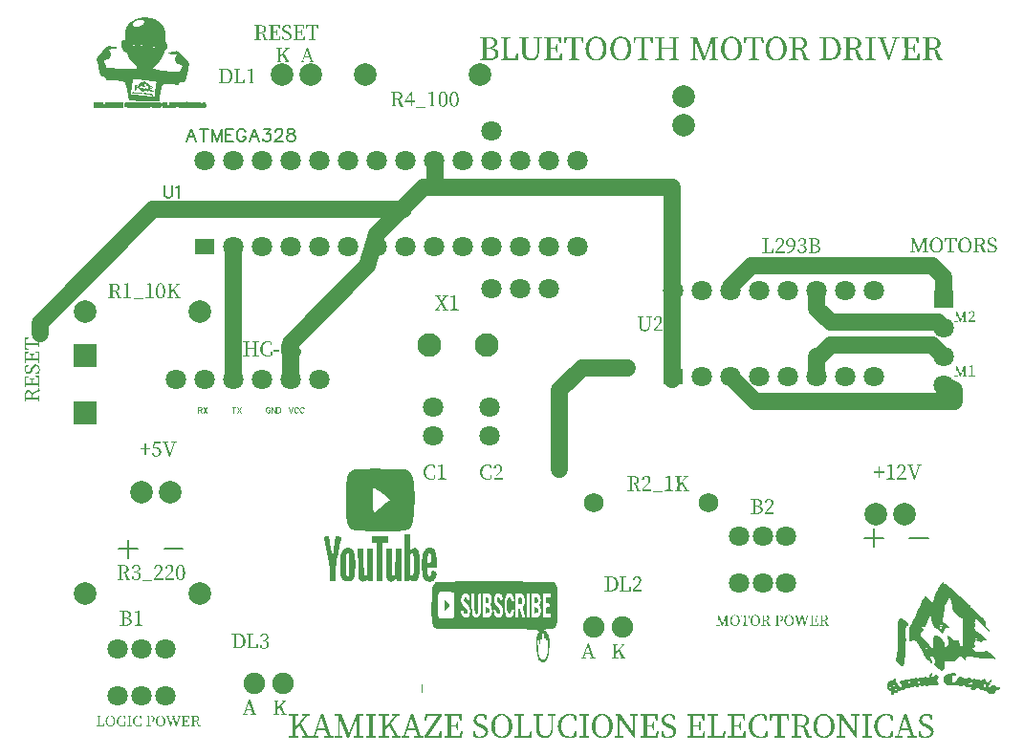
<source format=gtl>
G04 Layer: TopLayer*
G04 EasyEDA v6.5.22, 2022-12-08 11:34:22*
G04 ba10e971585544e28f5e26b8275f6fe8,362fd913e7484c3682bebf37a00ceee6,10*
G04 Gerber Generator version 0.2*
G04 Scale: 100 percent, Rotated: No, Reflected: No *
G04 Dimensions in millimeters *
G04 leading zeros omitted , absolute positions ,4 integer and 5 decimal *
%FSLAX45Y45*%
%MOMM*%

%ADD10C,0.2032*%
%ADD11C,0.1524*%
%ADD12C,0.1000*%
%ADD13C,1.5000*%
%ADD14C,2.0000*%
%ADD15C,1.7500*%
%ADD16R,1.8000X1.3970*%
%ADD17C,1.8000*%
%ADD18C,1.9000*%
%ADD19R,2.0000X2.0000*%
%ADD20R,1.8000X1.5240*%
%ADD21C,2.1000*%
%ADD22C,0.6096*%
%ADD23C,0.0112*%

%LPD*%
G36*
X11334699Y9501784D02*
G01*
X11321186Y9501530D01*
X11307165Y9500666D01*
X11293246Y9499193D01*
X11286591Y9498177D01*
X11273485Y9495434D01*
X11260785Y9491776D01*
X11254587Y9489694D01*
X11242548Y9484817D01*
X11231067Y9479229D01*
X11220145Y9472879D01*
X11209883Y9465868D01*
X11200333Y9458198D01*
X11191544Y9449917D01*
X11183448Y9440926D01*
X11219484Y9440926D01*
X11220043Y9444786D01*
X11221364Y9448850D01*
X11223498Y9453168D01*
X11226292Y9456978D01*
X11230102Y9460839D01*
X11234775Y9464598D01*
X11240211Y9468205D01*
X11246154Y9471558D01*
X11252555Y9474504D01*
X11259159Y9477044D01*
X11265814Y9478975D01*
X11271605Y9480092D01*
X11278158Y9480804D01*
X11285118Y9481058D01*
X11292128Y9480956D01*
X11298885Y9480499D01*
X11305082Y9479635D01*
X11310366Y9478467D01*
X11314379Y9476943D01*
X11318798Y9474149D01*
X11321948Y9471050D01*
X11323726Y9467545D01*
X11324183Y9463684D01*
X11323320Y9459417D01*
X11321135Y9454845D01*
X11317681Y9449866D01*
X11312855Y9444532D01*
X11307267Y9439402D01*
X11301476Y9434880D01*
X11296142Y9431528D01*
X11291976Y9429750D01*
X11267744Y9423654D01*
X11261293Y9422231D01*
X11255095Y9421368D01*
X11249304Y9421012D01*
X11243970Y9421164D01*
X11238992Y9421774D01*
X11234572Y9422841D01*
X11230610Y9424314D01*
X11227206Y9426194D01*
X11224361Y9428480D01*
X11222126Y9431121D01*
X11220551Y9434068D01*
X11219637Y9437370D01*
X11219484Y9440926D01*
X11183448Y9440926D01*
X11176457Y9431731D01*
X11173256Y9426854D01*
X11167618Y9416745D01*
X11165128Y9411512D01*
X11161471Y9402165D01*
X11159032Y9394037D01*
X11157102Y9385147D01*
X11155629Y9374936D01*
X11154511Y9362795D01*
X11153698Y9347962D01*
X11152276Y9313824D01*
X11151666Y9305798D01*
X11150955Y9300464D01*
X11149990Y9297314D01*
X11148720Y9295942D01*
X11147044Y9295942D01*
X11140998Y9298533D01*
X11137341Y9298940D01*
X11133886Y9298381D01*
X11130788Y9296806D01*
X11128044Y9294368D01*
X11125708Y9291066D01*
X11123777Y9287002D01*
X11122355Y9282277D01*
X11121390Y9276943D01*
X11121145Y9272930D01*
X11501424Y9272930D01*
X11501831Y9276689D01*
X11502898Y9278315D01*
X11504574Y9277858D01*
X11506657Y9275216D01*
X11507216Y9273692D01*
X11507063Y9272168D01*
X11506352Y9270695D01*
X11505082Y9269526D01*
X11503660Y9269120D01*
X11502491Y9269577D01*
X11501729Y9270898D01*
X11501424Y9272930D01*
X11121145Y9272930D01*
X11121034Y9271101D01*
X11121288Y9264751D01*
X11121690Y9261805D01*
X11225936Y9261805D01*
X11228527Y9266428D01*
X11231067Y9269171D01*
X11232845Y9269628D01*
X11234216Y9267647D01*
X11236807Y9259062D01*
X11239500Y9251899D01*
X11241582Y9247682D01*
X11241125Y9247022D01*
X11239296Y9247530D01*
X11235893Y9249206D01*
X11229492Y9253423D01*
X11226241Y9257538D01*
X11225936Y9261805D01*
X11121690Y9261805D01*
X11122202Y9258046D01*
X11123676Y9250781D01*
X11125627Y9242907D01*
X11282680Y9242907D01*
X11288623Y9253474D01*
X11293043Y9260636D01*
X11296497Y9263380D01*
X11300206Y9262059D01*
X11305438Y9256776D01*
X11309604Y9251645D01*
X11309908Y9248597D01*
X11305590Y9246666D01*
X11282680Y9242907D01*
X11125627Y9242907D01*
X11127807Y9235541D01*
X11392712Y9235541D01*
X11409121Y9253169D01*
X11417503Y9239250D01*
X11419179Y9235795D01*
X11420144Y9233204D01*
X11420169Y9232595D01*
X11466982Y9232595D01*
X11467439Y9235135D01*
X11469471Y9239961D01*
X11472926Y9245396D01*
X11476278Y9247276D01*
X11478818Y9245549D01*
X11479834Y9240316D01*
X11479748Y9238589D01*
X11501374Y9238589D01*
X11503507Y9246362D01*
X11507724Y9250680D01*
X11514683Y9252762D01*
X11514175Y9249613D01*
X11508638Y9228734D01*
X11508333Y9228378D01*
X11506454Y9227870D01*
X11505031Y9227820D01*
X11501729Y9231122D01*
X11501374Y9238589D01*
X11479748Y9238589D01*
X11479428Y9236608D01*
X11478920Y9235490D01*
X11478361Y9235084D01*
X11475567Y9234424D01*
X11471046Y9232798D01*
X11468150Y9231985D01*
X11466982Y9232595D01*
X11420169Y9232595D01*
X11420195Y9231934D01*
X11418722Y9231579D01*
X11415522Y9231680D01*
X11405870Y9233052D01*
X11392712Y9235541D01*
X11127807Y9235541D01*
X11129314Y9231020D01*
X11131600Y9225127D01*
X11134039Y9219692D01*
X11136630Y9214612D01*
X11139424Y9209989D01*
X11142268Y9205874D01*
X11145316Y9202216D01*
X11148415Y9199016D01*
X11151616Y9196425D01*
X11154867Y9194292D01*
X11158220Y9192818D01*
X11161572Y9191853D01*
X11165027Y9191548D01*
X11169294Y9190685D01*
X11172596Y9187383D01*
X11175644Y9180474D01*
X11180521Y9163913D01*
X11183467Y9155480D01*
X11185245Y9151721D01*
X11187379Y9147962D01*
X11190020Y9144101D01*
X11197285Y9135364D01*
X11208004Y9124137D01*
X11243665Y9088729D01*
X11250218Y9081719D01*
X11254740Y9076232D01*
X11257584Y9071914D01*
X11258956Y9068308D01*
X11259261Y9065056D01*
X11258753Y9061653D01*
X11256518Y9051239D01*
X11172240Y9047886D01*
X11149025Y9047378D01*
X11138966Y9047378D01*
X11129416Y9047632D01*
X11110112Y9048902D01*
X11087760Y9051391D01*
X11039144Y9057894D01*
X11021771Y9059773D01*
X11015421Y9060180D01*
X11010341Y9060180D01*
X11006429Y9059824D01*
X11003381Y9059113D01*
X10998606Y9056725D01*
X10996371Y9056370D01*
X10994085Y9057386D01*
X10991596Y9060078D01*
X10988548Y9064853D01*
X10984738Y9072016D01*
X10973714Y9094927D01*
X10968278Y9107678D01*
X10965891Y9116263D01*
X10966551Y9121140D01*
X10970209Y9122664D01*
X10972647Y9123222D01*
X10975797Y9124797D01*
X10979251Y9127083D01*
X10985957Y9132519D01*
X10989360Y9134449D01*
X10992510Y9135414D01*
X10998657Y9134856D01*
X11002975Y9135872D01*
X11007547Y9138107D01*
X11012119Y9141358D01*
X11016437Y9145320D01*
X11020145Y9149842D01*
X11022990Y9154668D01*
X11024666Y9159494D01*
X11026241Y9168180D01*
X11027105Y9176105D01*
X11027257Y9183370D01*
X11026698Y9189872D01*
X11025479Y9195663D01*
X11023600Y9200692D01*
X11021009Y9205010D01*
X11017707Y9208617D01*
X11008614Y9216593D01*
X11022126Y9220352D01*
X11028832Y9221825D01*
X11037112Y9223044D01*
X11045952Y9223857D01*
X11062716Y9224568D01*
X11069624Y9225686D01*
X11074958Y9227515D01*
X11078667Y9230055D01*
X11081867Y9233712D01*
X11083340Y9236760D01*
X11082985Y9239250D01*
X11080800Y9241231D01*
X11076533Y9242755D01*
X11070183Y9243872D01*
X11061547Y9244634D01*
X11038484Y9245854D01*
X11028578Y9246920D01*
X11021872Y9248292D01*
X11019434Y9249714D01*
X11017300Y9252762D01*
X11012068Y9252966D01*
X11005566Y9250578D01*
X10999622Y9245955D01*
X10996625Y9243110D01*
X10993272Y9240824D01*
X10989970Y9239250D01*
X10985449Y9238234D01*
X10983163Y9236811D01*
X10977016Y9231630D01*
X10969142Y9223654D01*
X10959998Y9213596D01*
X10950092Y9202064D01*
X10939932Y9189618D01*
X10930026Y9176867D01*
X10920780Y9164523D01*
X10912754Y9153093D01*
X10906404Y9143187D01*
X10904016Y9139072D01*
X10902238Y9135516D01*
X10901121Y9132671D01*
X10900714Y9130639D01*
X10901375Y9126677D01*
X10905947Y9111081D01*
X10911078Y9095994D01*
X10914786Y9083294D01*
X10918240Y9069425D01*
X10921034Y9056116D01*
X10925098Y9032646D01*
X10929061Y9012682D01*
X10929874Y9009430D01*
X10932058Y9003436D01*
X10935411Y8997543D01*
X10939780Y8991904D01*
X10944961Y8986774D01*
X10950651Y8982202D01*
X10956798Y8978442D01*
X10963148Y8975648D01*
X10975238Y8972550D01*
X10979302Y8970060D01*
X10982299Y8965895D01*
X10984788Y8959494D01*
X10988852Y8946845D01*
X11063732Y8944000D01*
X11084712Y8942933D01*
X11102086Y8941663D01*
X11116259Y8940088D01*
X11127536Y8938158D01*
X11132261Y8937040D01*
X11136376Y8935821D01*
X11143030Y8933027D01*
X11145723Y8931402D01*
X11147958Y8929674D01*
X11149888Y8927795D01*
X11151209Y8925814D01*
X11152733Y8922613D01*
X11156137Y8913164D01*
X11159744Y8900871D01*
X11161522Y8894064D01*
X11178306Y8819642D01*
X11207699Y8819642D01*
X11208308Y8828481D01*
X11220196Y8944864D01*
X11220754Y8951772D01*
X11221567Y8954008D01*
X11224158Y8955176D01*
X11228882Y8955328D01*
X11266424Y8951061D01*
X11398504Y8936990D01*
X11420652Y8934450D01*
X11431930Y8932875D01*
X11431828Y8928862D01*
X11429593Y8903462D01*
X11421567Y8827414D01*
X11418468Y8802116D01*
X11417757Y8798204D01*
X11384788Y8801303D01*
X11240973Y8815984D01*
X11207699Y8819642D01*
X11178306Y8819642D01*
X11184483Y8792159D01*
X11186922Y8780119D01*
X11188242Y8772144D01*
X11188496Y8769350D01*
X11189106Y8768080D01*
X11190630Y8767064D01*
X11193526Y8766149D01*
X11198098Y8765438D01*
X11209070Y8764676D01*
X11233251Y8764066D01*
X11271250Y8763762D01*
X11463680Y8763711D01*
X11462410Y8793378D01*
X11462867Y8804452D01*
X11464137Y8817203D01*
X11466068Y8831021D01*
X11468506Y8845194D01*
X11471351Y8859113D01*
X11474450Y8872169D01*
X11477650Y8883700D01*
X11480850Y8893098D01*
X11482425Y8896756D01*
X11483949Y8899652D01*
X11485422Y8901684D01*
X11487404Y8903665D01*
X11489740Y8905392D01*
X11492484Y8907018D01*
X11495582Y8908389D01*
X11499037Y8909608D01*
X11502948Y8910675D01*
X11512143Y8912250D01*
X11523268Y8913114D01*
X11536476Y8913266D01*
X11551920Y8912707D01*
X11569801Y8911488D01*
X11590223Y8909558D01*
X11613388Y8906967D01*
X11622989Y8906103D01*
X11628678Y8907018D01*
X11632387Y8910675D01*
X11639905Y8925204D01*
X11643258Y8928862D01*
X11647678Y8929827D01*
X11661038Y8928201D01*
X11666626Y8929217D01*
X11672366Y8932418D01*
X11679580Y8938310D01*
X11686489Y8944813D01*
X11689181Y8947861D01*
X11691518Y8950960D01*
X11693499Y8954262D01*
X11695226Y8957919D01*
X11696700Y8961983D01*
X11699189Y8972143D01*
X11703608Y9000794D01*
X11706402Y9015780D01*
X11710009Y9032036D01*
X11714022Y9047632D01*
X11725503Y9086138D01*
X11710974Y9110116D01*
X11704116Y9119717D01*
X11695734Y9130487D01*
X11686286Y9141815D01*
X11676278Y9153144D01*
X11666270Y9164015D01*
X11656720Y9173768D01*
X11648135Y9181896D01*
X11641074Y9187891D01*
X11638229Y9189872D01*
X11635994Y9191142D01*
X11631422Y9192158D01*
X11628424Y9193682D01*
X11625783Y9196019D01*
X11623751Y9198813D01*
X11618925Y9203385D01*
X11612016Y9205874D01*
X11605412Y9205772D01*
X11601551Y9202724D01*
X11598706Y9201251D01*
X11591848Y9199727D01*
X11581942Y9198356D01*
X11548262Y9195358D01*
X11541150Y9194292D01*
X11538102Y9193428D01*
X11537848Y9192209D01*
X11538559Y9190177D01*
X11540083Y9187637D01*
X11542318Y9184843D01*
X11546636Y9181541D01*
X11553393Y9179102D01*
X11563299Y9177274D01*
X11588800Y9174886D01*
X11597792Y9173819D01*
X11604345Y9172702D01*
X11608612Y9171381D01*
X11610746Y9169806D01*
X11610949Y9167926D01*
X11609374Y9165590D01*
X11606123Y9162846D01*
X11602415Y9159240D01*
X11599976Y9154668D01*
X11598605Y9148673D01*
X11598097Y9140698D01*
X11598148Y9132366D01*
X11598656Y9124797D01*
X11599519Y9118041D01*
X11600891Y9112046D01*
X11602669Y9106763D01*
X11604853Y9102242D01*
X11607546Y9098483D01*
X11610695Y9095384D01*
X11614251Y9093047D01*
X11618315Y9091371D01*
X11622887Y9090355D01*
X11631930Y9089745D01*
X11635536Y9088882D01*
X11638432Y9087612D01*
X11641886Y9084157D01*
X11644884Y9081973D01*
X11648694Y9079738D01*
X11652859Y9077706D01*
X11663121Y9073388D01*
X11637721Y9019235D01*
X11541861Y9025534D01*
X11511534Y9028125D01*
X11498986Y9029496D01*
X11477396Y9032748D01*
X11467693Y9034678D01*
X11458295Y9036862D01*
X11435130Y9042958D01*
X11425936Y9044787D01*
X11417401Y9046006D01*
X11401602Y9047276D01*
X11397691Y9049359D01*
X11398961Y9052560D01*
X11407648Y9057741D01*
X11413185Y9062415D01*
X11420398Y9069730D01*
X11428882Y9079179D01*
X11438229Y9090304D01*
X11447983Y9102648D01*
X11457838Y9115653D01*
X11467338Y9128861D01*
X11474958Y9140342D01*
X11478209Y9145930D01*
X11484610Y9158274D01*
X11490299Y9171025D01*
X11498732Y9194241D01*
X11500916Y9199219D01*
X11503152Y9203690D01*
X11505438Y9207601D01*
X11507774Y9211005D01*
X11510213Y9213850D01*
X11517376Y9220758D01*
X11521186Y9226042D01*
X11524183Y9231884D01*
X11526367Y9238132D01*
X11527739Y9244634D01*
X11528298Y9251238D01*
X11528044Y9257792D01*
X11526977Y9264192D01*
X11525097Y9270238D01*
X11522354Y9275775D01*
X11518747Y9280702D01*
X11510060Y9288678D01*
X11508079Y9292844D01*
X11508028Y9299143D01*
X11510416Y9314230D01*
X11511381Y9325559D01*
X11511534Y9338259D01*
X11511026Y9351772D01*
X11509857Y9365488D01*
X11508028Y9378848D01*
X11505692Y9391294D01*
X11502847Y9402267D01*
X11501221Y9406991D01*
X11499392Y9411462D01*
X11497208Y9416084D01*
X11491925Y9425381D01*
X11485524Y9434779D01*
X11478260Y9443923D01*
X11470284Y9452610D01*
X11461953Y9460585D01*
X11453317Y9467596D01*
X11444681Y9473336D01*
X11434419Y9479026D01*
X11423853Y9484055D01*
X11413032Y9488474D01*
X11401958Y9492234D01*
X11390528Y9495383D01*
X11378793Y9497872D01*
X11366703Y9499803D01*
X11354206Y9501022D01*
X11341303Y9501682D01*
G37*
G36*
X11324285Y8941409D02*
G01*
X11322862Y8940647D01*
X11320627Y8938666D01*
X11317884Y8935770D01*
X11314938Y8932164D01*
X11311077Y8927896D01*
X11307419Y8925458D01*
X11303508Y8924594D01*
X11298986Y8925204D01*
X11293957Y8925610D01*
X11289080Y8923528D01*
X11283289Y8918143D01*
X11275314Y8908542D01*
X11269827Y8901328D01*
X11265662Y8895232D01*
X11262766Y8890254D01*
X11261242Y8886291D01*
X11261167Y8885428D01*
X11281765Y8885428D01*
X11292687Y8895943D01*
X11297615Y8900414D01*
X11301018Y8902649D01*
X11302949Y8902852D01*
X11303609Y8900922D01*
X11304168Y8898280D01*
X11305692Y8895080D01*
X11307978Y8891828D01*
X11310721Y8888882D01*
X11314379Y8885986D01*
X11317376Y8884666D01*
X11320068Y8884818D01*
X11324894Y8887866D01*
X11327079Y8888577D01*
X11329060Y8888577D01*
X11330584Y8887866D01*
X11331498Y8887206D01*
X11331854Y8887358D01*
X11331600Y8888323D01*
X11330787Y8889949D01*
X11329314Y8891676D01*
X11327434Y8892794D01*
X11325301Y8893200D01*
X11320932Y8892336D01*
X11320068Y8893251D01*
X11320576Y8895943D01*
X11322456Y8900769D01*
X11325504Y8907373D01*
X11328552Y8912656D01*
X11331448Y8916568D01*
X11334089Y8918956D01*
X11336324Y8919819D01*
X11338052Y8919057D01*
X11339169Y8916568D01*
X11339576Y8912301D01*
X11340236Y8908999D01*
X11342166Y8905798D01*
X11345062Y8902954D01*
X11353546Y8898128D01*
X11356035Y8895283D01*
X11356797Y8891422D01*
X11356086Y8885834D01*
X11354562Y8876792D01*
X11353952Y8869984D01*
X11353444Y8867800D01*
X11351768Y8867444D01*
X11348567Y8868867D01*
X11335969Y8877350D01*
X11331498Y8879332D01*
X11329314Y8878265D01*
X11327942Y8870188D01*
X11325809Y8869121D01*
X11322608Y8871153D01*
X11314734Y8881059D01*
X11310569Y8883040D01*
X11306352Y8882075D01*
X11302187Y8878062D01*
X11299850Y8875471D01*
X11297462Y8874760D01*
X11294414Y8875928D01*
X11289995Y8879078D01*
X11281765Y8885428D01*
X11261167Y8885428D01*
X11260988Y8883345D01*
X11261953Y8881313D01*
X11264239Y8880144D01*
X11267744Y8879738D01*
X11271300Y8878874D01*
X11275060Y8876436D01*
X11278768Y8872524D01*
X11288217Y8858859D01*
X11293703Y8853830D01*
X11298275Y8852560D01*
X11301272Y8855506D01*
X11301984Y8856675D01*
X11302593Y8856726D01*
X11303050Y8855659D01*
X11303304Y8853576D01*
X11305641Y8847632D01*
X11310620Y8843467D01*
X11316258Y8842146D01*
X11320475Y8844737D01*
X11322812Y8847023D01*
X11326571Y8849004D01*
X11331295Y8850579D01*
X11336528Y8851646D01*
X11341811Y8852154D01*
X11346738Y8852052D01*
X11350802Y8851290D01*
X11353546Y8849715D01*
X11355425Y8848039D01*
X11356644Y8847480D01*
X11357356Y8848090D01*
X11357559Y8849766D01*
X11358219Y8851442D01*
X11360302Y8852103D01*
X11363909Y8851798D01*
X11374882Y8849207D01*
X11381638Y8848090D01*
X11388648Y8847378D01*
X11395100Y8847124D01*
X11402720Y8847277D01*
X11406124Y8847937D01*
X11405768Y8849512D01*
X11402314Y8852458D01*
X11398707Y8854541D01*
X11394033Y8856218D01*
X11388953Y8857437D01*
X11378234Y8858199D01*
X11375034Y8859316D01*
X11373967Y8861552D01*
X11374526Y8865311D01*
X11375694Y8868765D01*
X11377066Y8870340D01*
X11378895Y8870188D01*
X11384127Y8866581D01*
X11386362Y8865971D01*
X11388496Y8866479D01*
X11390630Y8868105D01*
X11392001Y8870238D01*
X11391646Y8872169D01*
X11389512Y8874201D01*
X11381435Y8878722D01*
X11378692Y8881567D01*
X11377168Y8884970D01*
X11376863Y8889034D01*
X11377320Y8897467D01*
X11387175Y8887968D01*
X11391188Y8884462D01*
X11394846Y8881973D01*
X11397691Y8880652D01*
X11399418Y8880856D01*
X11399215Y8882786D01*
X11396980Y8886342D01*
X11393017Y8890965D01*
X11387785Y8896146D01*
X11378488Y8903970D01*
X11366042Y8913622D01*
X11352326Y8923629D01*
X11339474Y8932519D01*
X11329466Y8938920D01*
X11326114Y8940749D01*
G37*
G36*
X11250269Y8908440D02*
G01*
X11247424Y8908237D01*
X11244834Y8906357D01*
X11243919Y8904478D01*
X11243157Y8901176D01*
X11242649Y8896858D01*
X11242192Y8886748D01*
X11241430Y8881059D01*
X11240363Y8875623D01*
X11237722Y8866733D01*
X11237569Y8863177D01*
X11238636Y8860282D01*
X11240973Y8857691D01*
X11243868Y8855862D01*
X11246459Y8855303D01*
X11248745Y8856014D01*
X11250726Y8858097D01*
X11252454Y8861450D01*
X11253927Y8866174D01*
X11255095Y8872169D01*
X11256975Y8886647D01*
X11258448Y8892540D01*
X11260074Y8896502D01*
X11261801Y8897975D01*
X11262817Y8898483D01*
X11262614Y8899652D01*
X11261242Y8901379D01*
X11258854Y8903411D01*
X11253876Y8906865D01*
G37*
G36*
X11225377Y8840571D02*
G01*
X11220043Y8838946D01*
X11217656Y8836253D01*
X11218164Y8832443D01*
X11221567Y8827668D01*
X11224361Y8825687D01*
X11228324Y8824722D01*
X11233658Y8824722D01*
X11243919Y8826195D01*
X11253063Y8826957D01*
X11264087Y8827363D01*
X11275568Y8827363D01*
X11294821Y8826754D01*
X11302695Y8827262D01*
X11306352Y8828989D01*
X11307216Y8832240D01*
X11306505Y8835339D01*
X11304117Y8837269D01*
X11299393Y8838285D01*
X11291925Y8838539D01*
X11285778Y8838234D01*
X11280343Y8837422D01*
X11276228Y8836202D01*
X11273993Y8834678D01*
X11272824Y8833256D01*
X11271961Y8832900D01*
X11271453Y8833612D01*
X11271300Y8835339D01*
X11270284Y8837269D01*
X11267440Y8838692D01*
X11262918Y8839555D01*
X11256822Y8839860D01*
X11250777Y8839555D01*
X11246205Y8838692D01*
X11243360Y8837269D01*
X11242344Y8835339D01*
X11242040Y8833612D01*
X11241176Y8833205D01*
X11239804Y8834069D01*
X11237823Y8836253D01*
X11235486Y8838285D01*
X11232388Y8839758D01*
X11228832Y8840571D01*
G37*
G36*
X11325352Y8838082D02*
G01*
X11322507Y8837422D01*
X11319967Y8836101D01*
X11317935Y8834323D01*
X11316360Y8831834D01*
X11316309Y8829700D01*
X11317884Y8827719D01*
X11321135Y8825636D01*
X11324488Y8824112D01*
X11328298Y8822893D01*
X11332108Y8822029D01*
X11340134Y8821267D01*
X11347145Y8820048D01*
X11364976Y8815933D01*
X11382502Y8811158D01*
X11389207Y8808923D01*
X11393424Y8807145D01*
X11396014Y8806281D01*
X11399164Y8806180D01*
X11402415Y8806688D01*
X11405463Y8807856D01*
X11409121Y8810040D01*
X11410238Y8811717D01*
X11408816Y8813749D01*
X11404752Y8816797D01*
X11401653Y8818473D01*
X11397132Y8820251D01*
X11385042Y8823807D01*
X11378031Y8825534D01*
X11363401Y8828430D01*
X11349990Y8830360D01*
X11344402Y8830818D01*
X11339982Y8830818D01*
X11336985Y8830360D01*
X11333886Y8829497D01*
X11332768Y8829395D01*
X11333480Y8830310D01*
X11337798Y8833764D01*
X11338712Y8835085D01*
X11338763Y8836050D01*
X11337747Y8836456D01*
X11328044Y8837980D01*
G37*
G36*
X11699849Y8756345D02*
G01*
X11691924Y8754465D01*
X11686540Y8750503D01*
X11684355Y8747810D01*
X11682069Y8746591D01*
X11679326Y8746794D01*
X11675719Y8748318D01*
X11671147Y8749131D01*
X11661444Y8749842D01*
X11631574Y8750858D01*
X11595608Y8751214D01*
X11563096Y8750858D01*
X11551158Y8750401D01*
X11543690Y8749690D01*
X11542674Y8748369D01*
X11541810Y8745118D01*
X11541201Y8740394D01*
X11540693Y8728151D01*
X11540148Y8725458D01*
X11594947Y8725458D01*
X11595252Y8727643D01*
X11596014Y8729421D01*
X11597182Y8730640D01*
X11598554Y8731097D01*
X11599976Y8730843D01*
X11601094Y8730081D01*
X11601856Y8729014D01*
X11602161Y8727694D01*
X11601866Y8726220D01*
X11614404Y8726220D01*
X11614912Y8727744D01*
X11617045Y8730386D01*
X11618671Y8730843D01*
X11619738Y8729218D01*
X11620144Y8725458D01*
X11695684Y8725458D01*
X11695988Y8727643D01*
X11696750Y8729421D01*
X11697868Y8730640D01*
X11699290Y8731097D01*
X11700662Y8730843D01*
X11701830Y8730081D01*
X11702592Y8729014D01*
X11702897Y8727694D01*
X11702592Y8726170D01*
X11702248Y8725458D01*
X11778437Y8725458D01*
X11778691Y8727643D01*
X11779453Y8729421D01*
X11780621Y8730640D01*
X11781993Y8731097D01*
X11783415Y8730843D01*
X11784533Y8730081D01*
X11785346Y8729014D01*
X11785600Y8727694D01*
X11785346Y8726170D01*
X11784533Y8724595D01*
X11783415Y8723172D01*
X11781993Y8722055D01*
X11780621Y8721598D01*
X11779453Y8722106D01*
X11778691Y8723426D01*
X11778437Y8725458D01*
X11702248Y8725458D01*
X11701830Y8724595D01*
X11700662Y8723172D01*
X11699290Y8722055D01*
X11697868Y8721598D01*
X11696750Y8722106D01*
X11695988Y8723426D01*
X11695684Y8725458D01*
X11620144Y8725458D01*
X11619839Y8723426D01*
X11619077Y8722106D01*
X11617909Y8721648D01*
X11616486Y8722055D01*
X11615216Y8723223D01*
X11614505Y8724646D01*
X11614404Y8726220D01*
X11601856Y8726170D01*
X11601094Y8724595D01*
X11599976Y8723172D01*
X11598554Y8722055D01*
X11597182Y8721598D01*
X11596014Y8722106D01*
X11595252Y8723426D01*
X11594947Y8725458D01*
X11540148Y8725458D01*
X11539778Y8723630D01*
X11538153Y8721039D01*
X11535816Y8720226D01*
X11533428Y8721140D01*
X11531650Y8723985D01*
X11530330Y8728811D01*
X11529517Y8735618D01*
X11528399Y8751062D01*
X11512499Y8752179D01*
X11505692Y8752433D01*
X11498783Y8752332D01*
X11492636Y8751925D01*
X11488064Y8751163D01*
X11483390Y8749436D01*
X11480952Y8745982D01*
X11480190Y8738920D01*
X11481663Y8703919D01*
X11576456Y8702598D01*
X11590934Y8702852D01*
X11600942Y8703564D01*
X11604548Y8704072D01*
X11607495Y8704732D01*
X11609781Y8705545D01*
X11611559Y8706459D01*
X11616283Y8710320D01*
X11618468Y8711285D01*
X11619992Y8710574D01*
X11621211Y8708136D01*
X11622328Y8707170D01*
X11624868Y8706256D01*
X11628577Y8705443D01*
X11639092Y8704122D01*
X11652707Y8703157D01*
X11668150Y8702548D01*
X11684254Y8702395D01*
X11699849Y8702598D01*
X11713616Y8703259D01*
X11724436Y8704376D01*
X11728348Y8705088D01*
X11731091Y8705951D01*
X11732463Y8706866D01*
X11733733Y8708644D01*
X11734546Y8709202D01*
X11735054Y8708491D01*
X11735206Y8706561D01*
X11735714Y8705392D01*
X11737238Y8704427D01*
X11739930Y8703665D01*
X11743893Y8703056D01*
X11749278Y8702649D01*
X11764619Y8702344D01*
X11784076Y8702497D01*
X11798909Y8703157D01*
X11808815Y8704275D01*
X11811914Y8704986D01*
X11813743Y8705799D01*
X11814403Y8706764D01*
X11814657Y8708288D01*
X11815419Y8708745D01*
X11816791Y8708136D01*
X11818721Y8706459D01*
X11821617Y8704884D01*
X11826595Y8703665D01*
X11833098Y8702751D01*
X11840413Y8702243D01*
X11847982Y8702090D01*
X11855246Y8702344D01*
X11861546Y8703106D01*
X11866270Y8704275D01*
X11868861Y8706256D01*
X11870639Y8710015D01*
X11871604Y8715908D01*
X11871960Y8724138D01*
X11871604Y8733282D01*
X11870334Y8739530D01*
X11867692Y8743899D01*
X11863324Y8747506D01*
X11859361Y8749538D01*
X11855043Y8750757D01*
X11850522Y8751214D01*
X11846102Y8750858D01*
X11841886Y8749792D01*
X11838076Y8748014D01*
X11834876Y8745575D01*
X11832437Y8742476D01*
X11830558Y8739428D01*
X11829491Y8738412D01*
X11829034Y8739479D01*
X11828881Y8742629D01*
X11826544Y8748115D01*
X11821007Y8751112D01*
X11814098Y8751163D01*
X11807596Y8747810D01*
X11804599Y8745474D01*
X11801957Y8744356D01*
X11799671Y8744508D01*
X11795404Y8747048D01*
X11791543Y8748217D01*
X11786362Y8749182D01*
X11780215Y8750046D01*
X11766448Y8751163D01*
X11752834Y8751468D01*
X11746890Y8751265D01*
X11742064Y8750808D01*
X11738610Y8750046D01*
X11736933Y8749030D01*
X11735612Y8747607D01*
X11733987Y8747150D01*
X11732006Y8747760D01*
X11727230Y8750757D01*
X11724081Y8751570D01*
X11720677Y8751671D01*
X11714480Y8750452D01*
X11712143Y8750503D01*
X11710619Y8751214D01*
X11710060Y8752586D01*
X11706961Y8755837D01*
G37*
G36*
X11103559Y8752840D02*
G01*
X11090706Y8752586D01*
X11082121Y8751671D01*
X11077041Y8750046D01*
X11074704Y8747506D01*
X11073485Y8744864D01*
X11072114Y8743950D01*
X11070234Y8744864D01*
X11067389Y8747506D01*
X11062512Y8751112D01*
X11057585Y8752636D01*
X11053216Y8752027D01*
X11048746Y8747963D01*
X11047120Y8747353D01*
X11045291Y8747404D01*
X11039602Y8749233D01*
X11032286Y8750350D01*
X11022584Y8751265D01*
X11002721Y8752179D01*
X10995914Y8752281D01*
X10990732Y8752078D01*
X10986871Y8751468D01*
X10983976Y8750452D01*
X10981740Y8748877D01*
X10979759Y8746744D01*
X10971885Y8734755D01*
X10964824Y8743797D01*
X10958779Y8749842D01*
X10953140Y8752484D01*
X10948365Y8751620D01*
X10945063Y8747099D01*
X10943894Y8744559D01*
X10942726Y8743543D01*
X10941507Y8744051D01*
X10940034Y8746032D01*
X10936884Y8748166D01*
X10930280Y8749690D01*
X10920120Y8750655D01*
X10906302Y8751112D01*
X10894161Y8751163D01*
X10883950Y8750909D01*
X10876788Y8750401D01*
X10873689Y8749741D01*
X10873028Y8747302D01*
X10872470Y8741918D01*
X10872063Y8734399D01*
X10871975Y8726728D01*
X10904321Y8726728D01*
X10905490Y8729624D01*
X10908233Y8733485D01*
X10911382Y8736888D01*
X10913668Y8738362D01*
X10913821Y8737752D01*
X10912551Y8731097D01*
X10910565Y8726728D01*
X11033810Y8726728D01*
X11034979Y8729624D01*
X11037722Y8733485D01*
X11040872Y8736888D01*
X11043208Y8738362D01*
X11043158Y8736228D01*
X11042040Y8731097D01*
X11040008Y8726627D01*
X11037265Y8724087D01*
X11034826Y8723934D01*
X11033810Y8726728D01*
X10910519Y8726627D01*
X10907776Y8724087D01*
X10905337Y8723934D01*
X10904321Y8726728D01*
X10871975Y8726728D01*
X10871962Y8703005D01*
X10898936Y8702700D01*
X10910824Y8702802D01*
X10919256Y8703462D01*
X10924235Y8704732D01*
X10925911Y8706561D01*
X10926114Y8708339D01*
X10926876Y8708898D01*
X10928197Y8708237D01*
X10930229Y8706459D01*
X10933023Y8704732D01*
X10937290Y8703462D01*
X10942472Y8702598D01*
X10947958Y8702192D01*
X10953191Y8702243D01*
X10957661Y8702802D01*
X10960709Y8703868D01*
X10962640Y8706612D01*
X10964875Y8707018D01*
X10968380Y8706713D01*
X10978032Y8704580D01*
X10984738Y8703716D01*
X11001603Y8702700D01*
X11010950Y8702497D01*
X11029391Y8702751D01*
X11044834Y8703818D01*
X11050422Y8704580D01*
X11054080Y8705596D01*
X11055400Y8706764D01*
X11055654Y8708288D01*
X11056416Y8708796D01*
X11057788Y8708186D01*
X11059718Y8706459D01*
X11061344Y8705443D01*
X11064087Y8704580D01*
X11067897Y8703818D01*
X11078819Y8702700D01*
X11093856Y8702141D01*
X11141710Y8702090D01*
X11141710Y8731554D01*
X11141557Y8736838D01*
X11141100Y8741156D01*
X11140236Y8744610D01*
X11138916Y8747302D01*
X11136884Y8749334D01*
X11134039Y8750808D01*
X11130330Y8751773D01*
X11125504Y8752382D01*
X11112296Y8752840D01*
G37*
G36*
X11169751Y8751366D02*
G01*
X11165382Y8751011D01*
X11161166Y8749690D01*
X11157254Y8747506D01*
X11153495Y8744051D01*
X11151057Y8739835D01*
X11149838Y8734145D01*
X11149584Y8725458D01*
X11202873Y8725458D01*
X11203279Y8729218D01*
X11204346Y8730843D01*
X11206022Y8730386D01*
X11208105Y8727744D01*
X11208613Y8726220D01*
X11208512Y8724646D01*
X11207800Y8723223D01*
X11206530Y8722055D01*
X11205108Y8721648D01*
X11203940Y8722106D01*
X11203178Y8723426D01*
X11202873Y8725458D01*
X11149584Y8725458D01*
X11149838Y8720226D01*
X11150650Y8714435D01*
X11151717Y8709812D01*
X11153038Y8707018D01*
X11153800Y8706561D01*
X11157661Y8705799D01*
X11164417Y8705088D01*
X11185042Y8703919D01*
X11213033Y8703106D01*
X11245596Y8702649D01*
X11280089Y8702497D01*
X11313769Y8702751D01*
X11343894Y8703310D01*
X11367770Y8704224D01*
X11376507Y8704834D01*
X11382654Y8705545D01*
X11385905Y8706307D01*
X11386312Y8706764D01*
X11386566Y8708288D01*
X11387378Y8708796D01*
X11388699Y8708186D01*
X11390630Y8706459D01*
X11393525Y8704884D01*
X11398453Y8703665D01*
X11405006Y8702751D01*
X11412829Y8702141D01*
X11421465Y8701836D01*
X11439550Y8702090D01*
X11448186Y8702700D01*
X11456009Y8703513D01*
X11462613Y8704630D01*
X11467592Y8706053D01*
X11470487Y8707678D01*
X11472570Y8710930D01*
X11473942Y8715552D01*
X11474704Y8721090D01*
X11474856Y8727084D01*
X11474348Y8733078D01*
X11473281Y8738666D01*
X11471605Y8743391D01*
X11469319Y8746794D01*
X11468455Y8747353D01*
X11464594Y8748318D01*
X11457787Y8749131D01*
X11447881Y8749741D01*
X11434572Y8750249D01*
X11396980Y8750808D01*
X11251438Y8750655D01*
X11250320Y8735466D01*
X11249406Y8728659D01*
X11248449Y8725458D01*
X11303609Y8725458D01*
X11303863Y8727643D01*
X11304676Y8729421D01*
X11305794Y8730640D01*
X11307216Y8731097D01*
X11308588Y8730843D01*
X11309756Y8730081D01*
X11310518Y8729014D01*
X11310772Y8727694D01*
X11310272Y8725662D01*
X11350345Y8725662D01*
X11350650Y8727795D01*
X11351412Y8729522D01*
X11352580Y8730691D01*
X11353952Y8731097D01*
X11355374Y8730691D01*
X11356492Y8729522D01*
X11357254Y8727795D01*
X11357559Y8725662D01*
X11357254Y8723528D01*
X11356492Y8721801D01*
X11355374Y8720632D01*
X11353952Y8720226D01*
X11352580Y8720632D01*
X11351412Y8721801D01*
X11350650Y8723528D01*
X11350345Y8725662D01*
X11310272Y8725662D01*
X11309756Y8724595D01*
X11308588Y8723172D01*
X11307216Y8722055D01*
X11305794Y8721598D01*
X11304676Y8722106D01*
X11303863Y8723426D01*
X11303609Y8725458D01*
X11248449Y8725458D01*
X11247932Y8723731D01*
X11246053Y8720683D01*
X11244021Y8719515D01*
X11242090Y8720328D01*
X11240414Y8723020D01*
X11239296Y8727694D01*
X11238534Y8740038D01*
X11237569Y8744864D01*
X11236147Y8748268D01*
X11234369Y8749944D01*
X11231981Y8750300D01*
X11222228Y8750503D01*
X11208410Y8750147D01*
X11193576Y8749284D01*
X11186718Y8748674D01*
X11184585Y8748725D01*
X11177879Y8749792D01*
X11174120Y8750706D01*
G37*
G36*
X18394578Y4500016D02*
G01*
X18391835Y4497628D01*
X18386755Y4491278D01*
X18380049Y4481880D01*
X18369635Y4465878D01*
X18363742Y4455922D01*
X18351449Y4433163D01*
X18339308Y4408525D01*
X18328335Y4384344D01*
X18319648Y4362754D01*
X18316448Y4353661D01*
X18314212Y4346092D01*
X18312079Y4336338D01*
X18309285Y4326026D01*
X18308269Y4323537D01*
X18307253Y4323435D01*
X18305170Y4324400D01*
X18302071Y4326331D01*
X18293537Y4332681D01*
X18282716Y4341723D01*
X18258688Y4362856D01*
X18252643Y4367733D01*
X18247969Y4370832D01*
X18244413Y4372457D01*
X18241416Y4372762D01*
X18238724Y4372000D01*
X18235828Y4370425D01*
X18233796Y4368749D01*
X18231307Y4365955D01*
X18225312Y4357725D01*
X18218556Y4347057D01*
X18211850Y4335272D01*
X18206008Y4323638D01*
X18201792Y4313478D01*
X18195848Y4297934D01*
X18187416Y4277817D01*
X18177103Y4254449D01*
X18165673Y4229303D01*
X18147639Y4191304D01*
X18136057Y4167784D01*
X18122073Y4140911D01*
X18220131Y4140911D01*
X18220283Y4142486D01*
X18220740Y4143806D01*
X18221350Y4144670D01*
X18222112Y4145026D01*
X18223128Y4144670D01*
X18224398Y4143806D01*
X18226989Y4140911D01*
X18227700Y4139336D01*
X18227548Y4138015D01*
X18226633Y4137151D01*
X18224957Y4136847D01*
X18223077Y4137151D01*
X18221553Y4138015D01*
X18220486Y4139336D01*
X18220131Y4140911D01*
X18122073Y4140911D01*
X18096179Y4093972D01*
X18098316Y4034078D01*
X18196915Y4034078D01*
X18196915Y4038041D01*
X18199201Y4043730D01*
X18203468Y4050690D01*
X18215660Y4066133D01*
X18220182Y4072839D01*
X18223128Y4078630D01*
X18224398Y4083354D01*
X18224093Y4087114D01*
X18222112Y4089755D01*
X18218505Y4091381D01*
X18208853Y4092244D01*
X18205196Y4093159D01*
X18202757Y4094429D01*
X18201843Y4096004D01*
X18203265Y4097629D01*
X18207075Y4098899D01*
X18212714Y4099763D01*
X18228919Y4100525D01*
X18235066Y4102201D01*
X18239232Y4105706D01*
X18242635Y4111650D01*
X18244769Y4116832D01*
X18246598Y4122369D01*
X18248020Y4127703D01*
X18249290Y4135475D01*
X18250357Y4138320D01*
X18251728Y4140200D01*
X18255284Y4142130D01*
X18257977Y4145432D01*
X18260974Y4150258D01*
X18276671Y4183887D01*
X18278602Y4189323D01*
X18283224Y4206646D01*
X18284596Y4210964D01*
X18285917Y4213961D01*
X18287238Y4215739D01*
X18288457Y4216298D01*
X18289574Y4215638D01*
X18290590Y4213809D01*
X18291454Y4210862D01*
X18292165Y4206748D01*
X18292724Y4201566D01*
X18293283Y4181094D01*
X18294248Y4167784D01*
X18295061Y4161536D01*
X18296077Y4155744D01*
X18297245Y4150563D01*
X18298566Y4146042D01*
X18301113Y4139793D01*
X18386196Y4139793D01*
X18387771Y4140301D01*
X18390920Y4140606D01*
X18394121Y4140504D01*
X18396305Y4140098D01*
X18397321Y4139387D01*
X18396915Y4138472D01*
X18395391Y4137660D01*
X18393206Y4137355D01*
X18390717Y4137507D01*
X18388177Y4138117D01*
X18386348Y4139031D01*
X18386196Y4139793D01*
X18301113Y4139793D01*
X18302681Y4136085D01*
X18304865Y4129938D01*
X18306338Y4124553D01*
X18306846Y4120692D01*
X18307710Y4118508D01*
X18309857Y4115511D01*
X18367451Y4115511D01*
X18369686Y4116171D01*
X18379440Y4116730D01*
X18382335Y4117848D01*
X18383402Y4119727D01*
X18382234Y4125010D01*
X18382640Y4126941D01*
X18384012Y4128211D01*
X18386247Y4128668D01*
X18388787Y4128008D01*
X18390260Y4126128D01*
X18390717Y4122928D01*
X18390158Y4118457D01*
X18387720Y4112056D01*
X18383808Y4108907D01*
X18378220Y4109059D01*
X18370753Y4112361D01*
X18367857Y4114292D01*
X18367451Y4115511D01*
X18309857Y4115511D01*
X18314060Y4110532D01*
X18319191Y4105046D01*
X18325601Y4098645D01*
X18368518Y4098645D01*
X18370194Y4100118D01*
X18373953Y4101337D01*
X18383808Y4103725D01*
X18384215Y4103014D01*
X18384062Y4100779D01*
X18383453Y4097274D01*
X18382335Y4092956D01*
X18380811Y4088282D01*
X18378830Y4083862D01*
X18376747Y4080154D01*
X18374766Y4077665D01*
X18372988Y4076344D01*
X18372124Y4076446D01*
X18372277Y4077919D01*
X18373293Y4080764D01*
X18374055Y4084015D01*
X18373902Y4087520D01*
X18372886Y4090924D01*
X18371058Y4093718D01*
X18368822Y4096562D01*
X18368518Y4098645D01*
X18325601Y4098645D01*
X18340374Y4084828D01*
X18390717Y4041089D01*
X18402604Y4064812D01*
X18409716Y4081322D01*
X18415609Y4096715D01*
X18418860Y4100626D01*
X18424042Y4101033D01*
X18439180Y4097426D01*
X18444667Y4096613D01*
X18448832Y4096512D01*
X18451118Y4097121D01*
X18451525Y4098594D01*
X18450610Y4101084D01*
X18448629Y4104335D01*
X18445734Y4108196D01*
X18442076Y4112564D01*
X18433135Y4121962D01*
X18423077Y4131106D01*
X18418048Y4135120D01*
X18413222Y4138625D01*
X18403925Y4144111D01*
X18400268Y4146499D01*
X18397728Y4148937D01*
X18396102Y4151731D01*
X18395340Y4155338D01*
X18395188Y4160113D01*
X18396356Y4174642D01*
X18397575Y4184853D01*
X18399099Y4194149D01*
X18400725Y4201566D01*
X18403671Y4210354D01*
X18404992Y4217517D01*
X18406008Y4226458D01*
X18407329Y4246168D01*
X18408700Y4255516D01*
X18410428Y4263288D01*
X18414187Y4272737D01*
X18415254Y4278325D01*
X18415508Y4284472D01*
X18414085Y4296867D01*
X18414441Y4301134D01*
X18416016Y4303471D01*
X18421654Y4305046D01*
X18424245Y4307484D01*
X18426480Y4311040D01*
X18429782Y4321149D01*
X18432678Y4328160D01*
X18436285Y4335729D01*
X18440298Y4343298D01*
X18444311Y4350258D01*
X18448121Y4355998D01*
X18451271Y4359859D01*
X18453455Y4361281D01*
X18455335Y4359706D01*
X18458383Y4355388D01*
X18462091Y4348988D01*
X18466104Y4341164D01*
X18468187Y4336389D01*
X18470067Y4331309D01*
X18471743Y4325975D01*
X18473166Y4320540D01*
X18474283Y4315002D01*
X18475096Y4309516D01*
X18475604Y4304182D01*
X18475909Y4292803D01*
X18476264Y4286808D01*
X18476925Y4281068D01*
X18477890Y4275582D01*
X18479109Y4270248D01*
X18480633Y4265066D01*
X18482513Y4260088D01*
X18484646Y4255211D01*
X18487186Y4250436D01*
X18490031Y4245762D01*
X18493232Y4241139D01*
X18496838Y4236567D01*
X18500801Y4231995D01*
X18505170Y4227372D01*
X18515126Y4218127D01*
X18548045Y4189323D01*
X18667526Y4189272D01*
X18669812Y4192117D01*
X18675451Y4195876D01*
X18682563Y4199483D01*
X18689269Y4201871D01*
X18689269Y4201312D01*
X18686830Y4197146D01*
X18684697Y4193997D01*
X18679617Y4188866D01*
X18673978Y4186123D01*
X18669406Y4186072D01*
X18667526Y4189272D01*
X18548112Y4189272D01*
X18551702Y4186580D01*
X18556122Y4184142D01*
X18560643Y4182211D01*
X18566079Y4180789D01*
X18568263Y4179976D01*
X18569178Y4179214D01*
X18570651Y4176623D01*
X18571768Y4172153D01*
X18572530Y4165193D01*
X18572937Y4155135D01*
X18573140Y4141317D01*
X18572835Y4100068D01*
X18572073Y4045000D01*
X18571057Y4000093D01*
X18569838Y3965041D01*
X18568212Y3939133D01*
X18567247Y3929329D01*
X18566180Y3921455D01*
X18564961Y3915460D01*
X18563640Y3911193D01*
X18562116Y3908551D01*
X18561354Y3907840D01*
X18560491Y3907485D01*
X18559627Y3907485D01*
X18558713Y3907840D01*
X18557341Y3909263D01*
X18555868Y3911904D01*
X18554395Y3915664D01*
X18551347Y3926179D01*
X18548553Y3939794D01*
X18542000Y3983786D01*
X18514669Y3985056D01*
X18503849Y3985869D01*
X18494552Y3987190D01*
X18487745Y3988866D01*
X18484443Y3990644D01*
X18480532Y3995978D01*
X18476468Y4001008D01*
X18472353Y4005630D01*
X18468238Y4009847D01*
X18460059Y4017010D01*
X18456097Y4019905D01*
X18452338Y4022344D01*
X18448782Y4024274D01*
X18445480Y4025696D01*
X18442482Y4026611D01*
X18439841Y4026966D01*
X18437606Y4026763D01*
X18435828Y4025950D01*
X18434558Y4024579D01*
X18433846Y4022598D01*
X18433694Y4019956D01*
X18434202Y4016654D01*
X18435421Y4012742D01*
X18438672Y4004818D01*
X18439892Y4000804D01*
X18441924Y3991152D01*
X18442736Y3985869D01*
X18443702Y3975049D01*
X18443702Y3963009D01*
X18443346Y3957167D01*
X18442686Y3952240D01*
X18441670Y3947972D01*
X18440247Y3944213D01*
X18438317Y3940759D01*
X18435828Y3937457D01*
X18432729Y3934053D01*
X18427852Y3929481D01*
X18423737Y3926789D01*
X18420283Y3925976D01*
X18417438Y3927094D01*
X18415050Y3930243D01*
X18413171Y3935476D01*
X18411596Y3942842D01*
X18409513Y3959047D01*
X18408396Y3964686D01*
X18406719Y3969664D01*
X18404433Y3974388D01*
X18401182Y3979164D01*
X18396864Y3984345D01*
X18391225Y3990289D01*
X18373547Y4007459D01*
X18365114Y4015282D01*
X18358358Y4021175D01*
X18352871Y4025341D01*
X18348299Y4028135D01*
X18344184Y4029760D01*
X18340120Y4030522D01*
X18335752Y4030726D01*
X18332297Y4030522D01*
X18329097Y4029964D01*
X18326201Y4028897D01*
X18323560Y4027373D01*
X18321223Y4025290D01*
X18319038Y4022648D01*
X18317159Y4019397D01*
X18315432Y4015536D01*
X18313908Y4010964D01*
X18312536Y4005630D01*
X18311368Y3999585D01*
X18309437Y3985006D01*
X18307964Y3966921D01*
X18305627Y3926890D01*
X18304611Y3915714D01*
X18304002Y3912311D01*
X18303341Y3910177D01*
X18302528Y3909212D01*
X18301614Y3909314D01*
X18300496Y3910329D01*
X18294451Y3919778D01*
X18290540Y3925112D01*
X18286526Y3929938D01*
X18279821Y3937000D01*
X18277230Y3940606D01*
X18275554Y3944061D01*
X18274030Y3949852D01*
X18271540Y3953205D01*
X18267934Y3956608D01*
X18259044Y3962704D01*
X18255437Y3966006D01*
X18252998Y3969207D01*
X18251525Y3973474D01*
X18250001Y3976014D01*
X18244362Y3983126D01*
X18236031Y3992321D01*
X18215406Y4012742D01*
X18206516Y4022090D01*
X18200014Y4029557D01*
X18197982Y4032250D01*
X18196915Y4034078D01*
X18098316Y4034078D01*
X18099887Y4005529D01*
X18100954Y3993083D01*
X18102173Y3983126D01*
X18103392Y3976319D01*
X18104002Y3974287D01*
X18104612Y3973220D01*
X18107101Y3972356D01*
X18110606Y3973169D01*
X18114822Y3975658D01*
X18123966Y3983431D01*
X18128081Y3986276D01*
X18132044Y3988206D01*
X18136006Y3989120D01*
X18139918Y3989120D01*
X18143880Y3988054D01*
X18147995Y3985971D01*
X18152262Y3982872D01*
X18156783Y3978656D01*
X18161609Y3973322D01*
X18166791Y3966921D01*
X18175224Y3955287D01*
X18181025Y3946448D01*
X18217032Y3946448D01*
X18217184Y3947718D01*
X18219216Y3949700D01*
X18222874Y3952138D01*
X18227700Y3954729D01*
X18236488Y3958691D01*
X18242635Y3960774D01*
X18246293Y3961028D01*
X18247512Y3959402D01*
X18243092Y3955745D01*
X18233186Y3950919D01*
X18222823Y3947109D01*
X18217032Y3946448D01*
X18181025Y3946448D01*
X18191784Y3928922D01*
X18205090Y3906012D01*
X18239435Y3906012D01*
X18240705Y3909618D01*
X18245988Y3915714D01*
X18252643Y3921506D01*
X18257774Y3924300D01*
X18259094Y3924096D01*
X18260212Y3923385D01*
X18260923Y3922217D01*
X18261228Y3920794D01*
X18258180Y3916273D01*
X18251373Y3910837D01*
X18244007Y3906672D01*
X18239435Y3906012D01*
X18205090Y3906012D01*
X18216880Y3884472D01*
X18223361Y3872077D01*
X18644666Y3872077D01*
X18645073Y3873449D01*
X18646038Y3874211D01*
X18647460Y3874262D01*
X18649238Y3873601D01*
X18651016Y3872331D01*
X18652490Y3870655D01*
X18653455Y3868775D01*
X18653810Y3866997D01*
X18653455Y3865626D01*
X18652490Y3864864D01*
X18651016Y3864813D01*
X18649238Y3865473D01*
X18647460Y3866743D01*
X18646038Y3868420D01*
X18645073Y3870248D01*
X18644666Y3872077D01*
X18223361Y3872077D01*
X18228716Y3861460D01*
X18233186Y3851960D01*
X18236438Y3844442D01*
X18238165Y3839260D01*
X18238368Y3837686D01*
X18239486Y3835196D01*
X18242534Y3831285D01*
X18247156Y3826205D01*
X18253049Y3820261D01*
X18267070Y3807256D01*
X18281700Y3794810D01*
X18288355Y3789578D01*
X18294045Y3785463D01*
X18298464Y3782771D01*
X18301258Y3781806D01*
X18303595Y3781755D01*
X18305221Y3781958D01*
X18306084Y3782822D01*
X18306034Y3784701D01*
X18305018Y3788003D01*
X18290946Y3821074D01*
X18287949Y3829558D01*
X18286323Y3836060D01*
X18286171Y3840632D01*
X18287441Y3843477D01*
X18290133Y3844645D01*
X18294299Y3844188D01*
X18299988Y3842258D01*
X18305780Y3839260D01*
X18311164Y3835196D01*
X18315940Y3830320D01*
X18320156Y3824833D01*
X18323661Y3818940D01*
X18326404Y3812794D01*
X18328335Y3806596D01*
X18329351Y3800551D01*
X18329402Y3794861D01*
X18328335Y3789679D01*
X18326201Y3785260D01*
X18322848Y3781806D01*
X18320207Y3779520D01*
X18318022Y3777132D01*
X18316549Y3774897D01*
X18315990Y3773119D01*
X18316956Y3770833D01*
X18319699Y3767378D01*
X18323864Y3762908D01*
X18329097Y3757777D01*
X18341695Y3746550D01*
X18348350Y3740962D01*
X18360898Y3731361D01*
X18366079Y3727805D01*
X18370194Y3725468D01*
X18372886Y3724656D01*
X18375579Y3724351D01*
X18377814Y3723436D01*
X18379338Y3722166D01*
X18379897Y3720592D01*
X18382589Y3717188D01*
X18389041Y3716680D01*
X18396762Y3718814D01*
X18403316Y3723233D01*
X18404840Y3725468D01*
X18406160Y3728669D01*
X18407227Y3732936D01*
X18408091Y3738219D01*
X18408751Y3744722D01*
X18409513Y3761384D01*
X18409564Y3813403D01*
X18420181Y3805986D01*
X18423737Y3803853D01*
X18427954Y3801872D01*
X18432780Y3800144D01*
X18438114Y3798570D01*
X18443752Y3797249D01*
X18449696Y3796182D01*
X18461888Y3794912D01*
X18467933Y3794658D01*
X18473775Y3794760D01*
X18479312Y3795217D01*
X18484494Y3795979D01*
X18488660Y3797198D01*
X18493486Y3799332D01*
X18498820Y3802176D01*
X18504357Y3805580D01*
X18515482Y3813505D01*
X18520664Y3817772D01*
X18525388Y3821988D01*
X18529350Y3826001D01*
X18532449Y3829710D01*
X18534481Y3832961D01*
X18535192Y3835552D01*
X18535548Y3838092D01*
X18536462Y3841038D01*
X18537732Y3844036D01*
X18539307Y3846677D01*
X18542406Y3848506D01*
X18547537Y3846880D01*
X18555665Y3841343D01*
X18577407Y3823208D01*
X18585891Y3816553D01*
X18592190Y3812032D01*
X18595492Y3810355D01*
X18596864Y3811270D01*
X18597981Y3813810D01*
X18598743Y3817518D01*
X18599505Y3826967D01*
X18600724Y3831590D01*
X18602553Y3835400D01*
X18604738Y3837940D01*
X18609614Y3840479D01*
X18615964Y3842359D01*
X18623330Y3843477D01*
X18631255Y3843985D01*
X18639383Y3843731D01*
X18647257Y3842765D01*
X18654471Y3841089D01*
X18663208Y3837533D01*
X18669558Y3835298D01*
X18677432Y3833266D01*
X18686627Y3831437D01*
X18696990Y3829812D01*
X18708471Y3828389D01*
X18720765Y3827221D01*
X18747536Y3825595D01*
X18761710Y3825189D01*
X18776137Y3825036D01*
X18790767Y3825189D01*
X18805347Y3825646D01*
X18840805Y3827678D01*
X18848578Y3826967D01*
X18852438Y3824122D01*
X18854572Y3818534D01*
X18856198Y3813301D01*
X18857468Y3811270D01*
X18858839Y3812235D01*
X18860719Y3816045D01*
X18861735Y3819601D01*
X18861582Y3823309D01*
X18860262Y3827424D01*
X18857468Y3832098D01*
X18853200Y3837533D01*
X18847308Y3843934D01*
X18839586Y3851503D01*
X18822416Y3867150D01*
X18810122Y3877513D01*
X18804940Y3881323D01*
X18800216Y3884269D01*
X18795796Y3886504D01*
X18791428Y3888028D01*
X18787059Y3888943D01*
X18782436Y3889298D01*
X18777458Y3889146D01*
X18771920Y3888638D01*
X18758509Y3886809D01*
X18742812Y3885285D01*
X18726404Y3884422D01*
X18710656Y3884117D01*
X18697092Y3884472D01*
X18687084Y3885488D01*
X18683884Y3886301D01*
X18681090Y3887622D01*
X18678753Y3889349D01*
X18677229Y3891279D01*
X18675654Y3895902D01*
X18672962Y3899865D01*
X18668949Y3904640D01*
X18657925Y3915664D01*
X18655588Y3918661D01*
X18656808Y3918965D01*
X18668187Y3914495D01*
X18672403Y3915257D01*
X18675451Y3920134D01*
X18678499Y3930142D01*
X18679414Y3935780D01*
X18679109Y3941216D01*
X18677534Y3946398D01*
X18674740Y3951224D01*
X18671336Y3956304D01*
X18670168Y3959860D01*
X18671235Y3962654D01*
X18674537Y3965549D01*
X18677229Y3968546D01*
X18679210Y3972712D01*
X18680480Y3977690D01*
X18681039Y3983126D01*
X18680836Y3988612D01*
X18679922Y3993743D01*
X18678194Y3998112D01*
X18675756Y4001363D01*
X18673521Y4003700D01*
X18673267Y4005224D01*
X18675096Y4005986D01*
X18679160Y4006189D01*
X18683173Y4005834D01*
X18687440Y4004970D01*
X18691555Y4003649D01*
X18694908Y4002125D01*
X18698057Y3999992D01*
X18699226Y3998214D01*
X18698464Y3996537D01*
X18693739Y3993134D01*
X18692825Y3991508D01*
X18693130Y3989781D01*
X18694806Y3987800D01*
X18697956Y3985514D01*
X18702629Y3982821D01*
X18708928Y3979621D01*
X18716904Y3975912D01*
X18725845Y3972153D01*
X18732144Y3971290D01*
X18738443Y3973626D01*
X18753378Y3983329D01*
X18758611Y3986225D01*
X18763234Y3988257D01*
X18767348Y3989324D01*
X18771057Y3989527D01*
X18774460Y3988866D01*
X18777661Y3987393D01*
X18782842Y3983431D01*
X18784620Y3982720D01*
X18785789Y3982974D01*
X18786195Y3984142D01*
X18785890Y3986174D01*
X18784976Y3988612D01*
X18783452Y3991406D01*
X18781420Y3994505D01*
X18775832Y4001414D01*
X18768517Y4009186D01*
X18759830Y4017518D01*
X18749975Y4026103D01*
X18739307Y4034688D01*
X18728080Y4043070D01*
X18716599Y4050893D01*
X18695060Y4064304D01*
X18687542Y4070197D01*
X18682817Y4075379D01*
X18681192Y4079595D01*
X18680887Y4082796D01*
X18679972Y4085793D01*
X18678601Y4088231D01*
X18676924Y4089755D01*
X18675553Y4091635D01*
X18675400Y4094937D01*
X18676366Y4099356D01*
X18680430Y4109720D01*
X18681700Y4115104D01*
X18682258Y4120489D01*
X18682208Y4125569D01*
X18681547Y4130040D01*
X18680328Y4133646D01*
X18678499Y4135983D01*
X18672810Y4138218D01*
X18672352Y4141825D01*
X18674588Y4146702D01*
X18682208Y4155592D01*
X18684138Y4159961D01*
X18684951Y4164888D01*
X18684697Y4170172D01*
X18684138Y4174642D01*
X18683986Y4178350D01*
X18684240Y4180840D01*
X18684951Y4181754D01*
X18686526Y4181043D01*
X18692876Y4176115D01*
X18702324Y4167632D01*
X18713348Y4157065D01*
X18724473Y4145787D01*
X18734176Y4135272D01*
X18741440Y4126737D01*
X18750229Y4117187D01*
X18760846Y4106367D01*
X18772378Y4095140D01*
X18783909Y4084421D01*
X18794374Y4075023D01*
X18802959Y4067911D01*
X18808598Y4063898D01*
X18810071Y4063390D01*
X18812306Y4063796D01*
X18813322Y4065015D01*
X18813170Y4067098D01*
X18811798Y4070197D01*
X18809106Y4074312D01*
X18805144Y4079494D01*
X18786906Y4100220D01*
X18782080Y4106011D01*
X18778474Y4111040D01*
X18775883Y4115663D01*
X18774156Y4120184D01*
X18773140Y4125010D01*
X18772632Y4130446D01*
X18772479Y4141165D01*
X18772073Y4148480D01*
X18771565Y4151731D01*
X18770701Y4154932D01*
X18769431Y4158132D01*
X18767704Y4161383D01*
X18765469Y4164888D01*
X18762573Y4168749D01*
X18754699Y4177741D01*
X18743472Y4189323D01*
X18711570Y4220514D01*
X18698616Y4232249D01*
X18688151Y4240682D01*
X18683935Y4243578D01*
X18680328Y4245711D01*
X18677382Y4246930D01*
X18675045Y4247337D01*
X18673419Y4246880D01*
X18672403Y4245559D01*
X18672098Y4243425D01*
X18671082Y4241444D01*
X18668390Y4238752D01*
X18664428Y4235704D01*
X18659551Y4232656D01*
X18652947Y4229049D01*
X18651067Y4228693D01*
X18653963Y4232046D01*
X18676874Y4253788D01*
X18665596Y4264660D01*
X18660567Y4268825D01*
X18655588Y4271772D01*
X18651118Y4273296D01*
X18647562Y4273194D01*
X18644514Y4272534D01*
X18642838Y4273296D01*
X18642482Y4275582D01*
X18643650Y4280865D01*
X18643752Y4282236D01*
X18643447Y4283710D01*
X18642685Y4285538D01*
X18641364Y4287672D01*
X18636386Y4293666D01*
X18630188Y4300016D01*
X18617844Y4311751D01*
X18599962Y4327956D01*
X18543574Y4377639D01*
X18459602Y4450740D01*
X18434050Y4472178D01*
X18423128Y4480966D01*
X18413628Y4488230D01*
X18405805Y4493869D01*
X18399810Y4497781D01*
X18395797Y4499762D01*
G37*
G36*
X18030799Y4181754D02*
G01*
X18027040Y4180890D01*
X18022265Y4178554D01*
X18017134Y4175150D01*
X18012206Y4170984D01*
X18008447Y4167073D01*
X18005196Y4163060D01*
X18002453Y4158792D01*
X18000218Y4154322D01*
X17998440Y4149394D01*
X17997068Y4144010D01*
X17996204Y4138015D01*
X17995696Y4131360D01*
X17995595Y4123944D01*
X17995849Y4115663D01*
X17996458Y4106367D01*
X17998643Y4081272D01*
X17999659Y4059428D01*
X18000014Y4035501D01*
X17999659Y4010050D01*
X17998389Y3976725D01*
X17996662Y3949496D01*
X17993715Y3915460D01*
X17992344Y3902049D01*
X17988280Y3869537D01*
X17984470Y3845051D01*
X17979491Y3817874D01*
X17979339Y3813860D01*
X17980101Y3810101D01*
X17982031Y3806190D01*
X17985384Y3801770D01*
X17990362Y3796334D01*
X17997220Y3789578D01*
X18013680Y3774236D01*
X18025872Y3763314D01*
X18030799Y3759250D01*
X18035016Y3756151D01*
X18038572Y3754018D01*
X18041518Y3752850D01*
X18044007Y3752697D01*
X18046039Y3753561D01*
X18047665Y3755390D01*
X18048986Y3758285D01*
X18050002Y3762146D01*
X18050865Y3767074D01*
X18052288Y3780078D01*
X18053659Y3796131D01*
X18055437Y3811524D01*
X18057622Y3824986D01*
X18058688Y3830421D01*
X18059806Y3834790D01*
X18061482Y3839718D01*
X18062702Y3845763D01*
X18063819Y3854551D01*
X18064835Y3865626D01*
X18066562Y3893362D01*
X18067782Y3925925D01*
X18068340Y3951732D01*
X18068442Y3993540D01*
X18067731Y4022547D01*
X18067121Y4034485D01*
X18066258Y4044289D01*
X18064632Y4057192D01*
X18063921Y4065371D01*
X18063565Y4072890D01*
X18063718Y4079748D01*
X18064226Y4085996D01*
X18065242Y4091686D01*
X18066664Y4096816D01*
X18068594Y4101439D01*
X18070982Y4105605D01*
X18073827Y4109415D01*
X18077180Y4112768D01*
X18085409Y4119372D01*
X18088965Y4123131D01*
X18091404Y4126737D01*
X18092318Y4129684D01*
X18091251Y4132376D01*
X18088406Y4136288D01*
X18083987Y4141165D01*
X18078450Y4146702D01*
X18071998Y4152646D01*
X18057926Y4164533D01*
X18050916Y4170019D01*
X18044363Y4174693D01*
X18038622Y4178401D01*
X18033949Y4180840D01*
G37*
G36*
X18476722Y3698595D02*
G01*
X18472404Y3697833D01*
X18467781Y3696258D01*
X18459094Y3691839D01*
X18454370Y3690467D01*
X18449950Y3689959D01*
X18446292Y3690467D01*
X18441924Y3690518D01*
X18436234Y3688181D01*
X18429224Y3683304D01*
X18420791Y3675989D01*
X18415508Y3670858D01*
X18411291Y3666439D01*
X18408142Y3662426D01*
X18405856Y3658615D01*
X18404281Y3654704D01*
X18403366Y3650437D01*
X18402858Y3645560D01*
X18402757Y3639820D01*
X18403011Y3633876D01*
X18403722Y3628186D01*
X18404662Y3624072D01*
X18416422Y3624072D01*
X18416778Y3626408D01*
X18417133Y3626713D01*
X18426357Y3616960D01*
X18445378Y3616960D01*
X18446089Y3618534D01*
X18448680Y3621430D01*
X18449950Y3622294D01*
X18450915Y3622649D01*
X18451728Y3622294D01*
X18452338Y3621430D01*
X18452795Y3620109D01*
X18452947Y3618534D01*
X18452592Y3616960D01*
X18451525Y3615639D01*
X18450001Y3614775D01*
X18448121Y3614470D01*
X18446445Y3614775D01*
X18445530Y3615639D01*
X18445378Y3616960D01*
X18426357Y3616960D01*
X18433846Y3609086D01*
X18436742Y3605529D01*
X18438215Y3603091D01*
X18437961Y3602228D01*
X18432729Y3605022D01*
X18425515Y3611473D01*
X18419165Y3618737D01*
X18416422Y3624072D01*
X18404662Y3624072D01*
X18406668Y3617722D01*
X18408853Y3612946D01*
X18411494Y3608476D01*
X18414593Y3604260D01*
X18418200Y3600399D01*
X18421009Y3597910D01*
X18622568Y3597910D01*
X18623432Y3600094D01*
X18626023Y3602786D01*
X18630493Y3605987D01*
X18636691Y3609644D01*
X18646952Y3615029D01*
X18653658Y3617671D01*
X18657265Y3617823D01*
X18658332Y3615486D01*
X18657925Y3610203D01*
X18656960Y3605733D01*
X18655385Y3602024D01*
X18653201Y3599078D01*
X18650305Y3596843D01*
X18646698Y3595268D01*
X18642380Y3594354D01*
X18637300Y3594049D01*
X18630950Y3594303D01*
X18626328Y3595014D01*
X18623584Y3596233D01*
X18622568Y3597910D01*
X18421009Y3597910D01*
X18422213Y3596843D01*
X18426684Y3593642D01*
X18431611Y3590747D01*
X18436996Y3588207D01*
X18442127Y3586327D01*
X18447562Y3584905D01*
X18453201Y3583889D01*
X18459043Y3583279D01*
X18464885Y3583127D01*
X18470676Y3583330D01*
X18476366Y3583990D01*
X18481852Y3585006D01*
X18486983Y3586378D01*
X18491708Y3588156D01*
X18495975Y3590340D01*
X18504255Y3596233D01*
X18507760Y3597351D01*
X18511316Y3596132D01*
X18519851Y3590036D01*
X18523966Y3587902D01*
X18527877Y3586429D01*
X18534176Y3585514D01*
X18537428Y3584498D01*
X18540526Y3583025D01*
X18543066Y3581247D01*
X18546114Y3579876D01*
X18550636Y3579571D01*
X18556122Y3580129D01*
X18562167Y3581450D01*
X18568212Y3583432D01*
X18573851Y3585870D01*
X18578525Y3588715D01*
X18583249Y3593134D01*
X18584316Y3593287D01*
X18585027Y3592169D01*
X18585281Y3589883D01*
X18586551Y3586886D01*
X18589284Y3583990D01*
X18665850Y3583990D01*
X18666409Y3587953D01*
X18667374Y3591915D01*
X18668441Y3595115D01*
X18669508Y3597351D01*
X18670320Y3598164D01*
X18671032Y3597351D01*
X18671590Y3595115D01*
X18671777Y3593439D01*
X18686272Y3593439D01*
X18688558Y3602583D01*
X18690437Y3611270D01*
X18690945Y3614470D01*
X18691402Y3615893D01*
X18692063Y3615334D01*
X18692825Y3612946D01*
X18693688Y3608882D01*
X18693993Y3603955D01*
X18693434Y3599230D01*
X18692063Y3595268D01*
X18690082Y3592525D01*
X18687542Y3590798D01*
X18686322Y3591051D01*
X18686272Y3593439D01*
X18671777Y3593439D01*
X18672098Y3587953D01*
X18671794Y3583990D01*
X18670930Y3580739D01*
X18669660Y3578555D01*
X18668136Y3577742D01*
X18666815Y3578555D01*
X18666002Y3580739D01*
X18665850Y3583990D01*
X18589284Y3583990D01*
X18589955Y3583279D01*
X18594984Y3579520D01*
X18601131Y3576065D01*
X18609868Y3572256D01*
X18616625Y3570681D01*
X18623127Y3571189D01*
X18630950Y3573627D01*
X18641314Y3576472D01*
X18647410Y3575964D01*
X18648934Y3572205D01*
X18648837Y3572001D01*
X18754445Y3572001D01*
X18754801Y3578250D01*
X18756274Y3584956D01*
X18758662Y3591407D01*
X18761811Y3596944D01*
X18765418Y3600805D01*
X18769380Y3602228D01*
X18771971Y3602024D01*
X18774562Y3601516D01*
X18776746Y3600704D01*
X18778321Y3599738D01*
X18778778Y3597097D01*
X18777458Y3592322D01*
X18774816Y3586175D01*
X18771362Y3579571D01*
X18767450Y3573221D01*
X18763640Y3567937D01*
X18760338Y3564585D01*
X18758001Y3563874D01*
X18755461Y3566972D01*
X18754445Y3572001D01*
X18648837Y3572001D01*
X18645682Y3565347D01*
X18641517Y3558844D01*
X18641314Y3554729D01*
X18646038Y3551377D01*
X18656655Y3547160D01*
X18669508Y3542741D01*
X18676924Y3541420D01*
X18680379Y3543350D01*
X18681192Y3548532D01*
X18683986Y3554069D01*
X18690996Y3559606D01*
X18700089Y3563823D01*
X18709284Y3565499D01*
X18711926Y3564686D01*
X18715431Y3562451D01*
X18719393Y3559098D01*
X18728385Y3550056D01*
X18733211Y3547262D01*
X18738596Y3546398D01*
X18751804Y3548024D01*
X18756579Y3547414D01*
X18760186Y3545230D01*
X18765926Y3538016D01*
X18769482Y3535324D01*
X18773546Y3533495D01*
X18782080Y3531920D01*
X18787618Y3529380D01*
X18793510Y3525672D01*
X18798380Y3521659D01*
X18836894Y3521659D01*
X18837402Y3522827D01*
X18842075Y3527806D01*
X18843904Y3531057D01*
X18845123Y3534460D01*
X18845580Y3537762D01*
X18845733Y3540607D01*
X18846241Y3542944D01*
X18846952Y3544519D01*
X18847866Y3545078D01*
X18848730Y3544315D01*
X18849441Y3542233D01*
X18849949Y3539134D01*
X18850152Y3535324D01*
X18849492Y3531260D01*
X18847816Y3527551D01*
X18845276Y3524656D01*
X18842126Y3522827D01*
X18838418Y3521710D01*
X18798380Y3521659D01*
X18803670Y3517036D01*
X18808242Y3513582D01*
X18812764Y3510737D01*
X18817183Y3508603D01*
X18821603Y3507130D01*
X18825921Y3506266D01*
X18830188Y3506114D01*
X18834404Y3506571D01*
X18838570Y3507689D01*
X18842685Y3509467D01*
X18846749Y3511905D01*
X18850762Y3515004D01*
X18855842Y3520084D01*
X18860008Y3525621D01*
X18862802Y3530955D01*
X18863818Y3535375D01*
X18864478Y3539947D01*
X18866713Y3542995D01*
X18871133Y3544824D01*
X18883884Y3546754D01*
X18888811Y3548329D01*
X18892926Y3550462D01*
X18896228Y3553104D01*
X18898514Y3556203D01*
X18899784Y3559606D01*
X18899936Y3563315D01*
X18898870Y3567125D01*
X18896990Y3570427D01*
X18894552Y3571798D01*
X18891046Y3571341D01*
X18880886Y3567074D01*
X18877483Y3566414D01*
X18875248Y3567023D01*
X18873927Y3569055D01*
X18871692Y3573373D01*
X18868542Y3577132D01*
X18864681Y3580180D01*
X18860211Y3582619D01*
X18855232Y3584397D01*
X18849898Y3585464D01*
X18844412Y3585870D01*
X18838875Y3585514D01*
X18833439Y3584397D01*
X18828207Y3582568D01*
X18823330Y3579876D01*
X18818961Y3576472D01*
X18815100Y3572256D01*
X18811951Y3567734D01*
X18809817Y3563518D01*
X18808446Y3557473D01*
X18806871Y3555288D01*
X18804534Y3553764D01*
X18801689Y3553256D01*
X18798844Y3554018D01*
X18797168Y3556203D01*
X18796558Y3559556D01*
X18797066Y3563874D01*
X18798590Y3568903D01*
X18801080Y3574440D01*
X18804483Y3580282D01*
X18812205Y3591102D01*
X18814084Y3595573D01*
X18814440Y3599535D01*
X18812002Y3606088D01*
X18812713Y3608832D01*
X18815558Y3611321D01*
X18820587Y3613759D01*
X18828207Y3618534D01*
X18831458Y3624224D01*
X18830239Y3629660D01*
X18824295Y3633622D01*
X18820384Y3634079D01*
X18816218Y3632962D01*
X18811798Y3630218D01*
X18802654Y3621582D01*
X18798184Y3617976D01*
X18793866Y3615232D01*
X18789954Y3613404D01*
X18786602Y3612540D01*
X18783960Y3612743D01*
X18782284Y3614115D01*
X18781268Y3618941D01*
X18780302Y3620871D01*
X18778880Y3622141D01*
X18775324Y3623411D01*
X18773851Y3625646D01*
X18772886Y3628847D01*
X18772073Y3637026D01*
X18770701Y3640074D01*
X18768466Y3642004D01*
X18765367Y3642766D01*
X18761405Y3642410D01*
X18756579Y3640886D01*
X18750889Y3638245D01*
X18744387Y3634384D01*
X18730823Y3625799D01*
X18720054Y3634841D01*
X18715431Y3638143D01*
X18710859Y3640378D01*
X18706846Y3641394D01*
X18701004Y3640226D01*
X18696940Y3640378D01*
X18692317Y3641394D01*
X18681801Y3645560D01*
X18676569Y3646373D01*
X18671184Y3645712D01*
X18658433Y3641445D01*
X18653709Y3641242D01*
X18649543Y3643376D01*
X18639637Y3653129D01*
X18634913Y3655110D01*
X18628055Y3654298D01*
X18616726Y3650792D01*
X18607684Y3647338D01*
X18600978Y3643579D01*
X18596457Y3639312D01*
X18593917Y3634536D01*
X18592139Y3628999D01*
X18591174Y3627323D01*
X18590666Y3629456D01*
X18590361Y3635603D01*
X18589294Y3640124D01*
X18586704Y3644849D01*
X18582894Y3649522D01*
X18578169Y3653891D01*
X18572784Y3657701D01*
X18567044Y3660698D01*
X18561354Y3662730D01*
X18555868Y3663442D01*
X18549315Y3662883D01*
X18543016Y3661359D01*
X18537224Y3658870D01*
X18531992Y3655517D01*
X18527471Y3651453D01*
X18523762Y3646728D01*
X18521019Y3641496D01*
X18519292Y3635756D01*
X18517108Y3627221D01*
X18513501Y3621633D01*
X18506948Y3617468D01*
X18505317Y3616858D01*
X18548959Y3616858D01*
X18549162Y3621989D01*
X18549874Y3626662D01*
X18550940Y3630320D01*
X18552261Y3632555D01*
X18555512Y3632454D01*
X18557036Y3626865D01*
X18556528Y3618890D01*
X18553836Y3611524D01*
X18551398Y3608273D01*
X18549924Y3607866D01*
X18549213Y3610660D01*
X18548959Y3616858D01*
X18505317Y3616858D01*
X18496076Y3613404D01*
X18480682Y3608324D01*
X18531433Y3608324D01*
X18531586Y3612692D01*
X18531992Y3615537D01*
X18532703Y3616553D01*
X18533567Y3615537D01*
X18534278Y3613048D01*
X18534532Y3609898D01*
X18534380Y3606495D01*
X18533719Y3603294D01*
X18532906Y3601465D01*
X18532195Y3601821D01*
X18531687Y3604158D01*
X18531433Y3608324D01*
X18480682Y3608324D01*
X18475756Y3606698D01*
X18475960Y3657752D01*
X18476366Y3663442D01*
X18477128Y3667201D01*
X18478296Y3669385D01*
X18480024Y3670249D01*
X18482360Y3670147D01*
X18485459Y3669385D01*
X18490336Y3668674D01*
X18495568Y3668928D01*
X18500801Y3670096D01*
X18505779Y3671976D01*
X18510199Y3674516D01*
X18513704Y3677462D01*
X18516041Y3680764D01*
X18516854Y3684219D01*
X18515939Y3687521D01*
X18513196Y3690264D01*
X18508522Y3692398D01*
X18502020Y3694023D01*
X18480176Y3698392D01*
G37*
G36*
X18293791Y3695547D02*
G01*
X18289676Y3694429D01*
X18284952Y3691178D01*
X18282818Y3688435D01*
X18281091Y3684625D01*
X18279922Y3680206D01*
X18279008Y3671163D01*
X18277789Y3666693D01*
X18276011Y3662781D01*
X18273826Y3659987D01*
X18271439Y3656126D01*
X18269966Y3649522D01*
X18269356Y3640277D01*
X18269915Y3618077D01*
X18269508Y3609695D01*
X18268391Y3604209D01*
X18266765Y3602228D01*
X18264784Y3603091D01*
X18262955Y3605631D01*
X18261228Y3609594D01*
X18259704Y3614775D01*
X18258434Y3620973D01*
X18257469Y3627983D01*
X18256859Y3635603D01*
X18256656Y3643680D01*
X18256199Y3650234D01*
X18254929Y3655415D01*
X18252795Y3659225D01*
X18249798Y3661664D01*
X18245937Y3662730D01*
X18241162Y3662476D01*
X18235574Y3660851D01*
X18223433Y3655263D01*
X18218810Y3653942D01*
X18215406Y3653891D01*
X18208853Y3658412D01*
X18202452Y3659124D01*
X18195239Y3657396D01*
X18183910Y3650589D01*
X18179135Y3649319D01*
X18173242Y3649522D01*
X18158002Y3652672D01*
X18151754Y3652875D01*
X18146369Y3651758D01*
X18136565Y3647084D01*
X18131028Y3645712D01*
X18125084Y3645255D01*
X18112384Y3646525D01*
X18107660Y3645611D01*
X18104053Y3642614D01*
X18100700Y3637127D01*
X18098414Y3631895D01*
X18097550Y3628034D01*
X18098109Y3625240D01*
X18100090Y3623360D01*
X18102326Y3620719D01*
X18103289Y3618534D01*
X18120410Y3618534D01*
X18120563Y3622090D01*
X18121071Y3624275D01*
X18121833Y3624834D01*
X18122696Y3623665D01*
X18123408Y3621278D01*
X18123662Y3618534D01*
X18123408Y3615842D01*
X18122696Y3613454D01*
X18121833Y3612286D01*
X18121071Y3612845D01*
X18120563Y3614978D01*
X18120410Y3618534D01*
X18103289Y3618534D01*
X18104612Y3615537D01*
X18106745Y3608628D01*
X18108422Y3600704D01*
X18109793Y3590950D01*
X18109844Y3585159D01*
X18108472Y3582568D01*
X18105577Y3582619D01*
X18102884Y3583990D01*
X18100446Y3586429D01*
X18098363Y3589934D01*
X18096534Y3594354D01*
X18095061Y3599738D01*
X18093944Y3606037D01*
X18093182Y3613200D01*
X18092216Y3630777D01*
X18090235Y3635857D01*
X18085511Y3637787D01*
X18076621Y3638143D01*
X18069560Y3637584D01*
X18063057Y3636060D01*
X18057418Y3633622D01*
X18053100Y3630371D01*
X18049240Y3627120D01*
X18045785Y3625443D01*
X18042636Y3625342D01*
X18035981Y3628796D01*
X18032222Y3629456D01*
X18028615Y3628948D01*
X18025211Y3627475D01*
X18022163Y3625189D01*
X18019572Y3622243D01*
X18017591Y3618788D01*
X18016321Y3615029D01*
X18015864Y3611118D01*
X18016372Y3607257D01*
X18017704Y3604260D01*
X18056148Y3604260D01*
X18056402Y3612438D01*
X18060365Y3604260D01*
X18061889Y3600602D01*
X18063210Y3596690D01*
X18064124Y3592982D01*
X18064530Y3589985D01*
X18064530Y3586937D01*
X18063972Y3585870D01*
X18062702Y3586937D01*
X18060365Y3589985D01*
X18058638Y3592982D01*
X18057266Y3596690D01*
X18056402Y3600602D01*
X18056148Y3604260D01*
X18017704Y3604260D01*
X18017998Y3603599D01*
X18027294Y3592677D01*
X18030901Y3584752D01*
X18031256Y3577894D01*
X18027954Y3573424D01*
X18025008Y3572052D01*
X18022366Y3571544D01*
X18019674Y3572103D01*
X18016728Y3573983D01*
X18013172Y3577437D01*
X18008752Y3582619D01*
X17996357Y3599230D01*
X17989194Y3609949D01*
X17986095Y3615232D01*
X17983403Y3620312D01*
X17981218Y3625037D01*
X17979593Y3629253D01*
X17978526Y3632860D01*
X17977612Y3640226D01*
X17976037Y3643680D01*
X17973802Y3646017D01*
X17971109Y3647186D01*
X17968214Y3647084D01*
X17965470Y3645763D01*
X17963032Y3643020D01*
X17961254Y3638956D01*
X17959578Y3635705D01*
X17956987Y3633114D01*
X17953634Y3631387D01*
X17949926Y3630777D01*
X17945658Y3630472D01*
X17941086Y3629609D01*
X17936311Y3628136D01*
X17931333Y3626154D01*
X17926253Y3623614D01*
X17921071Y3620617D01*
X17915940Y3617163D01*
X17910810Y3613251D01*
X17907863Y3610152D01*
X17905374Y3606292D01*
X17903393Y3601770D01*
X17902920Y3600196D01*
X17977612Y3600196D01*
X17990515Y3585768D01*
X17993512Y3581857D01*
X17995544Y3578707D01*
X17996306Y3576726D01*
X17995595Y3573729D01*
X17993258Y3574592D01*
X17989600Y3579063D01*
X17984876Y3586937D01*
X17977612Y3600196D01*
X17902920Y3600196D01*
X17901869Y3596690D01*
X17900802Y3591204D01*
X17900192Y3585514D01*
X17900069Y3581958D01*
X17957850Y3581958D01*
X17958308Y3588054D01*
X17959324Y3595878D01*
X17960035Y3596741D01*
X17961610Y3596233D01*
X17963794Y3594557D01*
X17966385Y3591814D01*
X17969026Y3587902D01*
X17970195Y3584549D01*
X17969890Y3581552D01*
X17968112Y3578758D01*
X17964759Y3575507D01*
X17962067Y3573729D01*
X17960086Y3573424D01*
X17958714Y3574694D01*
X17957952Y3577539D01*
X17957850Y3581958D01*
X17900069Y3581958D01*
X17899989Y3579672D01*
X17900243Y3573881D01*
X17900935Y3568446D01*
X17920563Y3568446D01*
X17922697Y3569309D01*
X17927370Y3569563D01*
X17931231Y3569106D01*
X17934330Y3567836D01*
X17936255Y3566007D01*
X18000980Y3566007D01*
X18001691Y3569055D01*
X18003723Y3569106D01*
X18006822Y3566160D01*
X18010733Y3560368D01*
X18013426Y3555593D01*
X18014086Y3553561D01*
X18012511Y3554069D01*
X18008600Y3556812D01*
X18005653Y3559251D01*
X18003215Y3561791D01*
X18001589Y3564178D01*
X18000980Y3566007D01*
X17936362Y3565906D01*
X17937073Y3563467D01*
X17936768Y3561079D01*
X17935905Y3559149D01*
X17934635Y3557828D01*
X17933060Y3557320D01*
X17931079Y3557828D01*
X17928590Y3559149D01*
X17925897Y3561079D01*
X17923408Y3563467D01*
X17920868Y3566566D01*
X17920563Y3568446D01*
X17900935Y3568446D01*
X17902021Y3562959D01*
X17903494Y3558082D01*
X17905323Y3553764D01*
X17907558Y3550158D01*
X17910149Y3547414D01*
X17913096Y3545687D01*
X17916347Y3545078D01*
X17923748Y3542944D01*
X17958257Y3542944D01*
X17961660Y3545941D01*
X17969179Y3550767D01*
X17974919Y3553866D01*
X17979898Y3555746D01*
X17983911Y3556508D01*
X17986603Y3556203D01*
X17987822Y3554933D01*
X17987365Y3552850D01*
X17984876Y3550005D01*
X17980202Y3546449D01*
X17976240Y3544315D01*
X17971566Y3542588D01*
X17966842Y3541420D01*
X17962575Y3541014D01*
X17958663Y3541420D01*
X17958257Y3542944D01*
X17923748Y3542944D01*
X17930317Y3538067D01*
X17934736Y3531870D01*
X17935194Y3526180D01*
X17934584Y3523183D01*
X17934736Y3519170D01*
X17935600Y3514750D01*
X17937073Y3510381D01*
X17939613Y3506165D01*
X17942915Y3503015D01*
X17946674Y3500932D01*
X17950535Y3500069D01*
X17954091Y3500323D01*
X17957088Y3501745D01*
X17959171Y3504437D01*
X17960543Y3512312D01*
X17962727Y3514801D01*
X17966842Y3516122D01*
X17978577Y3516934D01*
X17983657Y3518103D01*
X17988330Y3519881D01*
X17992496Y3522268D01*
X17996001Y3525062D01*
X17998694Y3528263D01*
X18000370Y3531666D01*
X18001589Y3537813D01*
X18003520Y3539185D01*
X18006923Y3539490D01*
X18017236Y3538067D01*
X18021757Y3538728D01*
X18025668Y3540861D01*
X18032526Y3548024D01*
X18035727Y3549904D01*
X18038927Y3550208D01*
X18042280Y3548938D01*
X18048478Y3546043D01*
X18053507Y3545890D01*
X18058942Y3548938D01*
X18071338Y3559962D01*
X18075402Y3562451D01*
X18078500Y3563061D01*
X18080583Y3561842D01*
X18085612Y3558286D01*
X18092420Y3557524D01*
X18098973Y3559352D01*
X18103138Y3563620D01*
X18105221Y3566515D01*
X18108625Y3568039D01*
X18113756Y3568293D01*
X18128437Y3566617D01*
X18134380Y3566871D01*
X18138952Y3568344D01*
X18142204Y3570986D01*
X18144185Y3574897D01*
X18144896Y3580129D01*
X18144439Y3586683D01*
X18139511Y3609594D01*
X18138495Y3615994D01*
X18138140Y3620566D01*
X18138292Y3624478D01*
X18138952Y3626053D01*
X18140273Y3625392D01*
X18142508Y3622649D01*
X18144236Y3619195D01*
X18145658Y3614318D01*
X18146623Y3608730D01*
X18147385Y3596792D01*
X18148401Y3591204D01*
X18149976Y3586175D01*
X18152059Y3581806D01*
X18154599Y3578148D01*
X18157545Y3575202D01*
X18160746Y3573119D01*
X18164302Y3571849D01*
X18168010Y3571443D01*
X18171820Y3572001D01*
X18175782Y3573576D01*
X18179694Y3576218D01*
X18185231Y3582568D01*
X18187873Y3589477D01*
X18187365Y3595420D01*
X18183504Y3598824D01*
X18181472Y3601161D01*
X18179389Y3606393D01*
X18177510Y3613810D01*
X18176036Y3622649D01*
X18173192Y3645052D01*
X18182350Y3634892D01*
X18220842Y3634892D01*
X18221045Y3638448D01*
X18221502Y3640582D01*
X18222264Y3641140D01*
X18222377Y3640988D01*
X18239282Y3640988D01*
X18239384Y3645357D01*
X18239841Y3648151D01*
X18240502Y3649167D01*
X18241365Y3648201D01*
X18242076Y3645662D01*
X18242381Y3642563D01*
X18242178Y3639159D01*
X18241568Y3635959D01*
X18240705Y3634130D01*
X18239994Y3634486D01*
X18239486Y3636822D01*
X18239282Y3640988D01*
X18222377Y3640988D01*
X18223128Y3639972D01*
X18223839Y3637584D01*
X18224093Y3634892D01*
X18223839Y3632149D01*
X18223128Y3629761D01*
X18222264Y3628593D01*
X18221502Y3629151D01*
X18221045Y3631285D01*
X18220842Y3634892D01*
X18182350Y3634892D01*
X18186908Y3628796D01*
X18190006Y3622446D01*
X18191469Y3617620D01*
X18222772Y3617620D01*
X18222874Y3620211D01*
X18223687Y3621989D01*
X18225109Y3622649D01*
X18226735Y3621989D01*
X18228056Y3620211D01*
X18228919Y3617620D01*
X18229275Y3614470D01*
X18229122Y3611270D01*
X18228716Y3608679D01*
X18228208Y3606952D01*
X18227497Y3606292D01*
X18226633Y3606952D01*
X18225566Y3608679D01*
X18224449Y3611270D01*
X18223382Y3614470D01*
X18222772Y3617620D01*
X18191469Y3617620D01*
X18192038Y3615740D01*
X18193410Y3602888D01*
X18195239Y3596335D01*
X18197982Y3590290D01*
X18201335Y3585464D01*
X18206262Y3580587D01*
X18210530Y3578402D01*
X18215356Y3578606D01*
X18228106Y3582924D01*
X18233440Y3583736D01*
X18238317Y3583381D01*
X18247309Y3580384D01*
X18251678Y3580434D01*
X18256351Y3582060D01*
X18267730Y3589426D01*
X18272302Y3590899D01*
X18276874Y3590036D01*
X18288812Y3583787D01*
X18293181Y3582924D01*
X18297347Y3584346D01*
X18307710Y3591814D01*
X18311876Y3593337D01*
X18315940Y3592982D01*
X18329554Y3587140D01*
X18337885Y3586175D01*
X18345759Y3588054D01*
X18353328Y3592677D01*
X18357545Y3596487D01*
X18359170Y3599434D01*
X18358307Y3602329D01*
X18355056Y3606037D01*
X18351601Y3610762D01*
X18349112Y3616807D01*
X18347588Y3623614D01*
X18347080Y3630828D01*
X18347588Y3637838D01*
X18349061Y3644239D01*
X18351550Y3649522D01*
X18355056Y3653231D01*
X18359932Y3656888D01*
X18361406Y3659581D01*
X18359374Y3662578D01*
X18349671Y3670554D01*
X18346420Y3673957D01*
X18344184Y3677056D01*
X18342660Y3682187D01*
X18340578Y3683660D01*
X18337479Y3684015D01*
X18333669Y3683304D01*
X18329351Y3681526D01*
X18324830Y3678885D01*
X18320410Y3675379D01*
X18316346Y3671163D01*
X18311571Y3664661D01*
X18308980Y3659327D01*
X18308759Y3656990D01*
X18325490Y3656990D01*
X18325541Y3659835D01*
X18326049Y3661765D01*
X18326862Y3662679D01*
X18327878Y3662324D01*
X18328741Y3660952D01*
X18329148Y3659022D01*
X18328944Y3656787D01*
X18328233Y3654501D01*
X18327217Y3652824D01*
X18326404Y3652723D01*
X18325795Y3654145D01*
X18325490Y3656990D01*
X18308759Y3656990D01*
X18308523Y3654501D01*
X18311825Y3644290D01*
X18313095Y3637991D01*
X18313704Y3631234D01*
X18313704Y3624529D01*
X18313146Y3618280D01*
X18311977Y3613048D01*
X18310250Y3609238D01*
X18308015Y3607358D01*
X18305322Y3607968D01*
X18303595Y3612083D01*
X18302579Y3620160D01*
X18301970Y3645357D01*
X18300801Y3654094D01*
X18298769Y3659428D01*
X18295620Y3661918D01*
X18292368Y3663442D01*
X18291352Y3665524D01*
X18292622Y3668776D01*
X18296128Y3673957D01*
X18299328Y3679545D01*
X18300852Y3684676D01*
X18300903Y3689146D01*
X18299582Y3692651D01*
X18297144Y3694887D01*
G37*
G36*
X13350189Y5504434D02*
G01*
X13287908Y5503875D01*
X13260679Y5503316D01*
X13236956Y5502554D01*
X13217448Y5501538D01*
X13202818Y5500319D01*
X13193115Y5498998D01*
X13180822Y5496610D01*
X13175335Y5495188D01*
X13170306Y5493562D01*
X13165582Y5491683D01*
X13161263Y5489600D01*
X13157200Y5487263D01*
X13153339Y5484622D01*
X13149732Y5481624D01*
X13146328Y5478322D01*
X13143026Y5474665D01*
X13139826Y5470601D01*
X13136676Y5466130D01*
X13130428Y5455818D01*
X13128091Y5451043D01*
X13125856Y5445201D01*
X13123773Y5438343D01*
X13121741Y5430469D01*
X13119862Y5421579D01*
X13116509Y5401056D01*
X13114985Y5389422D01*
X13112343Y5363565D01*
X13110938Y5345226D01*
X13351408Y5345226D01*
X13368019Y5333492D01*
X13405510Y5305450D01*
X13463473Y5261610D01*
X13504773Y5229961D01*
X13503351Y5228437D01*
X13491667Y5218785D01*
X13445134Y5182565D01*
X13410234Y5156098D01*
X13364972Y5122519D01*
X13354507Y5115407D01*
X13353745Y5115102D01*
X13353389Y5116626D01*
X13352678Y5128006D01*
X13352119Y5148884D01*
X13351662Y5177383D01*
X13351459Y5211572D01*
X13351408Y5345226D01*
X13110938Y5345226D01*
X13109397Y5318760D01*
X13108127Y5285232D01*
X13107466Y5249011D01*
X13107416Y5207812D01*
X13108025Y5167122D01*
X13109295Y5131054D01*
X13110260Y5114645D01*
X13111429Y5099253D01*
X13112800Y5084876D01*
X13114375Y5071516D01*
X13116255Y5059070D01*
X13118338Y5047488D01*
X13120674Y5036820D01*
X13123265Y5027015D01*
X13126161Y5017973D01*
X13129361Y5009743D01*
X13132816Y5002225D01*
X13136626Y4995418D01*
X13140740Y4989271D01*
X13145160Y4983784D01*
X13149884Y4978908D01*
X13155015Y4974590D01*
X13160501Y4970830D01*
X13166344Y4967528D01*
X13172541Y4964734D01*
X13179145Y4962398D01*
X13186105Y4960416D01*
X13195046Y4959045D01*
X13210590Y4957521D01*
X13231672Y4955997D01*
X13257326Y4954473D01*
X13318185Y4951730D01*
X13351408Y4950612D01*
X13389305Y4949698D01*
X13425525Y4949240D01*
X13459917Y4949190D01*
X13492327Y4949647D01*
X13522604Y4950510D01*
X13550544Y4951780D01*
X13575995Y4953457D01*
X13598804Y4955540D01*
X13618819Y4957978D01*
X13635786Y4960823D01*
X13649655Y4964023D01*
X13655344Y4965750D01*
X13660170Y4967579D01*
X13664133Y4969459D01*
X13667181Y4971440D01*
X13670737Y4974437D01*
X13674140Y4977739D01*
X13677442Y4981346D01*
X13680592Y4985308D01*
X13683640Y4989576D01*
X13686536Y4994148D01*
X13689279Y4999024D01*
X13694308Y5009642D01*
X13698728Y5021326D01*
X13702487Y5034026D01*
X13705586Y5047640D01*
X13707618Y5059934D01*
X13710513Y5082489D01*
X13712901Y5107787D01*
X13714780Y5135270D01*
X13716203Y5164328D01*
X13717269Y5202072D01*
X13717574Y5232755D01*
X13717371Y5263286D01*
X13716711Y5293055D01*
X13715593Y5321554D01*
X13713968Y5348224D01*
X13711885Y5372557D01*
X13709345Y5393893D01*
X13707922Y5403291D01*
X13706348Y5411724D01*
X13704671Y5419191D01*
X13703046Y5425084D01*
X13701115Y5430977D01*
X13698880Y5436768D01*
X13693698Y5448147D01*
X13687602Y5458968D01*
X13684250Y5464098D01*
X13677138Y5473649D01*
X13669467Y5482082D01*
X13665454Y5485841D01*
X13661440Y5489194D01*
X13657326Y5492191D01*
X13653160Y5494782D01*
X13651026Y5495544D01*
X13642035Y5496966D01*
X13627506Y5498338D01*
X13608050Y5499557D01*
X13584377Y5500674D01*
X13527176Y5502503D01*
X13461339Y5503773D01*
X13383869Y5504434D01*
G37*
G36*
X13627455Y4922672D02*
G01*
X13627455Y4663744D01*
X13675055Y4663744D01*
X13675309Y4696714D01*
X13675664Y4710480D01*
X13676223Y4722164D01*
X13676985Y4731562D01*
X13677900Y4738471D01*
X13678966Y4742738D01*
X13681710Y4747869D01*
X13685113Y4751578D01*
X13688872Y4753864D01*
X13692886Y4754626D01*
X13696899Y4753914D01*
X13700709Y4751781D01*
X13704062Y4748174D01*
X13706805Y4743043D01*
X13707770Y4739081D01*
X13708684Y4732324D01*
X13710259Y4712004D01*
X13711275Y4684979D01*
X13711682Y4654245D01*
X13711529Y4630877D01*
X13711072Y4611319D01*
X13710259Y4595317D01*
X13709040Y4582566D01*
X13707211Y4572711D01*
X13706144Y4568799D01*
X13704874Y4565548D01*
X13703452Y4562856D01*
X13701826Y4560671D01*
X13700048Y4559046D01*
X13698067Y4557928D01*
X13695883Y4557217D01*
X13693444Y4556912D01*
X13690854Y4556963D01*
X13684250Y4558233D01*
X13682726Y4558944D01*
X13681405Y4559960D01*
X13680236Y4561433D01*
X13679322Y4563516D01*
X13678509Y4566310D01*
X13677290Y4574590D01*
X13676477Y4587240D01*
X13675512Y4629912D01*
X13675055Y4663744D01*
X13627455Y4663744D01*
X13627455Y4506772D01*
X13648486Y4506772D01*
X13659459Y4507179D01*
X13665860Y4509008D01*
X13668806Y4512919D01*
X13669568Y4519574D01*
X13669568Y4532426D01*
X13683132Y4519574D01*
X13688009Y4515510D01*
X13693190Y4512259D01*
X13698626Y4509719D01*
X13704214Y4507941D01*
X13709802Y4506925D01*
X13715390Y4506620D01*
X13720826Y4507128D01*
X13726109Y4508347D01*
X13731036Y4510328D01*
X13735557Y4513021D01*
X13739622Y4516526D01*
X13743127Y4520692D01*
X13746683Y4526330D01*
X13749782Y4532680D01*
X13752525Y4539843D01*
X13754912Y4547870D01*
X13756944Y4556963D01*
X13758672Y4567174D01*
X13760094Y4578654D01*
X13761212Y4591507D01*
X13762024Y4605832D01*
X13762634Y4621733D01*
X13762990Y4639360D01*
X13763091Y4658817D01*
X13762888Y4681829D01*
X13762380Y4702505D01*
X13761516Y4720894D01*
X13760196Y4737150D01*
X13758418Y4751374D01*
X13756182Y4763668D01*
X13753439Y4774133D01*
X13751864Y4778705D01*
X13750137Y4782870D01*
X13748257Y4786630D01*
X13746226Y4789982D01*
X13744092Y4792929D01*
X13741755Y4795570D01*
X13739266Y4797806D01*
X13736624Y4799736D01*
X13733780Y4801311D01*
X13730782Y4802581D01*
X13727633Y4803546D01*
X13724280Y4804206D01*
X13717016Y4804714D01*
X13708176Y4803851D01*
X13700353Y4801108D01*
X13693241Y4796383D01*
X13686586Y4789474D01*
X13674242Y4774285D01*
X13674242Y4922672D01*
G37*
G36*
X12936677Y4904028D02*
G01*
X12923367Y4903673D01*
X12915900Y4902149D01*
X12913004Y4898847D01*
X12913360Y4893157D01*
X12951358Y4709972D01*
X12957048Y4680610D01*
X12961264Y4656632D01*
X12964210Y4636566D01*
X12965328Y4627524D01*
X12966141Y4618786D01*
X12967004Y4605985D01*
X12967614Y4588357D01*
X12967766Y4506112D01*
X13016890Y4509871D01*
X13020344Y4609642D01*
X13021513Y4631944D01*
X13023037Y4652010D01*
X13025882Y4676292D01*
X13029133Y4697069D01*
X13033502Y4720742D01*
X13039242Y4748834D01*
X13055854Y4826762D01*
X13066979Y4880152D01*
X13070636Y4899406D01*
X13068706Y4901184D01*
X13063423Y4902657D01*
X13055549Y4903673D01*
X13045897Y4904028D01*
X13021157Y4904028D01*
X13003174Y4791811D01*
X12998043Y4763262D01*
X12993827Y4743450D01*
X12992303Y4737658D01*
X12991185Y4735068D01*
X12990830Y4735068D01*
X12990118Y4736998D01*
X12987934Y4746091D01*
X12985089Y4760722D01*
X12979247Y4796231D01*
X12962331Y4904028D01*
G37*
G36*
X13337387Y4904028D02*
G01*
X13337387Y4848148D01*
X13384174Y4848148D01*
X13384174Y4506772D01*
X13435634Y4506772D01*
X13435634Y4848148D01*
X13482421Y4848148D01*
X13482421Y4904028D01*
G37*
G36*
X13851737Y4804308D02*
G01*
X13845641Y4804206D01*
X13839647Y4803597D01*
X13833906Y4802581D01*
X13828522Y4801108D01*
X13823696Y4799177D01*
X13819428Y4796790D01*
X13816330Y4794554D01*
X13810589Y4789271D01*
X13805407Y4782921D01*
X13800734Y4775454D01*
X13798600Y4771339D01*
X13794740Y4762195D01*
X13791387Y4751933D01*
X13788593Y4740452D01*
X13786256Y4727803D01*
X13784478Y4713935D01*
X13783157Y4698796D01*
X13782206Y4674362D01*
X13833297Y4674362D01*
X13833398Y4715967D01*
X13834313Y4729734D01*
X13835126Y4735576D01*
X13836142Y4740656D01*
X13837361Y4744974D01*
X13838834Y4748530D01*
X13840460Y4751222D01*
X13843863Y4754930D01*
X13847267Y4757115D01*
X13850619Y4757775D01*
X13853820Y4757064D01*
X13856766Y4754930D01*
X13859408Y4751476D01*
X13861542Y4746701D01*
X13863167Y4740656D01*
X13864234Y4733340D01*
X13865148Y4723333D01*
X13865758Y4712055D01*
X13866012Y4700727D01*
X13865758Y4685639D01*
X13865098Y4680966D01*
X13863929Y4677765D01*
X13861948Y4675835D01*
X13859052Y4674819D01*
X13855039Y4674412D01*
X13782206Y4674362D01*
X13782090Y4664760D01*
X13782294Y4645761D01*
X13782954Y4625441D01*
X13784021Y4606798D01*
X13785443Y4589932D01*
X13787374Y4574895D01*
X13789761Y4561535D01*
X13792707Y4549800D01*
X13794384Y4544517D01*
X13796213Y4539589D01*
X13798194Y4535068D01*
X13800328Y4530902D01*
X13802613Y4527042D01*
X13805103Y4523587D01*
X13807744Y4520387D01*
X13810538Y4517593D01*
X13813536Y4515053D01*
X13816736Y4512868D01*
X13820140Y4510938D01*
X13823696Y4509312D01*
X13827506Y4507941D01*
X13831468Y4506823D01*
X13835684Y4506010D01*
X13844778Y4505096D01*
X13855496Y4505147D01*
X13861084Y4505706D01*
X13866368Y4506569D01*
X13871397Y4507738D01*
X13875969Y4509211D01*
X13880134Y4510938D01*
X13883741Y4512970D01*
X13886789Y4515205D01*
X13890548Y4518863D01*
X13894054Y4523130D01*
X13897406Y4527956D01*
X13900505Y4533188D01*
X13903299Y4538776D01*
X13905788Y4544669D01*
X13907922Y4550664D01*
X13909649Y4556760D01*
X13910919Y4562856D01*
X13911783Y4568850D01*
X13912138Y4574641D01*
X13911935Y4580077D01*
X13910563Y4589119D01*
X13907211Y4594402D01*
X13900454Y4597146D01*
X13888567Y4598619D01*
X13881455Y4599178D01*
X13876019Y4599330D01*
X13872108Y4598924D01*
X13869365Y4597654D01*
X13867536Y4595418D01*
X13866418Y4591964D01*
X13865758Y4587087D01*
X13865199Y4580636D01*
X13863929Y4572355D01*
X13861643Y4564583D01*
X13858646Y4558131D01*
X13855242Y4553915D01*
X13852194Y4552035D01*
X13849299Y4551375D01*
X13846606Y4551883D01*
X13844016Y4553508D01*
X13841730Y4556252D01*
X13839596Y4559960D01*
X13837767Y4564684D01*
X13836243Y4570272D01*
X13834973Y4576775D01*
X13834059Y4584090D01*
X13833500Y4592218D01*
X13833297Y4601057D01*
X13833297Y4630877D01*
X13912850Y4630877D01*
X13912748Y4692802D01*
X13912240Y4710074D01*
X13911122Y4725771D01*
X13909446Y4739894D01*
X13907211Y4752492D01*
X13904417Y4763617D01*
X13902791Y4768596D01*
X13901013Y4773218D01*
X13899083Y4777486D01*
X13897000Y4781397D01*
X13894816Y4784953D01*
X13892428Y4788154D01*
X13889939Y4790998D01*
X13887246Y4793488D01*
X13884401Y4795621D01*
X13880033Y4798212D01*
X13875105Y4800295D01*
X13869669Y4801971D01*
X13863878Y4803190D01*
X13857884Y4803952D01*
G37*
G36*
X13126872Y4804257D02*
G01*
X13120674Y4804206D01*
X13114680Y4803698D01*
X13108889Y4802682D01*
X13103504Y4801158D01*
X13098576Y4799228D01*
X13094208Y4796790D01*
X13088924Y4792675D01*
X13086384Y4790338D01*
X13081711Y4785004D01*
X13077444Y4778857D01*
X13073634Y4771898D01*
X13070179Y4764024D01*
X13067182Y4755235D01*
X13064540Y4745532D01*
X13062305Y4734915D01*
X13060476Y4723282D01*
X13059003Y4710684D01*
X13057936Y4697018D01*
X13057225Y4682337D01*
X13056927Y4667097D01*
X13108635Y4667097D01*
X13108686Y4682642D01*
X13109448Y4709668D01*
X13110057Y4720590D01*
X13110819Y4729378D01*
X13111784Y4735779D01*
X13112292Y4737963D01*
X13115036Y4745075D01*
X13118490Y4750308D01*
X13122351Y4753660D01*
X13126364Y4755083D01*
X13130276Y4754575D01*
X13133781Y4752136D01*
X13136676Y4747615D01*
X13138607Y4741062D01*
X13139115Y4736592D01*
X13139826Y4719066D01*
X13140182Y4692751D01*
X13139877Y4643983D01*
X13138912Y4600905D01*
X13138200Y4585970D01*
X13137337Y4574692D01*
X13136168Y4566412D01*
X13134695Y4560620D01*
X13132816Y4556709D01*
X13130479Y4554118D01*
X13128193Y4552391D01*
X13126110Y4551121D01*
X13124180Y4550410D01*
X13122351Y4550206D01*
X13120725Y4550562D01*
X13119201Y4551476D01*
X13117830Y4553051D01*
X13116610Y4555286D01*
X13115442Y4558182D01*
X13114426Y4561738D01*
X13112699Y4571136D01*
X13111327Y4583633D01*
X13110260Y4599482D01*
X13109498Y4618888D01*
X13108889Y4642053D01*
X13108635Y4667097D01*
X13056927Y4667097D01*
X13057124Y4640884D01*
X13057682Y4622393D01*
X13058597Y4603953D01*
X13059968Y4587494D01*
X13061746Y4572812D01*
X13063982Y4559909D01*
X13066776Y4548581D01*
X13068401Y4543552D01*
X13070179Y4538878D01*
X13072110Y4534560D01*
X13074243Y4530648D01*
X13076529Y4527042D01*
X13078968Y4523790D01*
X13081609Y4520844D01*
X13084454Y4518202D01*
X13087502Y4515866D01*
X13090753Y4513834D01*
X13094208Y4512106D01*
X13097916Y4510582D01*
X13101777Y4509363D01*
X13105942Y4508398D01*
X13114934Y4507128D01*
X13119760Y4506823D01*
X13132714Y4506874D01*
X13139470Y4507382D01*
X13145262Y4508246D01*
X13150342Y4509566D01*
X13154863Y4511344D01*
X13158927Y4513681D01*
X13162788Y4516628D01*
X13166547Y4520184D01*
X13171525Y4525822D01*
X13175792Y4531715D01*
X13179501Y4538116D01*
X13181177Y4541570D01*
X13184022Y4549140D01*
X13186359Y4557725D01*
X13188289Y4567631D01*
X13189762Y4578959D01*
X13190829Y4591964D01*
X13191591Y4606899D01*
X13192048Y4623968D01*
X13192201Y4665116D01*
X13191845Y4685588D01*
X13191134Y4703876D01*
X13190016Y4720082D01*
X13188492Y4734356D01*
X13186511Y4746853D01*
X13184073Y4757724D01*
X13181076Y4767122D01*
X13177519Y4775149D01*
X13175488Y4778756D01*
X13171068Y4785055D01*
X13165937Y4790440D01*
X13160197Y4795012D01*
X13155625Y4797653D01*
X13150545Y4799888D01*
X13144957Y4801717D01*
X13139115Y4803038D01*
X13133019Y4803902D01*
G37*
G36*
X13215061Y4798517D02*
G01*
X13217093Y4625441D01*
X13217855Y4584242D01*
X13218312Y4569307D01*
X13218972Y4557522D01*
X13219785Y4548378D01*
X13220852Y4541367D01*
X13222224Y4535982D01*
X13223900Y4531715D01*
X13225932Y4528159D01*
X13229742Y4522876D01*
X13234517Y4517440D01*
X13239496Y4512970D01*
X13244677Y4509516D01*
X13250062Y4507026D01*
X13255599Y4505553D01*
X13261238Y4505045D01*
X13266928Y4505502D01*
X13272617Y4506976D01*
X13278357Y4509465D01*
X13283996Y4512919D01*
X13289534Y4517390D01*
X13294918Y4522825D01*
X13309295Y4538878D01*
X13309295Y4522825D01*
X13309854Y4514037D01*
X13312495Y4509211D01*
X13318845Y4507179D01*
X13330377Y4506772D01*
X13351408Y4506772D01*
X13351408Y4798517D01*
X13300151Y4798517D01*
X13297611Y4559503D01*
X13286435Y4557420D01*
X13281812Y4557268D01*
X13277392Y4558385D01*
X13273735Y4560570D01*
X13271296Y4563618D01*
X13270687Y4566462D01*
X13270026Y4572050D01*
X13268960Y4590440D01*
X13268096Y4616805D01*
X13267486Y4649063D01*
X13267283Y4685233D01*
X13267182Y4798517D01*
G37*
G36*
X13462863Y4798517D02*
G01*
X13464997Y4632655D01*
X13465810Y4593742D01*
X13466927Y4567021D01*
X13467689Y4557268D01*
X13468604Y4549444D01*
X13469772Y4543145D01*
X13471093Y4538014D01*
X13472718Y4533646D01*
X13474649Y4529683D01*
X13479068Y4522317D01*
X13482726Y4517593D01*
X13486587Y4513630D01*
X13490701Y4510379D01*
X13494969Y4507839D01*
X13499388Y4506010D01*
X13503910Y4504842D01*
X13508583Y4504436D01*
X13513358Y4504740D01*
X13518134Y4505756D01*
X13522960Y4507484D01*
X13527836Y4509922D01*
X13532662Y4513122D01*
X13537438Y4516983D01*
X13542111Y4521555D01*
X13546734Y4526889D01*
X13557250Y4539945D01*
X13557250Y4523333D01*
X13557808Y4514189D01*
X13560399Y4509211D01*
X13566698Y4507179D01*
X13578332Y4506772D01*
X13599363Y4506772D01*
X13599363Y4798517D01*
X13548106Y4798517D01*
X13545566Y4559503D01*
X13531291Y4557369D01*
X13529411Y4557268D01*
X13526160Y4557776D01*
X13524687Y4558487D01*
X13523417Y4559503D01*
X13522248Y4560976D01*
X13521182Y4562856D01*
X13520216Y4565243D01*
X13518642Y4571644D01*
X13517422Y4580585D01*
X13516559Y4592421D01*
X13515949Y4607509D01*
X13515543Y4626254D01*
X13515238Y4676089D01*
X13515136Y4798517D01*
G37*
G36*
X14264335Y4505858D02*
G01*
X14126210Y4505299D01*
X14014551Y4504131D01*
X13971016Y4503369D01*
X13937030Y4502505D01*
X13913510Y4501489D01*
X13905941Y4500981D01*
X13900251Y4500168D01*
X13895832Y4495241D01*
X13890802Y4487824D01*
X13885570Y4478629D01*
X13879525Y4466031D01*
X13877340Y4460748D01*
X13875512Y4455414D01*
X13873988Y4449572D01*
X13872768Y4442714D01*
X13871752Y4434332D01*
X13870990Y4423968D01*
X13869873Y4395165D01*
X13869162Y4352442D01*
X13868549Y4295851D01*
X13923518Y4295851D01*
X13923568Y4323486D01*
X13923873Y4346092D01*
X13924381Y4364228D01*
X13925346Y4378553D01*
X13926769Y4389526D01*
X13927734Y4393946D01*
X13928801Y4397705D01*
X13930071Y4400956D01*
X13931544Y4403699D01*
X13933220Y4406036D01*
X13935049Y4408017D01*
X13937183Y4409744D01*
X13942060Y4412640D01*
X13944904Y4413910D01*
X13948511Y4415129D01*
X13953083Y4416044D01*
X13958569Y4416755D01*
X13971676Y4417517D01*
X13986763Y4417415D01*
X14002918Y4416602D01*
X14019072Y4415129D01*
X14034312Y4413148D01*
X14047622Y4410659D01*
X14053261Y4409287D01*
X14058036Y4407814D01*
X14061846Y4406290D01*
X14064488Y4404664D01*
X14065961Y4403039D01*
X14067129Y4398975D01*
X14068145Y4392117D01*
X14069009Y4382871D01*
X14069771Y4371492D01*
X14070787Y4343857D01*
X14071295Y4312056D01*
X14071244Y4278884D01*
X14070340Y4238548D01*
X14129461Y4238548D01*
X14129969Y4242866D01*
X14131188Y4246473D01*
X14133169Y4249216D01*
X14135963Y4250994D01*
X14139570Y4251604D01*
X14143685Y4250944D01*
X14147088Y4249064D01*
X14149374Y4246372D01*
X14150238Y4243070D01*
X14151000Y4237888D01*
X14152981Y4232910D01*
X14156029Y4228338D01*
X14159738Y4224477D01*
X14163903Y4221530D01*
X14168221Y4219752D01*
X14172336Y4219397D01*
X14176095Y4220718D01*
X14179702Y4223766D01*
X14182394Y4227474D01*
X14184172Y4231690D01*
X14185036Y4236415D01*
X14184985Y4241495D01*
X14184071Y4246930D01*
X14182344Y4252620D01*
X14179702Y4258462D01*
X14176298Y4264355D01*
X14172082Y4270298D01*
X14167053Y4276140D01*
X14152118Y4291025D01*
X14148155Y4295597D01*
X14144548Y4300220D01*
X14141348Y4304842D01*
X14138503Y4309465D01*
X14136116Y4314190D01*
X14134033Y4318914D01*
X14132407Y4323689D01*
X14131137Y4328515D01*
X14130223Y4333392D01*
X14129715Y4338320D01*
X14129613Y4343298D01*
X14129867Y4348378D01*
X14130477Y4353509D01*
X14131493Y4358690D01*
X14132915Y4364024D01*
X14134693Y4369358D01*
X14136827Y4374845D01*
X14139367Y4380382D01*
X14142821Y4386427D01*
X14146834Y4391507D01*
X14151406Y4395622D01*
X14156334Y4398822D01*
X14161516Y4401058D01*
X14166850Y4402328D01*
X14172234Y4402582D01*
X14175465Y4402124D01*
X14248638Y4402124D01*
X14248688Y4293463D01*
X14248892Y4273804D01*
X14249349Y4258614D01*
X14250009Y4247184D01*
X14251076Y4238853D01*
X14251736Y4235602D01*
X14253413Y4230624D01*
X14255597Y4226915D01*
X14256918Y4225340D01*
X14263319Y4218787D01*
X14267535Y4217111D01*
X14271294Y4220718D01*
X14277035Y4232198D01*
X14278660Y4237431D01*
X14279930Y4244238D01*
X14280997Y4252874D01*
X14281759Y4263745D01*
X14282318Y4277004D01*
X14282826Y4312259D01*
X14282928Y4359503D01*
X14283182Y4376166D01*
X14283791Y4387799D01*
X14284198Y4392015D01*
X14284807Y4395317D01*
X14285518Y4397806D01*
X14286382Y4399584D01*
X14287398Y4400804D01*
X14288617Y4401566D01*
X14290040Y4401972D01*
X14295424Y4402124D01*
X14352879Y4402124D01*
X14360194Y4401921D01*
X14366544Y4401261D01*
X14371980Y4400092D01*
X14376755Y4398264D01*
X14380870Y4395825D01*
X14384629Y4392625D01*
X14388084Y4388662D01*
X14391335Y4383786D01*
X14394281Y4378502D01*
X14396770Y4372965D01*
X14398802Y4367225D01*
X14400377Y4361332D01*
X14401495Y4355287D01*
X14402104Y4349191D01*
X14402307Y4343095D01*
X14402003Y4336948D01*
X14401241Y4330852D01*
X14400022Y4324858D01*
X14398294Y4319016D01*
X14392808Y4305046D01*
X14391690Y4299000D01*
X14392808Y4293666D01*
X14397431Y4284370D01*
X14398650Y4280509D01*
X14400682Y4270654D01*
X14402104Y4258868D01*
X14402529Y4251604D01*
X14428165Y4251604D01*
X14433194Y4250944D01*
X14437309Y4249064D01*
X14440103Y4246372D01*
X14441119Y4243070D01*
X14441881Y4237888D01*
X14443862Y4232910D01*
X14446910Y4228338D01*
X14450618Y4224477D01*
X14454784Y4221530D01*
X14459102Y4219752D01*
X14463217Y4219397D01*
X14466925Y4220718D01*
X14470583Y4223766D01*
X14473275Y4227474D01*
X14475053Y4231690D01*
X14475917Y4236415D01*
X14475866Y4241495D01*
X14474951Y4246930D01*
X14473224Y4252620D01*
X14470583Y4258462D01*
X14467179Y4264355D01*
X14462963Y4270298D01*
X14457934Y4276140D01*
X14447164Y4286758D01*
X14442541Y4291787D01*
X14438325Y4296918D01*
X14434515Y4302201D01*
X14431111Y4307636D01*
X14428114Y4313123D01*
X14425625Y4318711D01*
X14423491Y4324350D01*
X14421866Y4330039D01*
X14420697Y4335780D01*
X14419986Y4341469D01*
X14419732Y4347210D01*
X14420443Y4352290D01*
X14422323Y4359910D01*
X14425168Y4369104D01*
X14428622Y4378807D01*
X14431263Y4385360D01*
X14433905Y4390593D01*
X14436598Y4394657D01*
X14439595Y4397705D01*
X14443049Y4399838D01*
X14447062Y4401210D01*
X14451888Y4401921D01*
X14457578Y4402124D01*
X14899335Y4402023D01*
X14907971Y4401667D01*
X14914372Y4400854D01*
X14918893Y4399381D01*
X14921839Y4397197D01*
X14923516Y4394098D01*
X14924328Y4389882D01*
X14924481Y4384446D01*
X14924328Y4379214D01*
X14923719Y4375099D01*
X14922500Y4372000D01*
X14920468Y4369714D01*
X14917521Y4368190D01*
X14913356Y4367276D01*
X14907920Y4366818D01*
X14893290Y4366666D01*
X14887448Y4366260D01*
X14883282Y4365244D01*
X14880488Y4363313D01*
X14878761Y4360113D01*
X14877846Y4355388D01*
X14877491Y4348835D01*
X14877491Y4331665D01*
X14877846Y4325213D01*
X14878659Y4320489D01*
X14880132Y4317288D01*
X14882469Y4315256D01*
X14885873Y4314139D01*
X14890546Y4313682D01*
X14896693Y4313580D01*
X14906599Y4312920D01*
X14912492Y4310380D01*
X14915235Y4304995D01*
X14915946Y4295851D01*
X14915235Y4286758D01*
X14912492Y4281373D01*
X14906599Y4278833D01*
X14896693Y4278172D01*
X14890546Y4278071D01*
X14885873Y4277614D01*
X14882469Y4276496D01*
X14880132Y4274464D01*
X14878659Y4271264D01*
X14877846Y4266539D01*
X14877491Y4260088D01*
X14877491Y4242917D01*
X14877846Y4236364D01*
X14878761Y4231640D01*
X14880488Y4228439D01*
X14883282Y4226509D01*
X14887448Y4225493D01*
X14893290Y4225086D01*
X14907920Y4224934D01*
X14913356Y4224477D01*
X14917521Y4223512D01*
X14920468Y4222038D01*
X14922500Y4219752D01*
X14923719Y4216654D01*
X14924328Y4212539D01*
X14924481Y4207306D01*
X14924328Y4201871D01*
X14923516Y4197654D01*
X14921839Y4194556D01*
X14918893Y4192371D01*
X14914372Y4190898D01*
X14907971Y4190085D01*
X14899335Y4189729D01*
X14851786Y4189628D01*
X14851786Y4402124D01*
X14783612Y4402124D01*
X14788997Y4401921D01*
X14794433Y4401312D01*
X14799716Y4400397D01*
X14804694Y4399127D01*
X14809266Y4397654D01*
X14813229Y4395927D01*
X14816480Y4393996D01*
X14818918Y4391964D01*
X14822779Y4387240D01*
X14826437Y4381906D01*
X14829434Y4376623D01*
X14831415Y4372051D01*
X14833041Y4365294D01*
X14834107Y4357573D01*
X14834514Y4349343D01*
X14834311Y4340961D01*
X14833600Y4332782D01*
X14832279Y4325213D01*
X14830450Y4318609D01*
X14828164Y4313377D01*
X14824862Y4306925D01*
X14823846Y4301388D01*
X14825116Y4294987D01*
X14830958Y4280001D01*
X14832787Y4273397D01*
X14834158Y4266438D01*
X14835022Y4259224D01*
X14835479Y4251807D01*
X14835479Y4244340D01*
X14835022Y4237024D01*
X14834107Y4229862D01*
X14832787Y4223004D01*
X14831009Y4216603D01*
X14828824Y4210812D01*
X14826183Y4205630D01*
X14823338Y4201515D01*
X14820138Y4198061D01*
X14816480Y4195318D01*
X14812263Y4193133D01*
X14807285Y4191508D01*
X14801545Y4190441D01*
X14794839Y4189831D01*
X14787118Y4189628D01*
X14757654Y4189628D01*
X14757654Y4402124D01*
X14736267Y4402124D01*
X14736267Y4189628D01*
X14714880Y4189628D01*
X14714880Y4402124D01*
X14641576Y4402124D01*
X14649653Y4401921D01*
X14656511Y4401312D01*
X14662302Y4400143D01*
X14667280Y4398416D01*
X14671598Y4395978D01*
X14675408Y4392777D01*
X14678863Y4388713D01*
X14682216Y4383786D01*
X14684654Y4379417D01*
X14686838Y4374743D01*
X14688667Y4369816D01*
X14690191Y4364634D01*
X14691410Y4359249D01*
X14692325Y4353712D01*
X14692985Y4347972D01*
X14693290Y4342079D01*
X14693290Y4336084D01*
X14692426Y4323842D01*
X14691512Y4317644D01*
X14690293Y4311446D01*
X14688769Y4305249D01*
X14686940Y4299102D01*
X14676018Y4270044D01*
X14688413Y4219752D01*
X14690953Y4208627D01*
X14692376Y4200652D01*
X14692680Y4195267D01*
X14691766Y4192015D01*
X14689632Y4190339D01*
X14686229Y4189679D01*
X14681504Y4189628D01*
X14678050Y4189984D01*
X14675104Y4191203D01*
X14672462Y4193489D01*
X14670024Y4197096D01*
X14667738Y4202277D01*
X14665401Y4209237D01*
X14662912Y4218228D01*
X14658187Y4237482D01*
X14656054Y4244949D01*
X14653869Y4251706D01*
X14651685Y4257598D01*
X14649602Y4262475D01*
X14647621Y4266184D01*
X14645843Y4268470D01*
X14644369Y4269333D01*
X14642693Y4268825D01*
X14641322Y4267250D01*
X14640204Y4264507D01*
X14639340Y4260494D01*
X14638680Y4255109D01*
X14638223Y4248200D01*
X14637613Y4207052D01*
X14637105Y4199991D01*
X14636089Y4195165D01*
X14634565Y4192117D01*
X14632279Y4190441D01*
X14629180Y4189729D01*
X14612213Y4189628D01*
X14612213Y4402124D01*
X14457578Y4402124D01*
X14466214Y4401058D01*
X14474647Y4398162D01*
X14481911Y4393742D01*
X14487245Y4388358D01*
X14490242Y4383430D01*
X14492630Y4378198D01*
X14494510Y4372813D01*
X14495830Y4367428D01*
X14496592Y4362145D01*
X14496796Y4357116D01*
X14496440Y4352493D01*
X14495526Y4348429D01*
X14494103Y4345025D01*
X14492122Y4342384D01*
X14489582Y4340758D01*
X14486483Y4340148D01*
X14482318Y4341215D01*
X14478558Y4344060D01*
X14475561Y4348276D01*
X14471853Y4358792D01*
X14468398Y4363008D01*
X14463776Y4365752D01*
X14458391Y4366717D01*
X14452041Y4365904D01*
X14448078Y4363008D01*
X14445996Y4357573D01*
X14445386Y4348886D01*
X14445691Y4344111D01*
X14446656Y4339437D01*
X14448282Y4334865D01*
X14450669Y4330242D01*
X14453920Y4325467D01*
X14457984Y4320489D01*
X14462963Y4315206D01*
X14473732Y4304893D01*
X14478934Y4299204D01*
X14513864Y4299204D01*
X14514017Y4316882D01*
X14514728Y4331360D01*
X14515998Y4343450D01*
X14518081Y4354169D01*
X14520976Y4364329D01*
X14524939Y4374896D01*
X14528292Y4382770D01*
X14531390Y4388967D01*
X14534388Y4393742D01*
X14537588Y4397248D01*
X14541093Y4399584D01*
X14545208Y4401007D01*
X14550085Y4401718D01*
X14555927Y4401870D01*
X14564207Y4400905D01*
X14572030Y4398467D01*
X14578431Y4395012D01*
X14582648Y4390796D01*
X14585238Y4385919D01*
X14587982Y4379468D01*
X14590776Y4371898D01*
X14593468Y4363720D01*
X14595805Y4355541D01*
X14597684Y4347921D01*
X14598954Y4341317D01*
X14599412Y4336288D01*
X14598446Y4334357D01*
X14595754Y4332782D01*
X14591842Y4331665D01*
X14587067Y4331309D01*
X14581327Y4332274D01*
X14577110Y4335424D01*
X14574215Y4340961D01*
X14571319Y4354576D01*
X14569440Y4359148D01*
X14566950Y4362704D01*
X14564004Y4365244D01*
X14560753Y4366818D01*
X14557248Y4367377D01*
X14553742Y4366971D01*
X14550237Y4365498D01*
X14546986Y4363059D01*
X14544040Y4359554D01*
X14541550Y4355084D01*
X14539671Y4349597D01*
X14538655Y4344974D01*
X14537029Y4333341D01*
X14535962Y4319320D01*
X14535454Y4303877D01*
X14535454Y4287875D01*
X14535962Y4272432D01*
X14537029Y4258360D01*
X14538655Y4246778D01*
X14539671Y4242155D01*
X14541550Y4236669D01*
X14544040Y4232148D01*
X14546986Y4228693D01*
X14550237Y4226255D01*
X14553742Y4224782D01*
X14557248Y4224375D01*
X14560753Y4224934D01*
X14564004Y4226509D01*
X14566950Y4229049D01*
X14569440Y4232605D01*
X14571319Y4237177D01*
X14574215Y4250842D01*
X14577161Y4256328D01*
X14581428Y4259478D01*
X14587372Y4260443D01*
X14593925Y4259783D01*
X14597329Y4257090D01*
X14598192Y4251045D01*
X14597024Y4240530D01*
X14595246Y4229862D01*
X14593214Y4220921D01*
X14590877Y4213402D01*
X14588083Y4207154D01*
X14584680Y4201871D01*
X14580514Y4197350D01*
X14575536Y4193387D01*
X14569592Y4189679D01*
X14565884Y4187850D01*
X14562328Y4186428D01*
X14558873Y4185513D01*
X14555520Y4185005D01*
X14552269Y4185005D01*
X14549170Y4185412D01*
X14546173Y4186224D01*
X14543278Y4187545D01*
X14540534Y4189222D01*
X14537893Y4191406D01*
X14535404Y4193946D01*
X14533016Y4196943D01*
X14530781Y4200347D01*
X14528647Y4204208D01*
X14526666Y4208424D01*
X14524786Y4213098D01*
X14521535Y4223562D01*
X14518792Y4235653D01*
X14516658Y4249267D01*
X14515084Y4264406D01*
X14514169Y4281068D01*
X14513864Y4299204D01*
X14478934Y4299204D01*
X14482063Y4295343D01*
X14485619Y4290466D01*
X14488718Y4285437D01*
X14491411Y4280357D01*
X14493697Y4275074D01*
X14495526Y4269689D01*
X14496999Y4264152D01*
X14498066Y4258513D01*
X14498675Y4252620D01*
X14498929Y4246626D01*
X14498777Y4240428D01*
X14498218Y4234027D01*
X14497304Y4227423D01*
X14495932Y4220616D01*
X14494408Y4214723D01*
X14492478Y4209338D01*
X14490192Y4204563D01*
X14487550Y4200296D01*
X14484705Y4196588D01*
X14481556Y4193387D01*
X14478254Y4190746D01*
X14474698Y4188612D01*
X14471040Y4187037D01*
X14467281Y4185970D01*
X14463471Y4185412D01*
X14459559Y4185412D01*
X14455648Y4185920D01*
X14451787Y4186936D01*
X14447977Y4188510D01*
X14444268Y4190542D01*
X14440662Y4193133D01*
X14437207Y4196232D01*
X14433956Y4199839D01*
X14430959Y4203903D01*
X14428165Y4208526D01*
X14425726Y4213656D01*
X14423593Y4219244D01*
X14421815Y4225340D01*
X14415262Y4251604D01*
X14402529Y4251604D01*
X14402460Y4238955D01*
X14402003Y4231944D01*
X14401241Y4225544D01*
X14400174Y4219752D01*
X14398701Y4214571D01*
X14396872Y4209897D01*
X14394637Y4205782D01*
X14392046Y4202176D01*
X14388998Y4199077D01*
X14385544Y4196435D01*
X14381581Y4194301D01*
X14377212Y4192524D01*
X14372336Y4191254D01*
X14366951Y4190339D01*
X14361058Y4189780D01*
X14325650Y4189628D01*
X14325650Y4402124D01*
X14295424Y4402124D01*
X14297050Y4401972D01*
X14298523Y4401566D01*
X14299742Y4400753D01*
X14300758Y4399483D01*
X14301622Y4397552D01*
X14302333Y4394860D01*
X14302892Y4391304D01*
X14303654Y4381042D01*
X14304010Y4365701D01*
X14304010Y4293057D01*
X14303654Y4273397D01*
X14303095Y4256633D01*
X14302232Y4242460D01*
X14301012Y4230573D01*
X14299336Y4220718D01*
X14297202Y4212640D01*
X14295932Y4209186D01*
X14294510Y4206036D01*
X14292935Y4203192D01*
X14291208Y4200601D01*
X14287246Y4196130D01*
X14282521Y4192320D01*
X14277086Y4188866D01*
X14272006Y4186631D01*
X14266875Y4185665D01*
X14261744Y4185818D01*
X14256613Y4187139D01*
X14251686Y4189425D01*
X14246910Y4192727D01*
X14242440Y4196994D01*
X14238376Y4202023D01*
X14234718Y4207916D01*
X14231619Y4214469D01*
X14229080Y4221734D01*
X14227200Y4229608D01*
X14226336Y4235805D01*
X14224863Y4255312D01*
X14223695Y4281779D01*
X14223034Y4311954D01*
X14222984Y4402124D01*
X14175465Y4402124D01*
X14177619Y4401820D01*
X14182801Y4399991D01*
X14187728Y4397197D01*
X14192300Y4393285D01*
X14196364Y4388358D01*
X14199311Y4383430D01*
X14201749Y4378198D01*
X14203629Y4372813D01*
X14204950Y4367428D01*
X14205712Y4362145D01*
X14205915Y4357116D01*
X14205559Y4352493D01*
X14204645Y4348429D01*
X14203222Y4345025D01*
X14201241Y4342384D01*
X14198701Y4340758D01*
X14195602Y4340148D01*
X14191437Y4341266D01*
X14187627Y4344212D01*
X14184630Y4348632D01*
X14180667Y4360011D01*
X14177314Y4363821D01*
X14173047Y4365498D01*
X14168424Y4365244D01*
X14163903Y4363161D01*
X14159890Y4359351D01*
X14156893Y4353915D01*
X14155318Y4346956D01*
X14155267Y4342790D01*
X14155928Y4338675D01*
X14157401Y4334459D01*
X14159636Y4330141D01*
X14162735Y4325620D01*
X14166748Y4320743D01*
X14171777Y4315510D01*
X14182496Y4305198D01*
X14186865Y4300575D01*
X14190776Y4295800D01*
X14194282Y4290974D01*
X14197380Y4286046D01*
X14200124Y4280966D01*
X14202410Y4275734D01*
X14204340Y4270400D01*
X14205864Y4264914D01*
X14207032Y4259224D01*
X14207794Y4253382D01*
X14208150Y4247337D01*
X14208150Y4241139D01*
X14207794Y4234688D01*
X14207032Y4228033D01*
X14205966Y4221124D01*
X14204391Y4215079D01*
X14202156Y4209389D01*
X14199260Y4204106D01*
X14195856Y4199331D01*
X14191945Y4195165D01*
X14187627Y4191558D01*
X14183055Y4188663D01*
X14178280Y4186529D01*
X14173301Y4185208D01*
X14168323Y4184700D01*
X14163395Y4185158D01*
X14158620Y4186580D01*
X14154099Y4189018D01*
X14149832Y4192320D01*
X14145869Y4196384D01*
X14142212Y4201058D01*
X14138960Y4206189D01*
X14136116Y4211624D01*
X14133677Y4217263D01*
X14131798Y4222902D01*
X14130426Y4228439D01*
X14129613Y4233722D01*
X14129461Y4238548D01*
X14070340Y4238548D01*
X14069110Y4213555D01*
X14068247Y4203141D01*
X14067282Y4195013D01*
X14066164Y4189526D01*
X14065554Y4187850D01*
X14063980Y4185818D01*
X14061389Y4183989D01*
X14057833Y4182364D01*
X14053413Y4180890D01*
X14048232Y4179570D01*
X14042440Y4178452D01*
X14029131Y4176776D01*
X14014348Y4175810D01*
X13998701Y4175506D01*
X13983106Y4175963D01*
X13968171Y4177080D01*
X13961211Y4177893D01*
X13948765Y4180078D01*
X13943482Y4181398D01*
X13938910Y4182922D01*
X13935151Y4184599D01*
X13932357Y4186478D01*
X13930630Y4188460D01*
X13928648Y4192778D01*
X13927785Y4195419D01*
X13926413Y4202125D01*
X13925346Y4211167D01*
X13924534Y4223105D01*
X13923670Y4257903D01*
X13923518Y4295851D01*
X13868549Y4295851D01*
X13868400Y4273346D01*
X13868704Y4215739D01*
X13869669Y4186072D01*
X13870432Y4173423D01*
X13871397Y4162145D01*
X13872565Y4152087D01*
X13873988Y4143146D01*
X13875613Y4135120D01*
X13877544Y4127957D01*
X13879728Y4121556D01*
X13882166Y4115765D01*
X13884960Y4110431D01*
X13888008Y4105452D01*
X13893698Y4097934D01*
X13895882Y4095851D01*
X13899794Y4093565D01*
X13904213Y4091990D01*
X13910157Y4090517D01*
X13917879Y4089247D01*
X13927734Y4088129D01*
X13940078Y4087164D01*
X13973403Y4085640D01*
X14020393Y4084574D01*
X14083538Y4083913D01*
X14165478Y4083558D01*
X14606879Y4083202D01*
X14676831Y4082643D01*
X14705380Y4082186D01*
X14730018Y4081475D01*
X14750999Y4080611D01*
X14768525Y4079443D01*
X14782952Y4078071D01*
X14794433Y4076395D01*
X14803323Y4074363D01*
X14806879Y4073245D01*
X14809876Y4071975D01*
X14812314Y4070654D01*
X14814245Y4069232D01*
X14815769Y4067708D01*
X14816785Y4066082D01*
X14817445Y4064355D01*
X14817750Y4062526D01*
X14817394Y4058462D01*
X14815921Y4053941D01*
X14813635Y4048861D01*
X14804694Y4030776D01*
X14802815Y4026306D01*
X14801240Y4021836D01*
X14799970Y4017213D01*
X14798903Y4012234D01*
X14798040Y4006748D01*
X14797379Y4000550D01*
X14796566Y3985463D01*
X14796262Y3960266D01*
X14808352Y3960266D01*
X14808504Y3975201D01*
X14809012Y3988815D01*
X14809825Y4000703D01*
X14810994Y4010304D01*
X14812518Y4017213D01*
X14813381Y4019499D01*
X14814346Y4020870D01*
X14815413Y4021378D01*
X14817039Y4020870D01*
X14818360Y4019448D01*
X14819477Y4016908D01*
X14820392Y4013250D01*
X14821052Y4008374D01*
X14821509Y4002278D01*
X14822169Y3972204D01*
X14823084Y3960926D01*
X14824456Y3953306D01*
X14826132Y3950512D01*
X14826742Y3951173D01*
X14827300Y3953154D01*
X14828367Y3960672D01*
X14829180Y3972661D01*
X14829840Y3988562D01*
X14830247Y4007916D01*
X14830704Y4062577D01*
X14831212Y4080306D01*
X14831974Y4094276D01*
X14832939Y4104132D01*
X14833447Y4107281D01*
X14834057Y4109262D01*
X14834666Y4109923D01*
X14835530Y4108754D01*
X14836343Y4105503D01*
X14837105Y4100271D01*
X14838222Y4084828D01*
X14838883Y4064152D01*
X14839035Y4040581D01*
X14839645Y4019854D01*
X14840813Y4004462D01*
X14841524Y3999229D01*
X14842337Y3995928D01*
X14843201Y3994810D01*
X14844877Y3997604D01*
X14846249Y4005224D01*
X14847163Y4016451D01*
X14847569Y4039108D01*
X14848332Y4052671D01*
X14848992Y4057548D01*
X14849856Y4061206D01*
X14850973Y4063695D01*
X14852294Y4065168D01*
X14853919Y4065625D01*
X14855545Y4065168D01*
X14856866Y4063695D01*
X14857984Y4061206D01*
X14858847Y4057548D01*
X14859507Y4052671D01*
X14860269Y4039108D01*
X14860676Y4016451D01*
X14861590Y4005224D01*
X14862962Y3997604D01*
X14864588Y3994810D01*
X14866264Y3996893D01*
X14867636Y4002582D01*
X14868550Y4011066D01*
X14869210Y4031691D01*
X14870125Y4040124D01*
X14871496Y4045813D01*
X14873173Y4047947D01*
X14874849Y4045153D01*
X14876170Y4037533D01*
X14877084Y4026255D01*
X14877796Y3998772D01*
X14878710Y3987495D01*
X14880082Y3979875D01*
X14881707Y3977081D01*
X14883384Y3978859D01*
X14884755Y3983583D01*
X14885669Y3990644D01*
X14886432Y4008475D01*
X14887701Y4015486D01*
X14889734Y4019854D01*
X14892426Y4021378D01*
X14893340Y4020921D01*
X14894153Y4019702D01*
X14894915Y4017721D01*
X14896287Y4011625D01*
X14897354Y4003141D01*
X14898166Y3992524D01*
X14898725Y3980332D01*
X14898979Y3966819D01*
X14898725Y3937660D01*
X14898217Y3922826D01*
X14897455Y3908298D01*
X14896388Y3894480D01*
X14895068Y3881831D01*
X14893493Y3870655D01*
X14891054Y3859072D01*
X14889327Y3852824D01*
X14887346Y3847033D01*
X14885212Y3841648D01*
X14882926Y3836771D01*
X14880437Y3832351D01*
X14877796Y3828389D01*
X14875052Y3824884D01*
X14872207Y3821887D01*
X14869210Y3819347D01*
X14866162Y3817264D01*
X14863063Y3815638D01*
X14859914Y3814521D01*
X14856713Y3813860D01*
X14853513Y3813708D01*
X14850313Y3814013D01*
X14847112Y3814826D01*
X14843912Y3816146D01*
X14840813Y3817924D01*
X14837714Y3820160D01*
X14834717Y3822954D01*
X14831822Y3826205D01*
X14829028Y3829964D01*
X14826386Y3834180D01*
X14823846Y3838956D01*
X14821458Y3844239D01*
X14819274Y3849979D01*
X14817242Y3856228D01*
X14815057Y3865372D01*
X14813229Y3876903D01*
X14811654Y3890213D01*
X14810384Y3904945D01*
X14809419Y3920540D01*
X14808758Y3936542D01*
X14808352Y3960266D01*
X14796262Y3960266D01*
X14796312Y3943400D01*
X14796820Y3924706D01*
X14797786Y3907231D01*
X14799208Y3890924D01*
X14801088Y3875836D01*
X14803374Y3861917D01*
X14806117Y3849217D01*
X14809317Y3837787D01*
X14812975Y3827526D01*
X14817039Y3818534D01*
X14821560Y3810812D01*
X14823998Y3807409D01*
X14826488Y3804361D01*
X14829129Y3801567D01*
X14831872Y3799128D01*
X14834717Y3797046D01*
X14837663Y3795217D01*
X14840712Y3793744D01*
X14843861Y3792626D01*
X14847112Y3791813D01*
X14850465Y3791305D01*
X14853919Y3791153D01*
X14857526Y3791305D01*
X14860981Y3791813D01*
X14864384Y3792626D01*
X14867636Y3793794D01*
X14870734Y3795318D01*
X14873732Y3797147D01*
X14876627Y3799332D01*
X14879421Y3801872D01*
X14882063Y3804716D01*
X14884603Y3807917D01*
X14887041Y3811473D01*
X14891512Y3819601D01*
X14893594Y3824173D01*
X14897354Y3834333D01*
X14900706Y3845864D01*
X14903602Y3858818D01*
X14905990Y3873144D01*
X14907971Y3888841D01*
X14909495Y3906012D01*
X14910562Y3924503D01*
X14911324Y3945890D01*
X14911578Y3965092D01*
X14911374Y3982161D01*
X14910714Y3997147D01*
X14909546Y4010050D01*
X14908834Y4015689D01*
X14906955Y4025544D01*
X14905837Y4029710D01*
X14904567Y4033367D01*
X14903196Y4036568D01*
X14901722Y4039260D01*
X14900097Y4041444D01*
X14898369Y4043172D01*
X14892426Y4047134D01*
X14889073Y4050588D01*
X14886838Y4054246D01*
X14885365Y4060799D01*
X14883536Y4063339D01*
X14880945Y4065015D01*
X14874240Y4066336D01*
X14871039Y4068267D01*
X14868448Y4071061D01*
X14866772Y4074515D01*
X14866823Y4076496D01*
X14868245Y4078274D01*
X14870988Y4079798D01*
X14875001Y4081068D01*
X14880285Y4082034D01*
X14886787Y4082745D01*
X14894458Y4083202D01*
X14916454Y4083659D01*
X14924379Y4084269D01*
X14931745Y4085285D01*
X14938451Y4086809D01*
X14944598Y4088841D01*
X14950186Y4091482D01*
X14955215Y4094835D01*
X14957551Y4096765D01*
X14961869Y4101287D01*
X14965730Y4106621D01*
X14969083Y4112869D01*
X14972080Y4120134D01*
X14974620Y4128465D01*
X14976805Y4137914D01*
X14978684Y4148582D01*
X14980208Y4160469D01*
X14981428Y4173677D01*
X14982342Y4188358D01*
X14983053Y4204462D01*
X14983815Y4241342D01*
X14983713Y4296968D01*
X14982240Y4446117D01*
X14954300Y4503978D01*
X14400784Y4505756D01*
G37*
G36*
X14650567Y4366717D02*
G01*
X14646706Y4366564D01*
X14643658Y4365853D01*
X14641423Y4364431D01*
X14639848Y4361891D01*
X14638832Y4358030D01*
X14638223Y4352544D01*
X14637918Y4335729D01*
X14638223Y4318508D01*
X14638883Y4313021D01*
X14640001Y4309211D01*
X14641779Y4306824D01*
X14644369Y4305452D01*
X14647824Y4304842D01*
X14652396Y4304741D01*
X14658035Y4305554D01*
X14662657Y4307890D01*
X14666264Y4311751D01*
X14668804Y4316984D01*
X14670227Y4323486D01*
X14670532Y4331157D01*
X14669719Y4339894D01*
X14667687Y4349648D01*
X14664944Y4356912D01*
X14661134Y4362297D01*
X14656307Y4365599D01*
G37*
G36*
X14791385Y4366717D02*
G01*
X14784882Y4365853D01*
X14781174Y4362196D01*
X14779447Y4354169D01*
X14779040Y4340148D01*
X14779142Y4332020D01*
X14779447Y4325772D01*
X14780158Y4321048D01*
X14781326Y4317746D01*
X14783155Y4315561D01*
X14785695Y4314342D01*
X14789150Y4313732D01*
X14793569Y4313580D01*
X14800021Y4314494D01*
X14805050Y4317288D01*
X14808657Y4321759D01*
X14810740Y4328007D01*
X14811603Y4335627D01*
X14811349Y4342790D01*
X14810079Y4349394D01*
X14807844Y4355134D01*
X14804796Y4359960D01*
X14800935Y4363567D01*
X14796465Y4365904D01*
G37*
G36*
X14353235Y4365904D02*
G01*
X14350796Y4365142D01*
X14349069Y4363313D01*
X14348002Y4360113D01*
X14347342Y4355338D01*
X14347037Y4340148D01*
X14347342Y4324959D01*
X14348002Y4320184D01*
X14349069Y4316984D01*
X14350796Y4315155D01*
X14353235Y4314393D01*
X14356588Y4314494D01*
X14360906Y4315256D01*
X14367967Y4317492D01*
X14372234Y4321606D01*
X14374266Y4328769D01*
X14374825Y4340148D01*
X14374266Y4351528D01*
X14372234Y4358690D01*
X14367967Y4362805D01*
X14360906Y4365040D01*
X14356588Y4365802D01*
G37*
G36*
X13981734Y4348988D02*
G01*
X13981176Y4347921D01*
X13980261Y4339894D01*
X13979601Y4325518D01*
X13979194Y4306570D01*
X13979194Y4285183D01*
X13979601Y4266234D01*
X13980718Y4246930D01*
X13981226Y4243832D01*
X13981785Y4242765D01*
X13983614Y4243679D01*
X13986662Y4246219D01*
X13990675Y4250131D01*
X14000429Y4260748D01*
X14010894Y4273092D01*
X14019885Y4284573D01*
X14023238Y4289298D01*
X14025422Y4292904D01*
X14026184Y4295089D01*
X14025372Y4297273D01*
X14023187Y4300982D01*
X14015669Y4311497D01*
X14005610Y4324096D01*
X13995247Y4336237D01*
X13990574Y4341368D01*
X13986560Y4345381D01*
X13983512Y4348022D01*
G37*
G36*
X14354048Y4277461D02*
G01*
X14351203Y4276750D01*
X14349272Y4274972D01*
X14348053Y4271822D01*
X14347342Y4267047D01*
X14347037Y4251604D01*
X14347342Y4236161D01*
X14348053Y4231386D01*
X14349272Y4228236D01*
X14351203Y4226458D01*
X14354048Y4225747D01*
X14357959Y4225950D01*
X14363039Y4226712D01*
X14371421Y4228896D01*
X14376298Y4232859D01*
X14378533Y4239971D01*
X14379092Y4251604D01*
X14378533Y4263237D01*
X14376298Y4270349D01*
X14371421Y4274312D01*
X14363039Y4276496D01*
X14357959Y4277258D01*
G37*
G36*
X14786101Y4277461D02*
G01*
X14783257Y4276750D01*
X14781326Y4274972D01*
X14780056Y4271822D01*
X14779396Y4267047D01*
X14779091Y4260392D01*
X14779091Y4242816D01*
X14779396Y4236161D01*
X14780056Y4231386D01*
X14781326Y4228236D01*
X14783257Y4226458D01*
X14786101Y4225747D01*
X14790013Y4225950D01*
X14795093Y4226712D01*
X14803475Y4228896D01*
X14808352Y4232859D01*
X14810587Y4239971D01*
X14811146Y4251604D01*
X14810587Y4263237D01*
X14808352Y4270349D01*
X14803475Y4274312D01*
X14795093Y4276496D01*
X14790013Y4277258D01*
G37*
G36*
X13784681Y3604260D02*
G01*
X13784376Y3600348D01*
X13783970Y3576065D01*
X13783919Y3536696D01*
X13784326Y3511143D01*
X13784834Y3505911D01*
X13785291Y3509822D01*
X13786002Y3532022D01*
X13786104Y3567379D01*
X13785494Y3593846D01*
X13784884Y3604006D01*
G37*
G36*
X14308683Y3333750D02*
G01*
X14301571Y3333496D01*
X14294764Y3332784D01*
X14288160Y3331616D01*
X14281861Y3329990D01*
X14275917Y3327908D01*
X14270278Y3325368D01*
X14265046Y3322421D01*
X14260271Y3319018D01*
X14255902Y3315208D01*
X14252041Y3310991D01*
X14248688Y3306419D01*
X14245844Y3301390D01*
X14243608Y3296005D01*
X14241983Y3290265D01*
X14240967Y3284118D01*
X14240611Y3277615D01*
X14240865Y3272028D01*
X14241576Y3266694D01*
X14242745Y3261664D01*
X14244370Y3256889D01*
X14246402Y3252419D01*
X14248892Y3248152D01*
X14251736Y3244138D01*
X14255038Y3240328D01*
X14258645Y3236772D01*
X14262658Y3233369D01*
X14267027Y3230168D01*
X14271701Y3227120D01*
X14276679Y3224225D01*
X14281962Y3221482D01*
X14293443Y3216402D01*
X14311376Y3208883D01*
X14317268Y3206191D01*
X14322501Y3203498D01*
X14327073Y3200704D01*
X14331086Y3197860D01*
X14334439Y3194862D01*
X14337284Y3191662D01*
X14339569Y3188208D01*
X14341297Y3184550D01*
X14342516Y3180537D01*
X14343227Y3176168D01*
X14343481Y3171444D01*
X14343075Y3165449D01*
X14341906Y3159963D01*
X14339976Y3154934D01*
X14337385Y3150463D01*
X14334083Y3146450D01*
X14330121Y3142945D01*
X14325549Y3139948D01*
X14320367Y3137509D01*
X14314678Y3135579D01*
X14308429Y3134207D01*
X14301673Y3133394D01*
X14294459Y3133090D01*
X14285264Y3133547D01*
X14277136Y3134918D01*
X14269669Y3137255D01*
X14262455Y3140710D01*
X14254581Y3179064D01*
X14238833Y3179064D01*
X14237055Y3135884D01*
X14242694Y3132632D01*
X14248993Y3129584D01*
X14255902Y3126841D01*
X14263319Y3124403D01*
X14271193Y3122422D01*
X14279422Y3120898D01*
X14287855Y3119983D01*
X14296491Y3119628D01*
X14302740Y3119780D01*
X14308836Y3120288D01*
X14314678Y3121101D01*
X14320266Y3122218D01*
X14325650Y3123590D01*
X14330781Y3125317D01*
X14335607Y3127349D01*
X14340230Y3129635D01*
X14344497Y3132226D01*
X14348460Y3135071D01*
X14352117Y3138220D01*
X14355470Y3141624D01*
X14358416Y3145282D01*
X14361058Y3149193D01*
X14363293Y3153410D01*
X14365173Y3157778D01*
X14366697Y3162452D01*
X14367763Y3167329D01*
X14368424Y3172460D01*
X14368627Y3177794D01*
X14368424Y3183026D01*
X14367865Y3188055D01*
X14366951Y3192830D01*
X14365630Y3197352D01*
X14363852Y3201670D01*
X14361668Y3205784D01*
X14359026Y3209747D01*
X14355927Y3213557D01*
X14352371Y3217214D01*
X14348307Y3220720D01*
X14343735Y3224072D01*
X14338604Y3227374D01*
X14333016Y3230575D01*
X14320062Y3236772D01*
X14300301Y3244596D01*
X14292478Y3247999D01*
X14285569Y3251708D01*
X14279676Y3255873D01*
X14274749Y3260445D01*
X14270837Y3265525D01*
X14268043Y3271215D01*
X14266316Y3277514D01*
X14265757Y3284474D01*
X14266113Y3290163D01*
X14267180Y3295345D01*
X14268957Y3300018D01*
X14271345Y3304286D01*
X14274342Y3307994D01*
X14277848Y3311245D01*
X14281912Y3313988D01*
X14286433Y3316274D01*
X14291360Y3318001D01*
X14296694Y3319272D01*
X14302435Y3320034D01*
X14308429Y3320287D01*
X14315287Y3319983D01*
X14321536Y3318967D01*
X14327479Y3317087D01*
X14333321Y3314192D01*
X14341195Y3277615D01*
X14357197Y3277615D01*
X14358975Y3317494D01*
X14353895Y3321050D01*
X14348460Y3324199D01*
X14342770Y3326993D01*
X14336674Y3329330D01*
X14330273Y3331210D01*
X14323466Y3332632D01*
X14316303Y3333445D01*
G37*
G36*
X14489531Y3333750D02*
G01*
X14484400Y3333597D01*
X14479320Y3333140D01*
X14474240Y3332378D01*
X14469211Y3331362D01*
X14464284Y3329990D01*
X14459457Y3328365D01*
X14454682Y3326485D01*
X14450009Y3324301D01*
X14445437Y3321812D01*
X14441017Y3319068D01*
X14436750Y3316071D01*
X14432584Y3312769D01*
X14424812Y3305454D01*
X14421154Y3301390D01*
X14417751Y3297072D01*
X14414500Y3292500D01*
X14411502Y3287674D01*
X14408708Y3282645D01*
X14406168Y3277362D01*
X14403933Y3271824D01*
X14401901Y3266084D01*
X14400174Y3260090D01*
X14398701Y3253841D01*
X14397583Y3247440D01*
X14396719Y3240786D01*
X14396212Y3233877D01*
X14396059Y3226816D01*
X14427555Y3226816D01*
X14427962Y3238754D01*
X14429181Y3250438D01*
X14431213Y3261664D01*
X14434159Y3272383D01*
X14435886Y3277514D01*
X14440103Y3287115D01*
X14442541Y3291535D01*
X14445183Y3295751D01*
X14448078Y3299714D01*
X14451177Y3303371D01*
X14454479Y3306724D01*
X14458035Y3309772D01*
X14461845Y3312414D01*
X14465858Y3314750D01*
X14470126Y3316681D01*
X14474596Y3318256D01*
X14479320Y3319373D01*
X14484299Y3320034D01*
X14489531Y3320287D01*
X14495729Y3319932D01*
X14501571Y3318967D01*
X14507057Y3317392D01*
X14512188Y3315157D01*
X14516963Y3312414D01*
X14521434Y3309162D01*
X14525599Y3305403D01*
X14529409Y3301237D01*
X14532863Y3296564D01*
X14536064Y3291535D01*
X14538909Y3286150D01*
X14541398Y3280460D01*
X14543633Y3274466D01*
X14545513Y3268167D01*
X14547138Y3261664D01*
X14548459Y3254959D01*
X14549475Y3248101D01*
X14550186Y3241090D01*
X14550593Y3233978D01*
X14550644Y3220770D01*
X14549831Y3208832D01*
X14549170Y3202990D01*
X14547138Y3191662D01*
X14544294Y3180892D01*
X14542566Y3175762D01*
X14538451Y3166110D01*
X14536064Y3161639D01*
X14533422Y3157423D01*
X14530578Y3153460D01*
X14527530Y3149803D01*
X14524228Y3146450D01*
X14520722Y3143402D01*
X14516963Y3140710D01*
X14513001Y3138373D01*
X14508784Y3136442D01*
X14504314Y3134868D01*
X14499640Y3133750D01*
X14494713Y3133090D01*
X14489531Y3132836D01*
X14484299Y3133090D01*
X14479320Y3133750D01*
X14474596Y3134868D01*
X14470126Y3136442D01*
X14465858Y3138373D01*
X14461845Y3140710D01*
X14458035Y3143402D01*
X14454479Y3146450D01*
X14451177Y3149803D01*
X14448078Y3153460D01*
X14445183Y3157423D01*
X14442541Y3161639D01*
X14440103Y3166110D01*
X14435886Y3175762D01*
X14432584Y3186226D01*
X14431213Y3191662D01*
X14429181Y3202990D01*
X14427962Y3214776D01*
X14427555Y3226816D01*
X14396059Y3226816D01*
X14396212Y3219500D01*
X14396719Y3212388D01*
X14397583Y3205581D01*
X14398701Y3198977D01*
X14400123Y3192627D01*
X14401850Y3186531D01*
X14403882Y3180689D01*
X14406168Y3175152D01*
X14408657Y3169818D01*
X14411451Y3164738D01*
X14414449Y3159963D01*
X14417649Y3155391D01*
X14421053Y3151124D01*
X14424710Y3147110D01*
X14432483Y3139897D01*
X14436598Y3136696D01*
X14440916Y3133750D01*
X14445335Y3131108D01*
X14449907Y3128721D01*
X14454581Y3126587D01*
X14459356Y3124758D01*
X14464182Y3123184D01*
X14469160Y3121914D01*
X14474190Y3120898D01*
X14479269Y3120186D01*
X14484350Y3119780D01*
X14489531Y3119628D01*
X14494662Y3119780D01*
X14499742Y3120237D01*
X14504822Y3120999D01*
X14509800Y3122015D01*
X14514728Y3123387D01*
X14519554Y3125012D01*
X14524329Y3126892D01*
X14533473Y3131566D01*
X14537893Y3134309D01*
X14546275Y3140608D01*
X14550237Y3144164D01*
X14553996Y3147974D01*
X14557603Y3152038D01*
X14561007Y3156356D01*
X14564207Y3160928D01*
X14567204Y3165754D01*
X14569948Y3170834D01*
X14572437Y3176117D01*
X14574723Y3181654D01*
X14576704Y3187446D01*
X14578431Y3193440D01*
X14579854Y3199688D01*
X14580971Y3206140D01*
X14581835Y3212846D01*
X14582343Y3219704D01*
X14582495Y3226816D01*
X14582343Y3234080D01*
X14581835Y3241090D01*
X14580971Y3247898D01*
X14579854Y3254400D01*
X14578380Y3260699D01*
X14576653Y3266744D01*
X14574621Y3272586D01*
X14572386Y3278124D01*
X14569846Y3283407D01*
X14567052Y3288487D01*
X14564055Y3293262D01*
X14560854Y3297783D01*
X14557451Y3302101D01*
X14553844Y3306114D01*
X14550034Y3309874D01*
X14541957Y3316579D01*
X14537639Y3319526D01*
X14528749Y3324606D01*
X14524075Y3326739D01*
X14519351Y3328568D01*
X14514525Y3330143D01*
X14509648Y3331464D01*
X14499640Y3333191D01*
X14494611Y3333597D01*
G37*
G36*
X15089987Y3333750D02*
G01*
X15083637Y3333597D01*
X15077440Y3333089D01*
X15071344Y3332276D01*
X15065451Y3331108D01*
X15059660Y3329635D01*
X15054021Y3327908D01*
X15048585Y3325825D01*
X15043302Y3323488D01*
X15038171Y3320846D01*
X15033244Y3317951D01*
X15024049Y3311347D01*
X15019731Y3307638D01*
X15015667Y3303727D01*
X15011806Y3299561D01*
X15008199Y3295142D01*
X15004846Y3290519D01*
X15001697Y3285642D01*
X14998852Y3280613D01*
X14996261Y3275329D01*
X14993924Y3269894D01*
X14991892Y3264255D01*
X14990165Y3258413D01*
X14988743Y3252419D01*
X14987574Y3246272D01*
X14986762Y3239922D01*
X14986254Y3233470D01*
X14986101Y3226816D01*
X14986254Y3220059D01*
X14986711Y3213455D01*
X14987524Y3207054D01*
X14988590Y3200806D01*
X14990013Y3194761D01*
X14991689Y3188868D01*
X14993670Y3183178D01*
X14995906Y3177692D01*
X14998395Y3172409D01*
X15001189Y3167329D01*
X15004237Y3162503D01*
X15007539Y3157880D01*
X15011095Y3153460D01*
X15014905Y3149295D01*
X15018918Y3145383D01*
X15023185Y3141726D01*
X15027656Y3138322D01*
X15037257Y3132328D01*
X15042388Y3129737D01*
X15047722Y3127400D01*
X15053208Y3125368D01*
X15058898Y3123641D01*
X15064790Y3122218D01*
X15070836Y3121101D01*
X15077084Y3120288D01*
X15083434Y3119780D01*
X15095423Y3119729D01*
X15106091Y3120491D01*
X15116505Y3122117D01*
X15126716Y3124555D01*
X15136672Y3127908D01*
X15146426Y3132124D01*
X15151201Y3134614D01*
X15151709Y3179572D01*
X15134945Y3179572D01*
X15127325Y3140710D01*
X15118537Y3137154D01*
X15109698Y3134817D01*
X15100909Y3133496D01*
X15092273Y3133090D01*
X15086838Y3133242D01*
X15081554Y3133750D01*
X15076424Y3134614D01*
X15071496Y3135782D01*
X15066670Y3137306D01*
X15062047Y3139135D01*
X15057628Y3141319D01*
X15053360Y3143808D01*
X15049347Y3146602D01*
X15045486Y3149752D01*
X15041880Y3153206D01*
X15038476Y3157016D01*
X15035276Y3161131D01*
X15032329Y3165551D01*
X15029637Y3170275D01*
X15027198Y3175304D01*
X15025014Y3180689D01*
X15023084Y3186328D01*
X15021458Y3192322D01*
X15020086Y3198622D01*
X15019019Y3205226D01*
X15018207Y3212134D01*
X15017750Y3219297D01*
X15017597Y3226816D01*
X15017750Y3234283D01*
X15018257Y3241395D01*
X15019121Y3248253D01*
X15020290Y3254806D01*
X15021712Y3261106D01*
X15023490Y3267049D01*
X15025522Y3272688D01*
X15027859Y3278022D01*
X15030450Y3283051D01*
X15033244Y3287826D01*
X15036342Y3292195D01*
X15039644Y3296310D01*
X15043150Y3300120D01*
X15046858Y3303574D01*
X15050820Y3306724D01*
X15054935Y3309569D01*
X15059202Y3312058D01*
X15063673Y3314242D01*
X15068296Y3316071D01*
X15073020Y3317595D01*
X15077948Y3318764D01*
X15082926Y3319627D01*
X15088057Y3320135D01*
X15093289Y3320287D01*
X15101112Y3319881D01*
X15108885Y3318510D01*
X15116708Y3316224D01*
X15124531Y3312922D01*
X15132151Y3273806D01*
X15148915Y3273806D01*
X15148407Y3318764D01*
X15140838Y3322777D01*
X15133269Y3326028D01*
X15125700Y3328670D01*
X15118232Y3330651D01*
X15110866Y3332073D01*
X15103703Y3333038D01*
X15096693Y3333597D01*
G37*
G36*
X15379547Y3333750D02*
G01*
X15374366Y3333597D01*
X15369286Y3333140D01*
X15364206Y3332378D01*
X15359176Y3331362D01*
X15354198Y3329990D01*
X15349321Y3328365D01*
X15344546Y3326485D01*
X15339872Y3324301D01*
X15335300Y3321812D01*
X15330830Y3319068D01*
X15326563Y3316071D01*
X15322397Y3312769D01*
X15318384Y3309213D01*
X15314574Y3305454D01*
X15310967Y3301390D01*
X15307513Y3297072D01*
X15304262Y3292500D01*
X15301264Y3287674D01*
X15298470Y3282645D01*
X15295981Y3277362D01*
X15293695Y3271824D01*
X15291663Y3266084D01*
X15289936Y3260090D01*
X15288463Y3253841D01*
X15287345Y3247440D01*
X15286482Y3240786D01*
X15285974Y3233877D01*
X15285821Y3226816D01*
X15317317Y3226816D01*
X15317724Y3238754D01*
X15318943Y3250438D01*
X15319857Y3256127D01*
X15322346Y3267100D01*
X15325699Y3277514D01*
X15327680Y3282391D01*
X15329916Y3287115D01*
X15332354Y3291535D01*
X15334996Y3295751D01*
X15337891Y3299714D01*
X15340990Y3303371D01*
X15344343Y3306724D01*
X15347899Y3309772D01*
X15351709Y3312414D01*
X15355773Y3314750D01*
X15360040Y3316681D01*
X15364561Y3318256D01*
X15369286Y3319373D01*
X15374315Y3320034D01*
X15379547Y3320287D01*
X15385745Y3319932D01*
X15391536Y3318967D01*
X15397022Y3317392D01*
X15402153Y3315157D01*
X15406979Y3312414D01*
X15411399Y3309162D01*
X15415513Y3305403D01*
X15419324Y3301237D01*
X15422778Y3296564D01*
X15425928Y3291535D01*
X15428772Y3286150D01*
X15431262Y3280460D01*
X15433446Y3274466D01*
X15435376Y3268167D01*
X15436951Y3261664D01*
X15438221Y3254959D01*
X15439237Y3248101D01*
X15439948Y3241090D01*
X15440355Y3233978D01*
X15440406Y3220770D01*
X15439644Y3208832D01*
X15438018Y3197301D01*
X15436951Y3191662D01*
X15434106Y3180892D01*
X15432379Y3175762D01*
X15430449Y3170834D01*
X15428315Y3166110D01*
X15425928Y3161639D01*
X15423337Y3157423D01*
X15420543Y3153460D01*
X15417495Y3149803D01*
X15414193Y3146450D01*
X15410688Y3143402D01*
X15406979Y3140710D01*
X15403017Y3138373D01*
X15398800Y3136442D01*
X15394330Y3134868D01*
X15389656Y3133750D01*
X15384729Y3133090D01*
X15379547Y3132836D01*
X15374315Y3133090D01*
X15369286Y3133750D01*
X15364561Y3134868D01*
X15360040Y3136442D01*
X15355773Y3138373D01*
X15351709Y3140710D01*
X15347899Y3143402D01*
X15344343Y3146450D01*
X15340990Y3149803D01*
X15337891Y3153460D01*
X15334996Y3157423D01*
X15332354Y3161639D01*
X15329916Y3166110D01*
X15327680Y3170834D01*
X15325699Y3175762D01*
X15323921Y3180892D01*
X15322346Y3186226D01*
X15319857Y3197301D01*
X15318232Y3208832D01*
X15317419Y3220770D01*
X15317317Y3226816D01*
X15285821Y3226816D01*
X15285974Y3219500D01*
X15286482Y3212388D01*
X15287345Y3205581D01*
X15288463Y3198977D01*
X15289885Y3192627D01*
X15291612Y3186531D01*
X15293644Y3180689D01*
X15295930Y3175152D01*
X15298419Y3169818D01*
X15301213Y3164738D01*
X15304211Y3159963D01*
X15307411Y3155391D01*
X15310866Y3151124D01*
X15314472Y3147110D01*
X15318282Y3143402D01*
X15322296Y3139897D01*
X15326461Y3136696D01*
X15330728Y3133750D01*
X15335199Y3131108D01*
X15339771Y3128721D01*
X15344444Y3126587D01*
X15349219Y3124758D01*
X15354096Y3123184D01*
X15359075Y3121914D01*
X15364104Y3120898D01*
X15369235Y3120186D01*
X15374366Y3119780D01*
X15379547Y3119628D01*
X15384678Y3119780D01*
X15389758Y3120237D01*
X15394838Y3120999D01*
X15399816Y3122015D01*
X15404744Y3123387D01*
X15409570Y3125012D01*
X15414345Y3126892D01*
X15423489Y3131566D01*
X15427909Y3134309D01*
X15436291Y3140608D01*
X15440253Y3144164D01*
X15444012Y3147974D01*
X15447619Y3152038D01*
X15451023Y3156356D01*
X15454223Y3160928D01*
X15457220Y3165754D01*
X15459963Y3170834D01*
X15462453Y3176117D01*
X15464739Y3181654D01*
X15466720Y3187446D01*
X15468447Y3193440D01*
X15469869Y3199688D01*
X15470987Y3206140D01*
X15471851Y3212846D01*
X15472359Y3219704D01*
X15472511Y3226816D01*
X15472359Y3234080D01*
X15471851Y3241090D01*
X15470987Y3247898D01*
X15469869Y3254400D01*
X15468396Y3260699D01*
X15466669Y3266744D01*
X15464637Y3272586D01*
X15462402Y3278124D01*
X15459862Y3283407D01*
X15457068Y3288487D01*
X15454071Y3293262D01*
X15450870Y3297783D01*
X15447467Y3302101D01*
X15443860Y3306114D01*
X15440050Y3309874D01*
X15431973Y3316579D01*
X15427655Y3319526D01*
X15418765Y3324606D01*
X15414091Y3326739D01*
X15409367Y3328568D01*
X15404541Y3330143D01*
X15399664Y3331464D01*
X15389656Y3333191D01*
X15384627Y3333597D01*
G37*
G36*
X15973145Y3333750D02*
G01*
X15966033Y3333496D01*
X15959124Y3332784D01*
X15952520Y3331616D01*
X15946221Y3329990D01*
X15940227Y3327908D01*
X15934639Y3325368D01*
X15929406Y3322421D01*
X15924631Y3319018D01*
X15920313Y3315208D01*
X15916452Y3310991D01*
X15913100Y3306419D01*
X15910255Y3301390D01*
X15908019Y3296005D01*
X15906394Y3290265D01*
X15905429Y3284118D01*
X15905073Y3277615D01*
X15905327Y3272028D01*
X15906038Y3266694D01*
X15907207Y3261664D01*
X15908832Y3256889D01*
X15910864Y3252419D01*
X15913354Y3248152D01*
X15916198Y3244138D01*
X15919500Y3240328D01*
X15923107Y3236772D01*
X15927120Y3233369D01*
X15931489Y3230168D01*
X15936163Y3227120D01*
X15941141Y3224225D01*
X15946424Y3221482D01*
X15957905Y3216402D01*
X15975787Y3208883D01*
X15981629Y3206191D01*
X15986810Y3203498D01*
X15991332Y3200704D01*
X15995345Y3197860D01*
X15998698Y3194862D01*
X16001492Y3191662D01*
X16003778Y3188208D01*
X16005505Y3184550D01*
X16006724Y3180537D01*
X16007435Y3176168D01*
X16007689Y3171444D01*
X16007283Y3165449D01*
X16006114Y3159963D01*
X16004235Y3154934D01*
X16001644Y3150463D01*
X15998393Y3146450D01*
X15994430Y3142945D01*
X15989909Y3139948D01*
X15984778Y3137509D01*
X15979089Y3135579D01*
X15972840Y3134207D01*
X15966135Y3133394D01*
X15958921Y3133090D01*
X15949676Y3133547D01*
X15941548Y3134918D01*
X15934029Y3137255D01*
X15926663Y3140710D01*
X15919043Y3179064D01*
X15903295Y3179064D01*
X15901263Y3135884D01*
X15906902Y3132632D01*
X15913201Y3129584D01*
X15920110Y3126841D01*
X15927578Y3124403D01*
X15935502Y3122422D01*
X15943732Y3120898D01*
X15952266Y3119983D01*
X15960953Y3119628D01*
X15967201Y3119780D01*
X15973247Y3120288D01*
X15979089Y3121101D01*
X15984728Y3122218D01*
X15990062Y3123590D01*
X15995192Y3125317D01*
X16000018Y3127349D01*
X16004590Y3129635D01*
X16008857Y3132226D01*
X16012820Y3135071D01*
X16016427Y3138220D01*
X16019729Y3141624D01*
X16022726Y3145282D01*
X16025317Y3149193D01*
X16027552Y3153410D01*
X16029432Y3157778D01*
X16030905Y3162452D01*
X16031972Y3167329D01*
X16032632Y3172460D01*
X16032835Y3177794D01*
X16032632Y3183026D01*
X16032124Y3188055D01*
X16031159Y3192830D01*
X16029838Y3197352D01*
X16028111Y3201670D01*
X16025926Y3205784D01*
X16023336Y3209747D01*
X16020237Y3213557D01*
X16016681Y3217214D01*
X16012617Y3220720D01*
X16008045Y3224072D01*
X16002914Y3227374D01*
X15997275Y3230575D01*
X15984321Y3236772D01*
X15964763Y3244596D01*
X15956940Y3247999D01*
X15950031Y3251708D01*
X15944138Y3255873D01*
X15939211Y3260445D01*
X15935299Y3265525D01*
X15932505Y3271215D01*
X15930778Y3277514D01*
X15930219Y3284474D01*
X15930575Y3290163D01*
X15931642Y3295345D01*
X15933419Y3300018D01*
X15935807Y3304286D01*
X15938804Y3307994D01*
X15942310Y3311245D01*
X15946374Y3313988D01*
X15950895Y3316274D01*
X15955822Y3318001D01*
X15961156Y3319272D01*
X15966897Y3320034D01*
X15972891Y3320287D01*
X15979648Y3319983D01*
X15985896Y3318967D01*
X15991890Y3317087D01*
X15997783Y3314192D01*
X16005657Y3277615D01*
X16021405Y3277615D01*
X16023437Y3317494D01*
X16018256Y3321050D01*
X16012769Y3324199D01*
X16007029Y3326993D01*
X16000933Y3329330D01*
X15994532Y3331210D01*
X15987776Y3332632D01*
X15980663Y3333445D01*
G37*
G36*
X16780611Y3333750D02*
G01*
X16774261Y3333597D01*
X16768063Y3333089D01*
X16761968Y3332276D01*
X16756075Y3331108D01*
X16750284Y3329635D01*
X16744645Y3327908D01*
X16739209Y3325825D01*
X16733926Y3323488D01*
X16728795Y3320846D01*
X16723868Y3317951D01*
X16714673Y3311347D01*
X16710355Y3307638D01*
X16706291Y3303727D01*
X16702430Y3299561D01*
X16698823Y3295142D01*
X16695470Y3290519D01*
X16692321Y3285642D01*
X16689476Y3280613D01*
X16686885Y3275329D01*
X16684548Y3269894D01*
X16682516Y3264255D01*
X16680789Y3258413D01*
X16679367Y3252419D01*
X16678198Y3246272D01*
X16677386Y3239922D01*
X16676878Y3233470D01*
X16676725Y3226816D01*
X16676878Y3220059D01*
X16677335Y3213455D01*
X16678148Y3207054D01*
X16679214Y3200806D01*
X16680637Y3194761D01*
X16682313Y3188868D01*
X16684294Y3183178D01*
X16686530Y3177692D01*
X16689019Y3172409D01*
X16691813Y3167329D01*
X16694861Y3162503D01*
X16698163Y3157880D01*
X16701719Y3153460D01*
X16705529Y3149295D01*
X16709542Y3145383D01*
X16713809Y3141726D01*
X16718280Y3138322D01*
X16727881Y3132328D01*
X16733012Y3129737D01*
X16738346Y3127400D01*
X16743832Y3125368D01*
X16749522Y3123641D01*
X16755414Y3122218D01*
X16761460Y3121101D01*
X16767708Y3120288D01*
X16774058Y3119780D01*
X16786047Y3119729D01*
X16796715Y3120491D01*
X16807129Y3122117D01*
X16817340Y3124555D01*
X16827296Y3127908D01*
X16837050Y3132124D01*
X16841825Y3134614D01*
X16842333Y3179572D01*
X16825569Y3179572D01*
X16817949Y3140710D01*
X16809161Y3137154D01*
X16800322Y3134817D01*
X16791533Y3133496D01*
X16782897Y3133090D01*
X16777462Y3133242D01*
X16772178Y3133750D01*
X16767048Y3134614D01*
X16762120Y3135782D01*
X16757294Y3137306D01*
X16752671Y3139135D01*
X16748251Y3141319D01*
X16743984Y3143808D01*
X16739971Y3146602D01*
X16736110Y3149752D01*
X16732504Y3153206D01*
X16729100Y3157016D01*
X16725900Y3161131D01*
X16722953Y3165551D01*
X16720261Y3170275D01*
X16717822Y3175304D01*
X16715638Y3180689D01*
X16713707Y3186328D01*
X16712082Y3192322D01*
X16710710Y3198622D01*
X16709644Y3205226D01*
X16708831Y3212134D01*
X16708374Y3219297D01*
X16708221Y3226816D01*
X16708374Y3234283D01*
X16708882Y3241395D01*
X16709745Y3248253D01*
X16710913Y3254806D01*
X16712336Y3261106D01*
X16714114Y3267049D01*
X16716146Y3272688D01*
X16718483Y3278022D01*
X16721074Y3283051D01*
X16723868Y3287826D01*
X16726966Y3292195D01*
X16730268Y3296310D01*
X16733774Y3300120D01*
X16737482Y3303574D01*
X16741444Y3306724D01*
X16745559Y3309569D01*
X16749826Y3312058D01*
X16754297Y3314242D01*
X16758919Y3316071D01*
X16763644Y3317595D01*
X16768572Y3318764D01*
X16773550Y3319627D01*
X16778681Y3320135D01*
X16783913Y3320287D01*
X16791736Y3319881D01*
X16799509Y3318510D01*
X16807332Y3316224D01*
X16815155Y3312922D01*
X16822775Y3273806D01*
X16839539Y3273806D01*
X16839031Y3318764D01*
X16831462Y3322777D01*
X16823893Y3326028D01*
X16816324Y3328670D01*
X16808856Y3330651D01*
X16801490Y3332073D01*
X16794327Y3333038D01*
X16787317Y3333597D01*
G37*
G36*
X17342205Y3333750D02*
G01*
X17337074Y3333597D01*
X17331994Y3333140D01*
X17326914Y3332378D01*
X17321885Y3331362D01*
X17316958Y3329990D01*
X17312132Y3328365D01*
X17307356Y3326485D01*
X17302683Y3324301D01*
X17298111Y3321812D01*
X17293691Y3319068D01*
X17289424Y3316071D01*
X17285258Y3312769D01*
X17277486Y3305454D01*
X17273828Y3301390D01*
X17270425Y3297072D01*
X17267174Y3292500D01*
X17264176Y3287674D01*
X17261382Y3282645D01*
X17258842Y3277362D01*
X17256607Y3271824D01*
X17254575Y3266084D01*
X17252848Y3260090D01*
X17251375Y3253841D01*
X17250257Y3247440D01*
X17249394Y3240786D01*
X17248886Y3233877D01*
X17248733Y3226816D01*
X17280229Y3226816D01*
X17280636Y3238754D01*
X17281855Y3250438D01*
X17283887Y3261664D01*
X17286833Y3272383D01*
X17288560Y3277514D01*
X17292777Y3287115D01*
X17295215Y3291535D01*
X17297857Y3295751D01*
X17300752Y3299714D01*
X17303851Y3303371D01*
X17307153Y3306724D01*
X17310709Y3309772D01*
X17314519Y3312414D01*
X17318532Y3314750D01*
X17322800Y3316681D01*
X17327270Y3318256D01*
X17331994Y3319373D01*
X17336973Y3320034D01*
X17342205Y3320287D01*
X17348403Y3319932D01*
X17354245Y3318967D01*
X17359731Y3317392D01*
X17364862Y3315157D01*
X17369637Y3312414D01*
X17374108Y3309162D01*
X17378273Y3305403D01*
X17382083Y3301237D01*
X17385538Y3296564D01*
X17388738Y3291535D01*
X17391583Y3286150D01*
X17394072Y3280460D01*
X17396307Y3274466D01*
X17398187Y3268167D01*
X17399812Y3261664D01*
X17401133Y3254959D01*
X17402149Y3248101D01*
X17402860Y3241090D01*
X17403267Y3233978D01*
X17403318Y3220770D01*
X17402505Y3208832D01*
X17401844Y3202990D01*
X17399812Y3191662D01*
X17396968Y3180892D01*
X17395240Y3175762D01*
X17391126Y3166110D01*
X17388738Y3161639D01*
X17386096Y3157423D01*
X17383252Y3153460D01*
X17380204Y3149803D01*
X17376902Y3146450D01*
X17373396Y3143402D01*
X17369637Y3140710D01*
X17365675Y3138373D01*
X17361458Y3136442D01*
X17356988Y3134868D01*
X17352314Y3133750D01*
X17347387Y3133090D01*
X17342205Y3132836D01*
X17336973Y3133090D01*
X17331994Y3133750D01*
X17327270Y3134868D01*
X17322800Y3136442D01*
X17318532Y3138373D01*
X17314519Y3140710D01*
X17310709Y3143402D01*
X17307153Y3146450D01*
X17303851Y3149803D01*
X17300752Y3153460D01*
X17297857Y3157423D01*
X17295215Y3161639D01*
X17292777Y3166110D01*
X17288560Y3175762D01*
X17285258Y3186226D01*
X17283887Y3191662D01*
X17281855Y3202990D01*
X17280636Y3214776D01*
X17280229Y3226816D01*
X17248733Y3226816D01*
X17248886Y3219500D01*
X17249394Y3212388D01*
X17250257Y3205581D01*
X17251375Y3198977D01*
X17252797Y3192627D01*
X17254524Y3186531D01*
X17256556Y3180689D01*
X17258842Y3175152D01*
X17261332Y3169818D01*
X17264126Y3164738D01*
X17267123Y3159963D01*
X17270323Y3155391D01*
X17273727Y3151124D01*
X17277384Y3147110D01*
X17285157Y3139897D01*
X17289272Y3136696D01*
X17293590Y3133750D01*
X17298009Y3131108D01*
X17302581Y3128721D01*
X17307255Y3126587D01*
X17312030Y3124758D01*
X17316856Y3123184D01*
X17321834Y3121914D01*
X17326864Y3120898D01*
X17331944Y3120186D01*
X17337024Y3119780D01*
X17342205Y3119628D01*
X17347336Y3119780D01*
X17352416Y3120237D01*
X17357496Y3120999D01*
X17362474Y3122015D01*
X17367402Y3123387D01*
X17372228Y3125012D01*
X17377003Y3126892D01*
X17386147Y3131566D01*
X17390567Y3134309D01*
X17398949Y3140608D01*
X17402911Y3144164D01*
X17406670Y3147974D01*
X17410277Y3152038D01*
X17413681Y3156356D01*
X17416881Y3160928D01*
X17419878Y3165754D01*
X17422622Y3170834D01*
X17425111Y3176117D01*
X17427397Y3181654D01*
X17429378Y3187446D01*
X17431105Y3193440D01*
X17432528Y3199688D01*
X17433645Y3206140D01*
X17434509Y3212846D01*
X17435017Y3219704D01*
X17435169Y3226816D01*
X17435017Y3234080D01*
X17434509Y3241090D01*
X17433645Y3247898D01*
X17432528Y3254400D01*
X17431054Y3260699D01*
X17429327Y3266744D01*
X17427295Y3272586D01*
X17425060Y3278124D01*
X17422520Y3283407D01*
X17419726Y3288487D01*
X17416729Y3293262D01*
X17413528Y3297783D01*
X17410125Y3302101D01*
X17406518Y3306114D01*
X17402708Y3309874D01*
X17394631Y3316579D01*
X17390313Y3319526D01*
X17381423Y3324606D01*
X17376749Y3326739D01*
X17372025Y3328568D01*
X17367199Y3330143D01*
X17362322Y3331464D01*
X17352314Y3333191D01*
X17347285Y3333597D01*
G37*
G36*
X17891861Y3333750D02*
G01*
X17885511Y3333597D01*
X17879263Y3333089D01*
X17873167Y3332276D01*
X17867223Y3331108D01*
X17861432Y3329635D01*
X17855793Y3327908D01*
X17850358Y3325825D01*
X17845024Y3323488D01*
X17839944Y3320846D01*
X17835016Y3317951D01*
X17830292Y3314750D01*
X17825821Y3311347D01*
X17821503Y3307638D01*
X17817439Y3303727D01*
X17813578Y3299561D01*
X17809972Y3295142D01*
X17806619Y3290519D01*
X17803520Y3285642D01*
X17800675Y3280613D01*
X17798084Y3275329D01*
X17795798Y3269894D01*
X17793766Y3264255D01*
X17792039Y3258413D01*
X17790566Y3252419D01*
X17789448Y3246272D01*
X17788636Y3239922D01*
X17788128Y3233470D01*
X17787975Y3226816D01*
X17788128Y3220059D01*
X17788585Y3213455D01*
X17789398Y3207054D01*
X17790464Y3200806D01*
X17791887Y3194761D01*
X17793563Y3188868D01*
X17795544Y3183178D01*
X17797780Y3177692D01*
X17800269Y3172409D01*
X17803063Y3167329D01*
X17806111Y3162503D01*
X17809413Y3157880D01*
X17812969Y3153460D01*
X17816779Y3149295D01*
X17820792Y3145383D01*
X17825059Y3141726D01*
X17829530Y3138322D01*
X17839131Y3132328D01*
X17844262Y3129737D01*
X17849596Y3127400D01*
X17855082Y3125368D01*
X17860772Y3123641D01*
X17866664Y3122218D01*
X17872710Y3121101D01*
X17878958Y3120288D01*
X17885308Y3119780D01*
X17897297Y3119729D01*
X17907965Y3120491D01*
X17918379Y3122117D01*
X17928590Y3124555D01*
X17938546Y3127908D01*
X17948300Y3132124D01*
X17953075Y3134614D01*
X17953583Y3179572D01*
X17936819Y3179572D01*
X17929199Y3140710D01*
X17920411Y3137154D01*
X17911572Y3134817D01*
X17902783Y3133496D01*
X17894147Y3133090D01*
X17888712Y3133242D01*
X17883428Y3133750D01*
X17878298Y3134614D01*
X17873370Y3135782D01*
X17868544Y3137306D01*
X17863921Y3139135D01*
X17859502Y3141319D01*
X17855234Y3143808D01*
X17851221Y3146602D01*
X17847360Y3149752D01*
X17843754Y3153206D01*
X17840350Y3157016D01*
X17837150Y3161131D01*
X17834203Y3165551D01*
X17831511Y3170275D01*
X17829072Y3175304D01*
X17826888Y3180689D01*
X17824958Y3186328D01*
X17823332Y3192322D01*
X17821960Y3198622D01*
X17820894Y3205226D01*
X17820081Y3212134D01*
X17819624Y3219297D01*
X17819471Y3226816D01*
X17819624Y3234283D01*
X17820132Y3241395D01*
X17820995Y3248253D01*
X17822164Y3254806D01*
X17823586Y3261106D01*
X17825364Y3267049D01*
X17827396Y3272688D01*
X17829733Y3278022D01*
X17832324Y3283051D01*
X17835118Y3287826D01*
X17838216Y3292195D01*
X17841518Y3296310D01*
X17845024Y3300120D01*
X17848732Y3303574D01*
X17852694Y3306724D01*
X17856809Y3309569D01*
X17861076Y3312058D01*
X17865547Y3314242D01*
X17870170Y3316071D01*
X17874894Y3317595D01*
X17879822Y3318764D01*
X17884800Y3319627D01*
X17889931Y3320135D01*
X17895163Y3320287D01*
X17902936Y3319881D01*
X17910708Y3318510D01*
X17918480Y3316224D01*
X17926405Y3312922D01*
X17934025Y3273806D01*
X17950789Y3273806D01*
X17950281Y3318764D01*
X17942661Y3322777D01*
X17935041Y3326028D01*
X17927472Y3328670D01*
X17920004Y3330651D01*
X17912689Y3332073D01*
X17905526Y3333038D01*
X17898567Y3333597D01*
G37*
G36*
X18254065Y3333750D02*
G01*
X18246953Y3333496D01*
X18240146Y3332784D01*
X18233542Y3331616D01*
X18227243Y3329990D01*
X18221299Y3327908D01*
X18215660Y3325368D01*
X18210428Y3322421D01*
X18205653Y3319018D01*
X18201284Y3315208D01*
X18197423Y3310991D01*
X18194070Y3306419D01*
X18191226Y3301390D01*
X18188990Y3296005D01*
X18187365Y3290265D01*
X18186349Y3284118D01*
X18185993Y3277615D01*
X18186247Y3272028D01*
X18186958Y3266694D01*
X18188127Y3261664D01*
X18189803Y3256889D01*
X18191835Y3252419D01*
X18194324Y3248152D01*
X18197220Y3244138D01*
X18200522Y3240328D01*
X18204129Y3236772D01*
X18208142Y3233369D01*
X18212511Y3230168D01*
X18217184Y3227120D01*
X18222163Y3224225D01*
X18232983Y3218891D01*
X18262650Y3206191D01*
X18267883Y3203498D01*
X18272455Y3200704D01*
X18276468Y3197860D01*
X18279821Y3194862D01*
X18282666Y3191662D01*
X18284952Y3188208D01*
X18286679Y3184550D01*
X18287898Y3180537D01*
X18288609Y3176168D01*
X18288863Y3171444D01*
X18288457Y3165449D01*
X18287288Y3159963D01*
X18285358Y3154934D01*
X18282767Y3150463D01*
X18279465Y3146450D01*
X18275503Y3142945D01*
X18270931Y3139948D01*
X18265749Y3137509D01*
X18260060Y3135579D01*
X18253811Y3134207D01*
X18247055Y3133394D01*
X18239841Y3133090D01*
X18230748Y3133547D01*
X18222620Y3134918D01*
X18215102Y3137255D01*
X18207837Y3140710D01*
X18199963Y3179064D01*
X18184215Y3179064D01*
X18182437Y3135884D01*
X18188076Y3132632D01*
X18194375Y3129584D01*
X18201284Y3126841D01*
X18208701Y3124403D01*
X18216575Y3122422D01*
X18224804Y3120898D01*
X18233237Y3119983D01*
X18241873Y3119628D01*
X18248122Y3119780D01*
X18254218Y3120288D01*
X18260060Y3121101D01*
X18265648Y3122218D01*
X18271032Y3123590D01*
X18276163Y3125317D01*
X18280989Y3127349D01*
X18285612Y3129635D01*
X18289879Y3132226D01*
X18293842Y3135071D01*
X18297499Y3138220D01*
X18300852Y3141624D01*
X18303798Y3145282D01*
X18306440Y3149193D01*
X18308675Y3153410D01*
X18310555Y3157778D01*
X18312079Y3162452D01*
X18313146Y3167329D01*
X18313806Y3172460D01*
X18314009Y3177794D01*
X18313806Y3183026D01*
X18313247Y3188055D01*
X18312333Y3192830D01*
X18311012Y3197352D01*
X18309234Y3201670D01*
X18307050Y3205784D01*
X18304408Y3209747D01*
X18301309Y3213557D01*
X18297753Y3217214D01*
X18293689Y3220720D01*
X18289117Y3224072D01*
X18283986Y3227374D01*
X18278398Y3230575D01*
X18265444Y3236772D01*
X18245683Y3244596D01*
X18237911Y3247999D01*
X18231053Y3251708D01*
X18225160Y3255873D01*
X18220232Y3260445D01*
X18216321Y3265525D01*
X18213476Y3271215D01*
X18211749Y3277514D01*
X18211139Y3284474D01*
X18211495Y3290163D01*
X18212612Y3295345D01*
X18214390Y3300018D01*
X18216778Y3304286D01*
X18219775Y3307994D01*
X18223331Y3311245D01*
X18227395Y3313988D01*
X18231916Y3316274D01*
X18236844Y3318001D01*
X18242178Y3319272D01*
X18247868Y3320034D01*
X18253811Y3320287D01*
X18260669Y3319983D01*
X18266918Y3318967D01*
X18272861Y3317087D01*
X18278703Y3314192D01*
X18286577Y3277615D01*
X18302579Y3277615D01*
X18304357Y3317494D01*
X18299277Y3321050D01*
X18293842Y3324199D01*
X18288152Y3326993D01*
X18282056Y3329330D01*
X18275655Y3331210D01*
X18268848Y3332632D01*
X18261685Y3333445D01*
G37*
G36*
X12891617Y3330448D02*
G01*
X12848813Y3204210D01*
X12861391Y3204210D01*
X12892633Y3299206D01*
X12924637Y3204210D01*
X12848813Y3204210D01*
X12826593Y3138678D01*
X12801701Y3134868D01*
X12801701Y3124200D01*
X12869773Y3124200D01*
X12869773Y3134868D01*
X12840055Y3138678D01*
X12857581Y3192018D01*
X12928447Y3192018D01*
X12946481Y3138424D01*
X12916255Y3134868D01*
X12916255Y3124200D01*
X12999567Y3124200D01*
X12999567Y3134868D01*
X12975437Y3137662D01*
X12909397Y3330448D01*
G37*
G36*
X13688415Y3330448D02*
G01*
X13645611Y3204210D01*
X13658443Y3204210D01*
X13689685Y3299206D01*
X13721435Y3204210D01*
X13645611Y3204210D01*
X13623391Y3138678D01*
X13598499Y3134868D01*
X13598499Y3124200D01*
X13666825Y3124200D01*
X13666825Y3134868D01*
X13636853Y3138678D01*
X13654379Y3192018D01*
X13725499Y3192018D01*
X13743279Y3138424D01*
X13713053Y3134868D01*
X13713053Y3124200D01*
X13796365Y3124200D01*
X13796365Y3134868D01*
X13772235Y3137662D01*
X13706449Y3330448D01*
G37*
G36*
X18058485Y3330448D02*
G01*
X18015681Y3204210D01*
X18028513Y3204210D01*
X18059755Y3299206D01*
X18091505Y3204210D01*
X18015681Y3204210D01*
X17993461Y3138678D01*
X17968569Y3134868D01*
X17968569Y3124200D01*
X18036895Y3124200D01*
X18036895Y3134868D01*
X18006923Y3138678D01*
X18024449Y3192018D01*
X18095569Y3192018D01*
X18113349Y3138424D01*
X18083123Y3134868D01*
X18083123Y3124200D01*
X18166435Y3124200D01*
X18166435Y3134868D01*
X18142305Y3137662D01*
X18076519Y3330448D01*
G37*
G36*
X12606121Y3328924D02*
G01*
X12606121Y3318256D01*
X12634569Y3315208D01*
X12635026Y3268065D01*
X12635026Y3178149D01*
X12634569Y3137916D01*
X12606121Y3134868D01*
X12606121Y3124200D01*
X12691465Y3124200D01*
X12691465Y3134868D01*
X12662763Y3138170D01*
X12662306Y3167837D01*
X12662255Y3195066D01*
X12692735Y3231896D01*
X12743281Y3137916D01*
X12717881Y3134868D01*
X12717881Y3124200D01*
X12796367Y3124200D01*
X12796367Y3134868D01*
X12772745Y3137662D01*
X12709245Y3251708D01*
X12761061Y3314700D01*
X12790271Y3318256D01*
X12790271Y3328924D01*
X12720167Y3328924D01*
X12720167Y3318256D01*
X12744297Y3314192D01*
X12662255Y3213100D01*
X12662458Y3295243D01*
X12662763Y3315208D01*
X12691973Y3318256D01*
X12691973Y3328924D01*
G37*
G36*
X13011759Y3328924D02*
G01*
X13011759Y3318256D01*
X13039699Y3314954D01*
X13039445Y3138678D01*
X13011759Y3134868D01*
X13011759Y3124200D01*
X13080339Y3124200D01*
X13080339Y3134868D01*
X13053669Y3138678D01*
X13053568Y3239008D01*
X13052145Y3299714D01*
X13123519Y3124200D01*
X13136727Y3124200D01*
X13205561Y3300222D01*
X13205256Y3177844D01*
X13204799Y3137916D01*
X13178383Y3134868D01*
X13178383Y3124200D01*
X13261695Y3124200D01*
X13261695Y3134868D01*
X13233247Y3137916D01*
X13232841Y3171799D01*
X13232739Y3261309D01*
X13233247Y3315208D01*
X13261949Y3318256D01*
X13261949Y3328924D01*
X13202767Y3328924D01*
X13136727Y3158998D01*
X13067639Y3328924D01*
G37*
G36*
X13289381Y3328924D02*
G01*
X13289381Y3318256D01*
X13318083Y3315208D01*
X13318540Y3268065D01*
X13318540Y3178149D01*
X13318083Y3137916D01*
X13289381Y3134868D01*
X13289381Y3124200D01*
X13375487Y3124200D01*
X13375487Y3134868D01*
X13347039Y3138170D01*
X13346531Y3192018D01*
X13346734Y3295243D01*
X13347039Y3315208D01*
X13375487Y3318256D01*
X13375487Y3328924D01*
G37*
G36*
X13402919Y3328924D02*
G01*
X13402919Y3318256D01*
X13431367Y3315208D01*
X13431824Y3295142D01*
X13432078Y3261258D01*
X13431926Y3164687D01*
X13431367Y3137916D01*
X13402919Y3134868D01*
X13402919Y3124200D01*
X13488517Y3124200D01*
X13488517Y3134868D01*
X13459561Y3138170D01*
X13459104Y3167837D01*
X13459053Y3195066D01*
X13489533Y3231896D01*
X13540079Y3137916D01*
X13514679Y3134868D01*
X13514679Y3124200D01*
X13593165Y3124200D01*
X13593165Y3134868D01*
X13569543Y3137662D01*
X13506043Y3251708D01*
X13558113Y3314700D01*
X13587069Y3318256D01*
X13587069Y3328924D01*
X13516965Y3328924D01*
X13516965Y3318256D01*
X13541349Y3314192D01*
X13459053Y3213100D01*
X13459256Y3295243D01*
X13459561Y3315208D01*
X13488771Y3318256D01*
X13488771Y3328924D01*
G37*
G36*
X13811605Y3328924D02*
G01*
X13808811Y3274567D01*
X13825321Y3274567D01*
X13834973Y3315462D01*
X13923365Y3315462D01*
X13805509Y3134614D01*
X13805509Y3124200D01*
X13959179Y3124200D01*
X13961211Y3179572D01*
X13944955Y3179572D01*
X13935303Y3137408D01*
X13837513Y3137408D01*
X13955115Y3318256D01*
X13955115Y3328924D01*
G37*
G36*
X13981531Y3328924D02*
G01*
X13981531Y3318256D01*
X14009979Y3315208D01*
X14010436Y3295142D01*
X14010690Y3261258D01*
X14010538Y3164687D01*
X14009979Y3137916D01*
X13981531Y3134868D01*
X13981531Y3124200D01*
X14139265Y3124200D01*
X14140789Y3178556D01*
X14125803Y3178556D01*
X14117675Y3137662D01*
X14039189Y3137662D01*
X14038783Y3171748D01*
X14038681Y3222244D01*
X14084909Y3222244D01*
X14089227Y3192780D01*
X14101673Y3192780D01*
X14101673Y3264662D01*
X14089227Y3264662D01*
X14084655Y3234436D01*
X14038681Y3234436D01*
X14038783Y3282187D01*
X14039189Y3315462D01*
X14111833Y3315462D01*
X14119961Y3275076D01*
X14134947Y3275076D01*
X14133169Y3328924D01*
G37*
G36*
X14603831Y3328924D02*
G01*
X14603831Y3318256D01*
X14632279Y3315208D01*
X14632736Y3274974D01*
X14632736Y3185109D01*
X14632279Y3137916D01*
X14603831Y3134868D01*
X14603831Y3124200D01*
X14755469Y3124200D01*
X14757755Y3181858D01*
X14741753Y3181858D01*
X14731847Y3137408D01*
X14661489Y3137408D01*
X14660930Y3163976D01*
X14660727Y3195929D01*
X14660930Y3288385D01*
X14661489Y3315208D01*
X14690191Y3318256D01*
X14690191Y3328924D01*
G37*
G36*
X14768931Y3328924D02*
G01*
X14768931Y3318256D01*
X14794585Y3315462D01*
X14794839Y3202178D01*
X14794992Y3195066D01*
X14795449Y3188309D01*
X14796211Y3181858D01*
X14797278Y3175762D01*
X14798649Y3170021D01*
X14800275Y3164636D01*
X14802154Y3159556D01*
X14804339Y3154832D01*
X14806726Y3150412D01*
X14809419Y3146298D01*
X14812365Y3142488D01*
X14815515Y3138982D01*
X14818918Y3135833D01*
X14822525Y3132937D01*
X14826335Y3130346D01*
X14830399Y3128060D01*
X14834666Y3126028D01*
X14839086Y3124301D01*
X14843709Y3122879D01*
X14848535Y3121710D01*
X14853564Y3120796D01*
X14858695Y3120136D01*
X14869515Y3119628D01*
X14879777Y3120136D01*
X14884704Y3120796D01*
X14889480Y3121761D01*
X14894102Y3122980D01*
X14898522Y3124454D01*
X14902789Y3126282D01*
X14906904Y3128365D01*
X14910765Y3130753D01*
X14914473Y3133445D01*
X14917978Y3136493D01*
X14921280Y3139846D01*
X14924328Y3143504D01*
X14927173Y3147517D01*
X14929764Y3151835D01*
X14932151Y3156559D01*
X14934234Y3161588D01*
X14936114Y3166973D01*
X14937689Y3172764D01*
X14939010Y3178911D01*
X14940026Y3185414D01*
X14940788Y3192322D01*
X14941245Y3199587D01*
X14941651Y3314700D01*
X14969083Y3318256D01*
X14969083Y3328924D01*
X14895677Y3328924D01*
X14895677Y3318256D01*
X14927935Y3314192D01*
X14928189Y3214370D01*
X14928037Y3206445D01*
X14927630Y3199028D01*
X14926970Y3192068D01*
X14926056Y3185617D01*
X14924836Y3179673D01*
X14923363Y3174187D01*
X14921636Y3169107D01*
X14919655Y3164484D01*
X14917369Y3160318D01*
X14914829Y3156559D01*
X14911984Y3153206D01*
X14908936Y3150260D01*
X14905583Y3147669D01*
X14901976Y3145485D01*
X14898065Y3143707D01*
X14893899Y3142234D01*
X14889480Y3141116D01*
X14884806Y3140303D01*
X14879828Y3139846D01*
X14874595Y3139694D01*
X14868804Y3139897D01*
X14863318Y3140557D01*
X14858136Y3141624D01*
X14853208Y3143199D01*
X14848636Y3145231D01*
X14844369Y3147822D01*
X14840457Y3151022D01*
X14836851Y3154730D01*
X14833701Y3159099D01*
X14830856Y3164128D01*
X14828469Y3169767D01*
X14826437Y3176117D01*
X14824862Y3183229D01*
X14823694Y3191052D01*
X14823033Y3199638D01*
X14822779Y3209036D01*
X14822881Y3274974D01*
X14823084Y3295040D01*
X14823541Y3314954D01*
X14854529Y3318256D01*
X14854529Y3328924D01*
G37*
G36*
X15178379Y3328924D02*
G01*
X15178379Y3318256D01*
X15206827Y3315208D01*
X15207284Y3268065D01*
X15207284Y3178149D01*
X15206827Y3137916D01*
X15178379Y3134868D01*
X15178379Y3124200D01*
X15264231Y3124200D01*
X15264231Y3134868D01*
X15235783Y3138170D01*
X15235275Y3192018D01*
X15235478Y3295243D01*
X15235783Y3315208D01*
X15264231Y3318256D01*
X15264231Y3328924D01*
G37*
G36*
X15494863Y3328924D02*
G01*
X15494863Y3318256D01*
X15516707Y3315462D01*
X15519755Y3311651D01*
X15519247Y3138424D01*
X15493339Y3134868D01*
X15493339Y3124200D01*
X15565729Y3124200D01*
X15565729Y3134868D01*
X15533217Y3138932D01*
X15532455Y3293872D01*
X15657423Y3122168D01*
X15668345Y3122168D01*
X15668599Y3314700D01*
X15694253Y3318256D01*
X15694253Y3328924D01*
X15621863Y3328924D01*
X15621863Y3318256D01*
X15654629Y3314446D01*
X15655137Y3172460D01*
X15542107Y3328924D01*
G37*
G36*
X15717621Y3328924D02*
G01*
X15717621Y3318256D01*
X15746069Y3315208D01*
X15746526Y3268065D01*
X15746526Y3178149D01*
X15746069Y3137916D01*
X15717621Y3134868D01*
X15717621Y3124200D01*
X15875101Y3124200D01*
X15876879Y3178556D01*
X15861639Y3178556D01*
X15853511Y3137662D01*
X15775025Y3137662D01*
X15774619Y3171748D01*
X15774517Y3222244D01*
X15820999Y3222244D01*
X15825063Y3192780D01*
X15837763Y3192780D01*
X15837763Y3264662D01*
X15825063Y3264662D01*
X15820491Y3234436D01*
X15774517Y3234436D01*
X15774619Y3282187D01*
X15775025Y3315462D01*
X15847669Y3315462D01*
X15855797Y3275076D01*
X15870783Y3275076D01*
X15869259Y3328924D01*
G37*
G36*
X16130625Y3328924D02*
G01*
X16130625Y3318256D01*
X16159327Y3315208D01*
X16159784Y3268065D01*
X16159784Y3178149D01*
X16159327Y3137916D01*
X16130625Y3134868D01*
X16130625Y3124200D01*
X16288359Y3124200D01*
X16289883Y3178556D01*
X16274897Y3178556D01*
X16266769Y3137662D01*
X16188283Y3137662D01*
X16187877Y3171748D01*
X16187775Y3222244D01*
X16234003Y3222244D01*
X16238321Y3192780D01*
X16250767Y3192780D01*
X16250767Y3264662D01*
X16238321Y3264662D01*
X16233749Y3234436D01*
X16187775Y3234436D01*
X16187877Y3282187D01*
X16188283Y3315462D01*
X16260927Y3315462D01*
X16269055Y3275076D01*
X16284041Y3275076D01*
X16282517Y3328924D01*
G37*
G36*
X16315029Y3328924D02*
G01*
X16315029Y3318256D01*
X16343731Y3315208D01*
X16344188Y3274974D01*
X16344188Y3185109D01*
X16343731Y3137916D01*
X16315029Y3134868D01*
X16315029Y3124200D01*
X16466921Y3124200D01*
X16469207Y3181858D01*
X16453205Y3181858D01*
X16443045Y3137408D01*
X16372687Y3137408D01*
X16372230Y3183382D01*
X16372230Y3274872D01*
X16372687Y3315208D01*
X16401389Y3318256D01*
X16401389Y3328924D01*
G37*
G36*
X16491051Y3328924D02*
G01*
X16491051Y3318256D01*
X16519753Y3315208D01*
X16520210Y3268065D01*
X16520210Y3178149D01*
X16519753Y3137916D01*
X16491051Y3134868D01*
X16491051Y3124200D01*
X16648785Y3124200D01*
X16650309Y3178556D01*
X16635323Y3178556D01*
X16627195Y3137662D01*
X16548709Y3137662D01*
X16548303Y3171748D01*
X16548201Y3222244D01*
X16594429Y3222244D01*
X16598747Y3192780D01*
X16611193Y3192780D01*
X16611193Y3264662D01*
X16598747Y3264662D01*
X16594175Y3234436D01*
X16548201Y3234436D01*
X16548303Y3282187D01*
X16548709Y3315462D01*
X16621353Y3315462D01*
X16629481Y3275076D01*
X16644467Y3275076D01*
X16642943Y3328924D01*
G37*
G36*
X16863923Y3328924D02*
G01*
X16861383Y3274567D01*
X16876623Y3274567D01*
X16885005Y3315462D01*
X16933265Y3315462D01*
X16933621Y3288588D01*
X16933773Y3191662D01*
X16933265Y3138170D01*
X16901515Y3134868D01*
X16901515Y3124200D01*
X16993717Y3124200D01*
X16993717Y3134868D01*
X16962221Y3138170D01*
X16961713Y3192018D01*
X16961866Y3288588D01*
X16962221Y3315462D01*
X17010227Y3315462D01*
X17018863Y3274567D01*
X17033849Y3274567D01*
X17031817Y3328924D01*
G37*
G36*
X17053661Y3328924D02*
G01*
X17053661Y3318256D01*
X17082109Y3315208D01*
X17082566Y3268065D01*
X17082617Y3231388D01*
X17110557Y3231388D01*
X17110659Y3282899D01*
X17111065Y3316986D01*
X17137735Y3316986D01*
X17145355Y3316681D01*
X17152315Y3315766D01*
X17158512Y3314242D01*
X17164050Y3312109D01*
X17168926Y3309467D01*
X17173092Y3306216D01*
X17176597Y3302406D01*
X17179442Y3298088D01*
X17181677Y3293211D01*
X17183252Y3287826D01*
X17184166Y3281934D01*
X17184471Y3275584D01*
X17184116Y3269386D01*
X17183100Y3263493D01*
X17181423Y3257956D01*
X17179036Y3252825D01*
X17175988Y3248152D01*
X17172228Y3243986D01*
X17167809Y3240278D01*
X17162729Y3237230D01*
X17156938Y3234740D01*
X17150435Y3232912D01*
X17143272Y3231794D01*
X17135449Y3231388D01*
X17082617Y3231388D01*
X17082516Y3171393D01*
X17082109Y3137916D01*
X17053661Y3134868D01*
X17053661Y3124200D01*
X17139767Y3124200D01*
X17139767Y3134868D01*
X17111065Y3138170D01*
X17110608Y3178098D01*
X17110557Y3219704D01*
X17126813Y3219704D01*
X17135652Y3219399D01*
X17143171Y3218434D01*
X17149521Y3216605D01*
X17154855Y3213811D01*
X17159325Y3209798D01*
X17162983Y3204514D01*
X17165980Y3197707D01*
X17168469Y3189224D01*
X17180915Y3140710D01*
X17182490Y3135782D01*
X17184624Y3131667D01*
X17187316Y3128264D01*
X17190669Y3125622D01*
X17194784Y3123590D01*
X17199610Y3122218D01*
X17205299Y3121406D01*
X17211903Y3121152D01*
X17218812Y3121355D01*
X17225010Y3121914D01*
X17230496Y3122879D01*
X17235271Y3124200D01*
X17235271Y3134868D01*
X17211395Y3137154D01*
X17197171Y3185160D01*
X17194428Y3193338D01*
X17191278Y3200450D01*
X17187672Y3206496D01*
X17183557Y3211626D01*
X17178832Y3215843D01*
X17173498Y3219196D01*
X17167402Y3221837D01*
X17160595Y3223768D01*
X17168977Y3225596D01*
X17176648Y3228035D01*
X17183608Y3231032D01*
X17189805Y3234537D01*
X17195292Y3238500D01*
X17200016Y3242868D01*
X17204029Y3247644D01*
X17207331Y3252724D01*
X17209871Y3258058D01*
X17211700Y3263646D01*
X17212818Y3269437D01*
X17213173Y3275329D01*
X17212868Y3281527D01*
X17211903Y3287318D01*
X17210328Y3292805D01*
X17208144Y3297936D01*
X17205401Y3302711D01*
X17202048Y3307130D01*
X17198136Y3311144D01*
X17193666Y3314801D01*
X17188637Y3318052D01*
X17183049Y3320897D01*
X17177004Y3323285D01*
X17170400Y3325317D01*
X17163338Y3326892D01*
X17155769Y3328009D01*
X17147743Y3328720D01*
X17139259Y3328924D01*
G37*
G36*
X17457521Y3328924D02*
G01*
X17457521Y3318256D01*
X17479365Y3315462D01*
X17482413Y3311651D01*
X17481905Y3138424D01*
X17456251Y3134868D01*
X17456251Y3124200D01*
X17528641Y3124200D01*
X17528641Y3134868D01*
X17495875Y3138932D01*
X17495367Y3293872D01*
X17620335Y3122168D01*
X17631003Y3122168D01*
X17631511Y3314700D01*
X17657165Y3318256D01*
X17657165Y3328924D01*
X17584775Y3328924D01*
X17584775Y3318256D01*
X17617541Y3314446D01*
X17618049Y3172460D01*
X17504765Y3328924D01*
G37*
G36*
X17680279Y3328924D02*
G01*
X17680279Y3318256D01*
X17708727Y3315208D01*
X17709184Y3268065D01*
X17709184Y3178149D01*
X17708727Y3137916D01*
X17680279Y3134868D01*
X17680279Y3124200D01*
X17766385Y3124200D01*
X17766385Y3134868D01*
X17737937Y3138170D01*
X17737378Y3165094D01*
X17737226Y3268167D01*
X17737937Y3315208D01*
X17766385Y3318256D01*
X17766385Y3328924D01*
G37*
G36*
X15325242Y9334550D02*
G01*
X15320111Y9334398D01*
X15314980Y9333941D01*
X15304922Y9332163D01*
X15299994Y9330791D01*
X15295118Y9329166D01*
X15290342Y9327286D01*
X15281148Y9322612D01*
X15276728Y9319869D01*
X15272410Y9316872D01*
X15268295Y9313570D01*
X15264282Y9310014D01*
X15260472Y9306204D01*
X15253411Y9297873D01*
X15250210Y9293301D01*
X15247213Y9288475D01*
X15244419Y9283446D01*
X15241879Y9278112D01*
X15239593Y9272625D01*
X15237612Y9266834D01*
X15235834Y9260840D01*
X15234412Y9254642D01*
X15233243Y9248190D01*
X15232430Y9241536D01*
X15231922Y9234678D01*
X15231770Y9227616D01*
X15263266Y9227616D01*
X15263672Y9239554D01*
X15264892Y9251188D01*
X15266924Y9262465D01*
X15269819Y9273184D01*
X15273578Y9283192D01*
X15275813Y9287865D01*
X15278252Y9292336D01*
X15280894Y9296552D01*
X15283738Y9300514D01*
X15286837Y9304172D01*
X15290190Y9307525D01*
X15293746Y9310522D01*
X15297556Y9313214D01*
X15301569Y9315551D01*
X15305836Y9317482D01*
X15310307Y9319056D01*
X15315031Y9320174D01*
X15320010Y9320834D01*
X15325242Y9321088D01*
X15331389Y9320733D01*
X15337231Y9319768D01*
X15342717Y9318142D01*
X15347899Y9315958D01*
X15352674Y9313214D01*
X15357144Y9309963D01*
X15361259Y9306204D01*
X15365069Y9301988D01*
X15368574Y9297365D01*
X15371724Y9292336D01*
X15374569Y9286951D01*
X15377109Y9281261D01*
X15379344Y9275216D01*
X15381224Y9268968D01*
X15382849Y9262465D01*
X15384119Y9255760D01*
X15385135Y9248902D01*
X15385846Y9241891D01*
X15386304Y9234779D01*
X15386354Y9221571D01*
X15385542Y9209633D01*
X15383967Y9198051D01*
X15381528Y9186976D01*
X15380004Y9181693D01*
X15376296Y9171635D01*
X15374112Y9166910D01*
X15371724Y9162440D01*
X15369133Y9158173D01*
X15366288Y9154261D01*
X15363240Y9150553D01*
X15359938Y9147200D01*
X15356433Y9144203D01*
X15352674Y9141510D01*
X15348712Y9139174D01*
X15344495Y9137243D01*
X15340025Y9135668D01*
X15335351Y9134551D01*
X15330424Y9133840D01*
X15325242Y9133636D01*
X15320010Y9133840D01*
X15315031Y9134551D01*
X15310307Y9135668D01*
X15305836Y9137243D01*
X15301569Y9139174D01*
X15297556Y9141510D01*
X15293746Y9144203D01*
X15290190Y9147200D01*
X15286837Y9150553D01*
X15283738Y9154261D01*
X15280894Y9158173D01*
X15278252Y9162440D01*
X15275813Y9166910D01*
X15273578Y9171635D01*
X15271597Y9176562D01*
X15269819Y9181693D01*
X15266924Y9192463D01*
X15264892Y9203791D01*
X15263672Y9215577D01*
X15263266Y9227616D01*
X15231770Y9227616D01*
X15231922Y9220250D01*
X15232430Y9213189D01*
X15233243Y9206331D01*
X15234412Y9199778D01*
X15235834Y9193428D01*
X15237561Y9187332D01*
X15239542Y9181490D01*
X15241828Y9175902D01*
X15244368Y9170619D01*
X15247112Y9165539D01*
X15250109Y9160764D01*
X15253360Y9156192D01*
X15256763Y9151924D01*
X15260370Y9147911D01*
X15264180Y9144152D01*
X15268194Y9140698D01*
X15272308Y9137497D01*
X15276576Y9134551D01*
X15285567Y9129522D01*
X15290241Y9127388D01*
X15295016Y9125559D01*
X15299893Y9123984D01*
X15309850Y9121698D01*
X15314930Y9120987D01*
X15320060Y9120581D01*
X15325242Y9120428D01*
X15330373Y9120581D01*
X15335453Y9121038D01*
X15340482Y9121800D01*
X15345460Y9122816D01*
X15350388Y9124188D01*
X15355265Y9125813D01*
X15359989Y9127693D01*
X15364663Y9129877D01*
X15369184Y9132366D01*
X15373604Y9135110D01*
X15377820Y9138107D01*
X15381986Y9141409D01*
X15389707Y9148775D01*
X15393314Y9152839D01*
X15396718Y9157157D01*
X15399918Y9161729D01*
X15402864Y9166555D01*
X15405658Y9171635D01*
X15408148Y9176918D01*
X15410434Y9182455D01*
X15412415Y9188246D01*
X15414142Y9194241D01*
X15415564Y9200489D01*
X15416682Y9206941D01*
X15417495Y9213596D01*
X15418003Y9220504D01*
X15418206Y9227616D01*
X15418003Y9234881D01*
X15417495Y9241891D01*
X15416682Y9248648D01*
X15415513Y9255201D01*
X15414091Y9261500D01*
X15412364Y9267545D01*
X15410332Y9273336D01*
X15408046Y9278924D01*
X15405557Y9284208D01*
X15402763Y9289288D01*
X15399766Y9294063D01*
X15396565Y9298584D01*
X15393111Y9302851D01*
X15389504Y9306864D01*
X15385694Y9310624D01*
X15381732Y9314129D01*
X15377617Y9317329D01*
X15373350Y9320276D01*
X15368930Y9322968D01*
X15364409Y9325406D01*
X15355062Y9329369D01*
X15350236Y9330944D01*
X15340380Y9333230D01*
X15330322Y9334398D01*
G37*
G36*
X15544698Y9334550D02*
G01*
X15539516Y9334398D01*
X15534386Y9333941D01*
X15529306Y9333179D01*
X15524276Y9332163D01*
X15519349Y9330791D01*
X15514472Y9329166D01*
X15509646Y9327286D01*
X15500400Y9322612D01*
X15495981Y9319869D01*
X15491663Y9316872D01*
X15487548Y9313570D01*
X15483535Y9310014D01*
X15479725Y9306204D01*
X15476067Y9302140D01*
X15472663Y9297873D01*
X15469412Y9293301D01*
X15466415Y9288475D01*
X15463621Y9283446D01*
X15461081Y9278112D01*
X15458795Y9272625D01*
X15456814Y9266834D01*
X15455036Y9260840D01*
X15453613Y9254642D01*
X15452445Y9248190D01*
X15451632Y9241536D01*
X15451124Y9234678D01*
X15450972Y9227616D01*
X15482468Y9227616D01*
X15482874Y9239554D01*
X15484094Y9251188D01*
X15486126Y9262465D01*
X15489021Y9273184D01*
X15490799Y9278264D01*
X15495016Y9287865D01*
X15497454Y9292336D01*
X15500146Y9296552D01*
X15502991Y9300514D01*
X15506141Y9304172D01*
X15509443Y9307525D01*
X15513050Y9310522D01*
X15516860Y9313214D01*
X15520873Y9315551D01*
X15525140Y9317482D01*
X15529661Y9319056D01*
X15534436Y9320174D01*
X15539415Y9320834D01*
X15544698Y9321088D01*
X15550845Y9320733D01*
X15556687Y9319768D01*
X15562173Y9318142D01*
X15567304Y9315958D01*
X15572079Y9313214D01*
X15576550Y9309963D01*
X15580664Y9306204D01*
X15584474Y9301988D01*
X15587929Y9297365D01*
X15591078Y9292336D01*
X15593872Y9286951D01*
X15596412Y9281261D01*
X15598597Y9275216D01*
X15600476Y9268968D01*
X15602051Y9262465D01*
X15603372Y9255760D01*
X15604388Y9248902D01*
X15605506Y9234779D01*
X15605556Y9221571D01*
X15604744Y9209633D01*
X15604083Y9203791D01*
X15602051Y9192463D01*
X15600781Y9186976D01*
X15597530Y9176562D01*
X15595600Y9171635D01*
X15591078Y9162440D01*
X15588488Y9158173D01*
X15585643Y9154261D01*
X15582595Y9150553D01*
X15579344Y9147200D01*
X15575838Y9144203D01*
X15572079Y9141510D01*
X15568117Y9139174D01*
X15563900Y9137243D01*
X15559481Y9135668D01*
X15554807Y9134551D01*
X15549829Y9133840D01*
X15544698Y9133636D01*
X15539415Y9133840D01*
X15534436Y9134551D01*
X15529661Y9135668D01*
X15525140Y9137243D01*
X15520873Y9139174D01*
X15516860Y9141510D01*
X15513050Y9144203D01*
X15509443Y9147200D01*
X15506141Y9150553D01*
X15502991Y9154261D01*
X15500146Y9158173D01*
X15497454Y9162440D01*
X15495016Y9166910D01*
X15490799Y9176562D01*
X15489021Y9181693D01*
X15486126Y9192463D01*
X15484094Y9203791D01*
X15482874Y9215577D01*
X15482468Y9227616D01*
X15450972Y9227616D01*
X15451124Y9220250D01*
X15451632Y9213189D01*
X15452445Y9206331D01*
X15453613Y9199778D01*
X15455036Y9193428D01*
X15456763Y9187332D01*
X15458795Y9181490D01*
X15461030Y9175902D01*
X15463570Y9170619D01*
X15466364Y9165539D01*
X15469362Y9160764D01*
X15472562Y9156192D01*
X15476016Y9151924D01*
X15479623Y9147911D01*
X15483433Y9144152D01*
X15487396Y9140698D01*
X15491561Y9137497D01*
X15495879Y9134551D01*
X15500299Y9131909D01*
X15504871Y9129522D01*
X15509544Y9127388D01*
X15514370Y9125559D01*
X15519247Y9123984D01*
X15524226Y9122714D01*
X15529255Y9121698D01*
X15534335Y9120987D01*
X15544698Y9120428D01*
X15549829Y9120581D01*
X15554909Y9121038D01*
X15559938Y9121800D01*
X15564916Y9122816D01*
X15569844Y9124188D01*
X15574721Y9125813D01*
X15579445Y9127693D01*
X15584119Y9129877D01*
X15588640Y9132366D01*
X15593060Y9135110D01*
X15597276Y9138107D01*
X15601442Y9141409D01*
X15609163Y9148775D01*
X15612770Y9152839D01*
X15616174Y9157157D01*
X15619374Y9161729D01*
X15622320Y9166555D01*
X15625114Y9171635D01*
X15627604Y9176918D01*
X15629890Y9182455D01*
X15631871Y9188246D01*
X15633598Y9194241D01*
X15635020Y9200489D01*
X15636138Y9206941D01*
X15636951Y9213596D01*
X15637459Y9220504D01*
X15637662Y9227616D01*
X15637459Y9234881D01*
X15636951Y9241891D01*
X15636138Y9248648D01*
X15634969Y9255201D01*
X15633547Y9261500D01*
X15631820Y9267545D01*
X15629788Y9273336D01*
X15627502Y9278924D01*
X15625013Y9284208D01*
X15622219Y9289288D01*
X15619222Y9294063D01*
X15616021Y9298584D01*
X15612567Y9302851D01*
X15608960Y9306864D01*
X15605150Y9310624D01*
X15601188Y9314129D01*
X15597073Y9317329D01*
X15592806Y9320276D01*
X15588386Y9322968D01*
X15583865Y9325406D01*
X15574518Y9329369D01*
X15569692Y9330944D01*
X15559836Y9333230D01*
X15549778Y9334398D01*
G37*
G36*
X16523868Y9334550D02*
G01*
X16518737Y9334398D01*
X16513606Y9333941D01*
X16503548Y9332163D01*
X16498620Y9330791D01*
X16493744Y9329166D01*
X16488968Y9327286D01*
X16479774Y9322612D01*
X16475354Y9319869D01*
X16471036Y9316872D01*
X16466921Y9313570D01*
X16462908Y9310014D01*
X16459098Y9306204D01*
X16452037Y9297873D01*
X16448836Y9293301D01*
X16445839Y9288475D01*
X16443045Y9283446D01*
X16440505Y9278112D01*
X16438219Y9272625D01*
X16436238Y9266834D01*
X16434460Y9260840D01*
X16433038Y9254642D01*
X16431869Y9248190D01*
X16431056Y9241536D01*
X16430548Y9234678D01*
X16430396Y9227616D01*
X16461892Y9227616D01*
X16462298Y9239554D01*
X16463518Y9251188D01*
X16465550Y9262465D01*
X16468445Y9273184D01*
X16472204Y9283192D01*
X16474440Y9287865D01*
X16476878Y9292336D01*
X16479519Y9296552D01*
X16482364Y9300514D01*
X16485463Y9304172D01*
X16488816Y9307525D01*
X16492372Y9310522D01*
X16496182Y9313214D01*
X16500195Y9315551D01*
X16504462Y9317482D01*
X16508933Y9319056D01*
X16513657Y9320174D01*
X16518636Y9320834D01*
X16523868Y9321088D01*
X16530015Y9320733D01*
X16535857Y9319768D01*
X16541343Y9318142D01*
X16546525Y9315958D01*
X16551300Y9313214D01*
X16555770Y9309963D01*
X16559885Y9306204D01*
X16563695Y9301988D01*
X16567200Y9297365D01*
X16570350Y9292336D01*
X16573195Y9286951D01*
X16575735Y9281261D01*
X16577970Y9275216D01*
X16579850Y9268968D01*
X16581475Y9262465D01*
X16582745Y9255760D01*
X16583761Y9248902D01*
X16584472Y9241891D01*
X16584930Y9234779D01*
X16584980Y9221571D01*
X16584168Y9209633D01*
X16582593Y9198051D01*
X16580154Y9186976D01*
X16578630Y9181693D01*
X16574922Y9171635D01*
X16572738Y9166910D01*
X16570350Y9162440D01*
X16567759Y9158173D01*
X16564914Y9154261D01*
X16561866Y9150553D01*
X16558564Y9147200D01*
X16555059Y9144203D01*
X16551300Y9141510D01*
X16547338Y9139174D01*
X16543121Y9137243D01*
X16538651Y9135668D01*
X16533977Y9134551D01*
X16529050Y9133840D01*
X16523868Y9133636D01*
X16518636Y9133840D01*
X16513657Y9134551D01*
X16508933Y9135668D01*
X16504462Y9137243D01*
X16500195Y9139174D01*
X16496182Y9141510D01*
X16492372Y9144203D01*
X16488816Y9147200D01*
X16485463Y9150553D01*
X16482364Y9154261D01*
X16479519Y9158173D01*
X16476878Y9162440D01*
X16474440Y9166910D01*
X16472204Y9171635D01*
X16470223Y9176562D01*
X16468445Y9181693D01*
X16465550Y9192463D01*
X16463518Y9203791D01*
X16462298Y9215577D01*
X16461892Y9227616D01*
X16430396Y9227616D01*
X16430548Y9220250D01*
X16431056Y9213189D01*
X16431869Y9206331D01*
X16433038Y9199778D01*
X16434460Y9193428D01*
X16436187Y9187332D01*
X16438168Y9181490D01*
X16440454Y9175902D01*
X16442994Y9170619D01*
X16445738Y9165539D01*
X16448735Y9160764D01*
X16451986Y9156192D01*
X16455390Y9151924D01*
X16458996Y9147911D01*
X16462806Y9144152D01*
X16466819Y9140698D01*
X16470934Y9137497D01*
X16475201Y9134551D01*
X16484193Y9129522D01*
X16488867Y9127388D01*
X16493642Y9125559D01*
X16498519Y9123984D01*
X16508476Y9121698D01*
X16513556Y9120987D01*
X16518686Y9120581D01*
X16523868Y9120428D01*
X16528999Y9120581D01*
X16534079Y9121038D01*
X16539108Y9121800D01*
X16544086Y9122816D01*
X16549014Y9124188D01*
X16553891Y9125813D01*
X16558615Y9127693D01*
X16563289Y9129877D01*
X16567810Y9132366D01*
X16572230Y9135110D01*
X16576446Y9138107D01*
X16580612Y9141409D01*
X16588333Y9148775D01*
X16591940Y9152839D01*
X16595344Y9157157D01*
X16598544Y9161729D01*
X16601490Y9166555D01*
X16604284Y9171635D01*
X16606774Y9176918D01*
X16609060Y9182455D01*
X16611041Y9188246D01*
X16612768Y9194241D01*
X16614190Y9200489D01*
X16615308Y9206941D01*
X16616121Y9213596D01*
X16616629Y9220504D01*
X16616832Y9227616D01*
X16616629Y9234881D01*
X16616121Y9241891D01*
X16615308Y9248648D01*
X16614140Y9255201D01*
X16612717Y9261500D01*
X16610990Y9267545D01*
X16608958Y9273336D01*
X16606672Y9278924D01*
X16604183Y9284208D01*
X16601389Y9289288D01*
X16598392Y9294063D01*
X16595191Y9298584D01*
X16591737Y9302851D01*
X16588130Y9306864D01*
X16584320Y9310624D01*
X16580357Y9314129D01*
X16576243Y9317329D01*
X16571976Y9320276D01*
X16567556Y9322968D01*
X16563035Y9325406D01*
X16553688Y9329369D01*
X16548862Y9330944D01*
X16539006Y9333230D01*
X16528948Y9334398D01*
G37*
G36*
X16918838Y9334550D02*
G01*
X16913707Y9334398D01*
X16908576Y9333941D01*
X16898518Y9332163D01*
X16893590Y9330791D01*
X16888714Y9329166D01*
X16883938Y9327286D01*
X16874744Y9322612D01*
X16870324Y9319869D01*
X16866006Y9316872D01*
X16861891Y9313570D01*
X16857878Y9310014D01*
X16854068Y9306204D01*
X16847007Y9297873D01*
X16843806Y9293301D01*
X16840809Y9288475D01*
X16838015Y9283446D01*
X16835475Y9278112D01*
X16833189Y9272625D01*
X16831208Y9266834D01*
X16829430Y9260840D01*
X16828008Y9254642D01*
X16826839Y9248190D01*
X16826026Y9241536D01*
X16825518Y9234678D01*
X16825366Y9227616D01*
X16856862Y9227616D01*
X16857268Y9239554D01*
X16858488Y9251188D01*
X16860520Y9262465D01*
X16863415Y9273184D01*
X16867174Y9283192D01*
X16869410Y9287865D01*
X16871848Y9292336D01*
X16874490Y9296552D01*
X16877334Y9300514D01*
X16880433Y9304172D01*
X16883786Y9307525D01*
X16887342Y9310522D01*
X16891152Y9313214D01*
X16895165Y9315551D01*
X16899432Y9317482D01*
X16903903Y9319056D01*
X16908627Y9320174D01*
X16913606Y9320834D01*
X16918838Y9321088D01*
X16924020Y9320834D01*
X16928998Y9320174D01*
X16933672Y9319056D01*
X16938142Y9317482D01*
X16942409Y9315551D01*
X16946372Y9313214D01*
X16950131Y9310522D01*
X16953636Y9307525D01*
X16956938Y9304172D01*
X16959986Y9300514D01*
X16962831Y9296552D01*
X16965422Y9292336D01*
X16967809Y9287865D01*
X16971924Y9278264D01*
X16973651Y9273184D01*
X16975175Y9267901D01*
X16977563Y9256877D01*
X16978477Y9251188D01*
X16979646Y9239554D01*
X16980052Y9227616D01*
X16979646Y9215577D01*
X16978477Y9203791D01*
X16976445Y9192463D01*
X16975175Y9186976D01*
X16971924Y9176562D01*
X16967809Y9166910D01*
X16965422Y9162440D01*
X16962831Y9158173D01*
X16959986Y9154261D01*
X16956938Y9150553D01*
X16953636Y9147200D01*
X16950131Y9144203D01*
X16946372Y9141510D01*
X16942409Y9139174D01*
X16938142Y9137243D01*
X16933672Y9135668D01*
X16928998Y9134551D01*
X16924020Y9133840D01*
X16918838Y9133636D01*
X16913606Y9133840D01*
X16908627Y9134551D01*
X16903903Y9135668D01*
X16899432Y9137243D01*
X16895165Y9139174D01*
X16891152Y9141510D01*
X16887342Y9144203D01*
X16883786Y9147200D01*
X16880433Y9150553D01*
X16877334Y9154261D01*
X16874490Y9158173D01*
X16871848Y9162440D01*
X16869410Y9166910D01*
X16867174Y9171635D01*
X16865193Y9176562D01*
X16863415Y9181693D01*
X16860520Y9192463D01*
X16858488Y9203791D01*
X16857268Y9215577D01*
X16856862Y9227616D01*
X16825366Y9227616D01*
X16825518Y9220250D01*
X16826026Y9213189D01*
X16826839Y9206331D01*
X16828008Y9199778D01*
X16829430Y9193428D01*
X16831157Y9187332D01*
X16833138Y9181490D01*
X16835424Y9175902D01*
X16837964Y9170619D01*
X16840708Y9165539D01*
X16843705Y9160764D01*
X16846956Y9156192D01*
X16850360Y9151924D01*
X16853966Y9147911D01*
X16857776Y9144152D01*
X16861790Y9140698D01*
X16865904Y9137497D01*
X16870172Y9134551D01*
X16879163Y9129522D01*
X16883837Y9127388D01*
X16888612Y9125559D01*
X16893489Y9123984D01*
X16903446Y9121698D01*
X16908526Y9120987D01*
X16913656Y9120581D01*
X16918838Y9120428D01*
X16923969Y9120581D01*
X16929100Y9121038D01*
X16934180Y9121800D01*
X16939158Y9122816D01*
X16944136Y9124188D01*
X16948962Y9125813D01*
X16953738Y9127693D01*
X16958411Y9129877D01*
X16962932Y9132366D01*
X16967352Y9135110D01*
X16971619Y9138107D01*
X16975785Y9141409D01*
X16979747Y9144965D01*
X16983506Y9148775D01*
X16987113Y9152839D01*
X16990517Y9157157D01*
X16993768Y9161729D01*
X16996714Y9166555D01*
X16999458Y9171635D01*
X17001998Y9176918D01*
X17004233Y9182455D01*
X17006265Y9188246D01*
X17007992Y9194241D01*
X17009414Y9200489D01*
X17010532Y9206941D01*
X17011345Y9213596D01*
X17011853Y9220504D01*
X17012056Y9227616D01*
X17011853Y9234881D01*
X17011345Y9241891D01*
X17010532Y9248648D01*
X17009364Y9255201D01*
X17007890Y9261500D01*
X17006163Y9267545D01*
X17004131Y9273336D01*
X17001845Y9278924D01*
X16999305Y9284208D01*
X16996562Y9289288D01*
X16993514Y9294063D01*
X16990314Y9298584D01*
X16986859Y9302851D01*
X16983252Y9306864D01*
X16979442Y9310624D01*
X16975429Y9314129D01*
X16971314Y9317329D01*
X16967047Y9320276D01*
X16962628Y9322968D01*
X16958056Y9325406D01*
X16948658Y9329369D01*
X16943832Y9330944D01*
X16938955Y9332214D01*
X16933976Y9333230D01*
X16923918Y9334398D01*
G37*
G36*
X14296542Y9329724D02*
G01*
X14296542Y9319056D01*
X14324990Y9316008D01*
X14325346Y9289237D01*
X14325498Y9237268D01*
X14353438Y9237268D01*
X14353590Y9284614D01*
X14354200Y9317786D01*
X14375536Y9317786D01*
X14383207Y9317532D01*
X14390268Y9316821D01*
X14396567Y9315551D01*
X14402206Y9313824D01*
X14407184Y9311487D01*
X14411502Y9308642D01*
X14415109Y9305188D01*
X14418056Y9301175D01*
X14420342Y9296552D01*
X14421967Y9291320D01*
X14422932Y9285427D01*
X14423288Y9278924D01*
X14422932Y9272117D01*
X14421866Y9265970D01*
X14420088Y9260382D01*
X14417548Y9255455D01*
X14414296Y9251137D01*
X14410283Y9247428D01*
X14405508Y9244279D01*
X14399920Y9241739D01*
X14393570Y9239758D01*
X14386407Y9238386D01*
X14378482Y9237522D01*
X14369694Y9237268D01*
X14325498Y9237268D01*
X14325498Y9224822D01*
X14371218Y9224822D01*
X14378889Y9224619D01*
X14386001Y9224111D01*
X14392554Y9223248D01*
X14398599Y9222028D01*
X14404086Y9220454D01*
X14409064Y9218523D01*
X14413484Y9216288D01*
X14417446Y9213646D01*
X14420900Y9210751D01*
X14423898Y9207449D01*
X14426387Y9203791D01*
X14428368Y9199829D01*
X14429943Y9195562D01*
X14431010Y9190888D01*
X14431670Y9185910D01*
X14431924Y9180626D01*
X14431670Y9175546D01*
X14431010Y9170720D01*
X14429841Y9166250D01*
X14428266Y9162034D01*
X14426184Y9158173D01*
X14423694Y9154617D01*
X14420748Y9151366D01*
X14417344Y9148419D01*
X14413534Y9145828D01*
X14409216Y9143542D01*
X14404492Y9141612D01*
X14399310Y9140037D01*
X14393722Y9138818D01*
X14387677Y9137904D01*
X14381175Y9137345D01*
X14354200Y9137192D01*
X14353590Y9172194D01*
X14353438Y9224822D01*
X14325498Y9224822D01*
X14324990Y9138716D01*
X14296542Y9135668D01*
X14296542Y9125000D01*
X14380108Y9125000D01*
X14388592Y9125204D01*
X14396567Y9125813D01*
X14403984Y9126778D01*
X14410944Y9128099D01*
X14417395Y9129776D01*
X14423339Y9131808D01*
X14428825Y9134043D01*
X14433854Y9136634D01*
X14438376Y9139428D01*
X14442490Y9142476D01*
X14446199Y9145676D01*
X14449399Y9149130D01*
X14452244Y9152737D01*
X14454632Y9156496D01*
X14456663Y9160357D01*
X14458289Y9164320D01*
X14459559Y9168384D01*
X14460423Y9172498D01*
X14460931Y9176664D01*
X14461134Y9180880D01*
X14460931Y9185503D01*
X14460270Y9190024D01*
X14459254Y9194444D01*
X14457781Y9198660D01*
X14455851Y9202674D01*
X14453463Y9206534D01*
X14450618Y9210192D01*
X14447266Y9213646D01*
X14443456Y9216847D01*
X14439138Y9219844D01*
X14434312Y9222536D01*
X14428978Y9225026D01*
X14423085Y9227210D01*
X14416684Y9229090D01*
X14409724Y9230664D01*
X14402206Y9231934D01*
X14410385Y9233966D01*
X14417751Y9236506D01*
X14424355Y9239453D01*
X14430095Y9242856D01*
X14435124Y9246616D01*
X14439392Y9250730D01*
X14442948Y9255099D01*
X14445792Y9259773D01*
X14447977Y9264650D01*
X14449501Y9269679D01*
X14450415Y9274911D01*
X14450720Y9280194D01*
X14450415Y9285528D01*
X14449602Y9290608D01*
X14448282Y9295485D01*
X14446402Y9300159D01*
X14444014Y9304528D01*
X14441068Y9308592D01*
X14437613Y9312351D01*
X14433702Y9315805D01*
X14429232Y9318904D01*
X14424253Y9321698D01*
X14418767Y9324086D01*
X14412772Y9326067D01*
X14406270Y9327642D01*
X14399310Y9328759D01*
X14391843Y9329470D01*
X14383918Y9329724D01*
G37*
G36*
X14480692Y9329724D02*
G01*
X14480692Y9319056D01*
X14509140Y9316008D01*
X14509546Y9282531D01*
X14509546Y9179204D01*
X14509140Y9138716D01*
X14480692Y9135668D01*
X14480692Y9125000D01*
X14632330Y9125000D01*
X14634616Y9182658D01*
X14618614Y9182658D01*
X14608708Y9138208D01*
X14538096Y9138208D01*
X14537690Y9171279D01*
X14537740Y9289186D01*
X14538096Y9316008D01*
X14567052Y9319056D01*
X14567052Y9329724D01*
G37*
G36*
X14645792Y9329724D02*
G01*
X14645792Y9319056D01*
X14671446Y9316262D01*
X14671649Y9282582D01*
X14671700Y9202978D01*
X14671852Y9195866D01*
X14672310Y9189059D01*
X14673072Y9182658D01*
X14674138Y9176562D01*
X14675459Y9170822D01*
X14677085Y9165437D01*
X14679015Y9160357D01*
X14681149Y9155582D01*
X14683587Y9151162D01*
X14686280Y9147048D01*
X14689175Y9143288D01*
X14692325Y9139783D01*
X14695728Y9136583D01*
X14699335Y9133738D01*
X14703196Y9131147D01*
X14707260Y9128861D01*
X14711476Y9126829D01*
X14715947Y9125102D01*
X14725396Y9122460D01*
X14735556Y9120936D01*
X14740890Y9120530D01*
X14751557Y9120530D01*
X14756638Y9120936D01*
X14761565Y9121597D01*
X14770912Y9123730D01*
X14775383Y9125254D01*
X14779650Y9127032D01*
X14783714Y9129166D01*
X14787626Y9131554D01*
X14791334Y9134246D01*
X14794839Y9137243D01*
X14798090Y9140596D01*
X14801189Y9144304D01*
X14803983Y9148318D01*
X14806625Y9152636D01*
X14808962Y9157360D01*
X14811095Y9162389D01*
X14812924Y9167774D01*
X14814499Y9173565D01*
X14815819Y9179712D01*
X14816886Y9186214D01*
X14817648Y9193072D01*
X14818106Y9200388D01*
X14818512Y9315500D01*
X14845690Y9319056D01*
X14845690Y9329724D01*
X14772538Y9329724D01*
X14772538Y9319056D01*
X14804796Y9314992D01*
X14805050Y9215170D01*
X14804898Y9207246D01*
X14804491Y9199778D01*
X14803831Y9192869D01*
X14802866Y9186418D01*
X14801646Y9180474D01*
X14800173Y9174937D01*
X14798446Y9169908D01*
X14796414Y9165285D01*
X14794128Y9161119D01*
X14791588Y9157360D01*
X14788743Y9154007D01*
X14785644Y9151061D01*
X14782292Y9148470D01*
X14778685Y9146286D01*
X14774824Y9144457D01*
X14770658Y9143034D01*
X14766239Y9141866D01*
X14761565Y9141104D01*
X14756638Y9140647D01*
X14751456Y9140494D01*
X14745614Y9140698D01*
X14740077Y9141307D01*
X14734844Y9142425D01*
X14729968Y9143949D01*
X14725345Y9146032D01*
X14721078Y9148622D01*
X14717166Y9151772D01*
X14713610Y9155531D01*
X14710460Y9159900D01*
X14707616Y9164878D01*
X14705228Y9170568D01*
X14703247Y9176918D01*
X14701672Y9183979D01*
X14700554Y9191802D01*
X14699843Y9200438D01*
X14699640Y9209836D01*
X14699792Y9289186D01*
X14700148Y9315754D01*
X14731136Y9319056D01*
X14731136Y9329724D01*
G37*
G36*
X14864232Y9329724D02*
G01*
X14864232Y9319056D01*
X14892680Y9316008D01*
X14893036Y9289186D01*
X14893137Y9185706D01*
X14892680Y9138716D01*
X14864232Y9135668D01*
X14864232Y9125000D01*
X15021966Y9125000D01*
X15023490Y9179356D01*
X15008504Y9179356D01*
X15000376Y9138462D01*
X14921890Y9138462D01*
X14921534Y9165640D01*
X14921382Y9223044D01*
X14967610Y9223044D01*
X14971928Y9193580D01*
X14984374Y9193580D01*
X14984374Y9265462D01*
X14971928Y9265462D01*
X14967356Y9235236D01*
X14921382Y9235236D01*
X14921636Y9303004D01*
X14921890Y9316262D01*
X14994534Y9316262D01*
X15002662Y9275876D01*
X15017648Y9275876D01*
X15015870Y9329724D01*
G37*
G36*
X15043556Y9329724D02*
G01*
X15041016Y9275368D01*
X15056510Y9275368D01*
X15064892Y9316262D01*
X15112898Y9316262D01*
X15113304Y9282582D01*
X15113304Y9178950D01*
X15112898Y9138970D01*
X15081402Y9135668D01*
X15081402Y9125000D01*
X15173604Y9125000D01*
X15173604Y9135668D01*
X15141854Y9138970D01*
X15141498Y9165894D01*
X15141346Y9268968D01*
X15141854Y9316262D01*
X15190114Y9316262D01*
X15198750Y9275368D01*
X15213482Y9275368D01*
X15211450Y9329724D01*
G37*
G36*
X15657982Y9329724D02*
G01*
X15655442Y9275368D01*
X15670936Y9275368D01*
X15679318Y9316262D01*
X15727324Y9316262D01*
X15727730Y9282582D01*
X15727730Y9178950D01*
X15727324Y9138970D01*
X15695828Y9135668D01*
X15695828Y9125000D01*
X15788030Y9125000D01*
X15788030Y9135668D01*
X15756280Y9138970D01*
X15755924Y9165894D01*
X15755772Y9268968D01*
X15756280Y9316262D01*
X15804540Y9316262D01*
X15813176Y9275368D01*
X15827908Y9275368D01*
X15825876Y9329724D01*
G37*
G36*
X15847720Y9329724D02*
G01*
X15847720Y9319056D01*
X15876168Y9316008D01*
X15876524Y9289186D01*
X15876625Y9185706D01*
X15876168Y9138716D01*
X15847720Y9135668D01*
X15847720Y9125000D01*
X15933572Y9125000D01*
X15933572Y9135668D01*
X15905378Y9138716D01*
X15904819Y9165590D01*
X15904616Y9223806D01*
X16004438Y9223806D01*
X16003930Y9138716D01*
X15975736Y9135668D01*
X15975736Y9125000D01*
X16061588Y9125000D01*
X16061588Y9135668D01*
X16032886Y9138716D01*
X16032378Y9186062D01*
X16032632Y9302699D01*
X16032886Y9316008D01*
X16061588Y9319056D01*
X16061588Y9329724D01*
X15975736Y9329724D01*
X15975736Y9319056D01*
X16003930Y9316008D01*
X16004286Y9289440D01*
X16004438Y9235998D01*
X15904616Y9235998D01*
X15904768Y9282938D01*
X15905378Y9316008D01*
X15933572Y9319056D01*
X15933572Y9329724D01*
G37*
G36*
X16158362Y9329724D02*
G01*
X16158362Y9319056D01*
X16186302Y9315754D01*
X16186048Y9139478D01*
X16158362Y9135668D01*
X16158362Y9125000D01*
X16226942Y9125000D01*
X16226942Y9135668D01*
X16200272Y9139478D01*
X16200221Y9237522D01*
X16198748Y9300514D01*
X16270122Y9125000D01*
X16283330Y9125000D01*
X16352418Y9301022D01*
X16352113Y9192056D01*
X16351707Y9151975D01*
X16351402Y9138716D01*
X16324986Y9135668D01*
X16324986Y9125000D01*
X16408298Y9125000D01*
X16408298Y9135668D01*
X16380104Y9138716D01*
X16379494Y9172549D01*
X16379342Y9262110D01*
X16379545Y9289288D01*
X16380104Y9316008D01*
X16408552Y9319056D01*
X16408552Y9329724D01*
X16349624Y9329724D01*
X16283330Y9159798D01*
X16214242Y9329724D01*
G37*
G36*
X16637406Y9329724D02*
G01*
X16634866Y9275368D01*
X16650106Y9275368D01*
X16658488Y9316262D01*
X16706748Y9316262D01*
X16707154Y9282582D01*
X16707154Y9178950D01*
X16706748Y9138970D01*
X16674998Y9135668D01*
X16674998Y9125000D01*
X16767200Y9125000D01*
X16767200Y9135668D01*
X16735704Y9138970D01*
X16735348Y9165894D01*
X16735196Y9268968D01*
X16735704Y9316262D01*
X16783710Y9316262D01*
X16792346Y9275368D01*
X16807332Y9275368D01*
X16805300Y9329724D01*
G37*
G36*
X17033138Y9329724D02*
G01*
X17033138Y9319056D01*
X17061840Y9316008D01*
X17062196Y9289186D01*
X17062348Y9232188D01*
X17090288Y9232188D01*
X17090440Y9290558D01*
X17090796Y9317786D01*
X17117466Y9317786D01*
X17125086Y9317482D01*
X17131995Y9316567D01*
X17138192Y9315043D01*
X17143730Y9312910D01*
X17148556Y9310217D01*
X17152670Y9306966D01*
X17156176Y9303207D01*
X17158970Y9298838D01*
X17161154Y9294012D01*
X17162729Y9288627D01*
X17163643Y9282734D01*
X17163948Y9276384D01*
X17163592Y9270187D01*
X17162576Y9264294D01*
X17160900Y9258757D01*
X17158512Y9253626D01*
X17155464Y9248952D01*
X17151756Y9244736D01*
X17147336Y9241078D01*
X17142256Y9237980D01*
X17136516Y9235490D01*
X17130064Y9233712D01*
X17122952Y9232544D01*
X17115180Y9232188D01*
X17062348Y9232188D01*
X17062043Y9152077D01*
X17061840Y9138716D01*
X17033138Y9135668D01*
X17033138Y9125000D01*
X17119244Y9125000D01*
X17119244Y9135668D01*
X17090796Y9138970D01*
X17090440Y9165386D01*
X17090288Y9220504D01*
X17106544Y9220504D01*
X17115332Y9220200D01*
X17122851Y9219234D01*
X17129201Y9217406D01*
X17134484Y9214612D01*
X17138904Y9210598D01*
X17142561Y9205264D01*
X17145609Y9198457D01*
X17148200Y9190024D01*
X17160646Y9141510D01*
X17162119Y9136583D01*
X17164202Y9132468D01*
X17166844Y9129064D01*
X17170196Y9126372D01*
X17174311Y9124391D01*
X17179188Y9123019D01*
X17184928Y9122206D01*
X17191634Y9121952D01*
X17198390Y9122156D01*
X17204486Y9122714D01*
X17209973Y9123680D01*
X17214748Y9125000D01*
X17214748Y9135668D01*
X17191126Y9137954D01*
X17176902Y9185960D01*
X17174057Y9194139D01*
X17170857Y9201251D01*
X17167250Y9207296D01*
X17163186Y9212376D01*
X17158462Y9216593D01*
X17153178Y9219996D01*
X17147133Y9222638D01*
X17140326Y9224568D01*
X17148657Y9226397D01*
X17156277Y9228836D01*
X17163135Y9231833D01*
X17169333Y9235338D01*
X17174768Y9239300D01*
X17179493Y9243669D01*
X17183506Y9248444D01*
X17186808Y9253474D01*
X17189348Y9258858D01*
X17191177Y9264446D01*
X17192244Y9270187D01*
X17192650Y9276130D01*
X17192294Y9282277D01*
X17191380Y9288119D01*
X17189805Y9293606D01*
X17187672Y9298736D01*
X17184928Y9303512D01*
X17181576Y9307931D01*
X17177664Y9311944D01*
X17173244Y9315602D01*
X17168215Y9318853D01*
X17162678Y9321647D01*
X17156633Y9324086D01*
X17150080Y9326118D01*
X17143018Y9327642D01*
X17135500Y9328810D01*
X17127474Y9329470D01*
X17118990Y9329724D01*
G37*
G36*
X17304156Y9329724D02*
G01*
X17304156Y9319056D01*
X17332858Y9316008D01*
X17333264Y9282328D01*
X17333313Y9186468D01*
X17361306Y9186468D01*
X17361560Y9304121D01*
X17361814Y9317786D01*
X17394123Y9317634D01*
X17399609Y9317126D01*
X17404842Y9316313D01*
X17409871Y9315196D01*
X17414697Y9313722D01*
X17419320Y9311944D01*
X17423688Y9309862D01*
X17427854Y9307423D01*
X17431766Y9304731D01*
X17435474Y9301683D01*
X17438928Y9298330D01*
X17442129Y9294672D01*
X17445075Y9290710D01*
X17447818Y9286443D01*
X17450308Y9281871D01*
X17452543Y9276994D01*
X17454524Y9271812D01*
X17456251Y9266326D01*
X17457724Y9260586D01*
X17458944Y9254490D01*
X17460569Y9241536D01*
X17460976Y9234576D01*
X17461128Y9227362D01*
X17460976Y9220352D01*
X17460569Y9213646D01*
X17458944Y9200896D01*
X17457724Y9194952D01*
X17456200Y9189262D01*
X17454473Y9183827D01*
X17452441Y9178696D01*
X17450155Y9173819D01*
X17447666Y9169247D01*
X17444872Y9164929D01*
X17441824Y9160916D01*
X17438522Y9157208D01*
X17434966Y9153804D01*
X17431156Y9150705D01*
X17427092Y9147911D01*
X17422774Y9145422D01*
X17418253Y9143288D01*
X17413478Y9141409D01*
X17408448Y9139936D01*
X17403165Y9138716D01*
X17397628Y9137853D01*
X17391888Y9137345D01*
X17361814Y9137192D01*
X17361306Y9186468D01*
X17333313Y9186468D01*
X17332858Y9138716D01*
X17304156Y9135668D01*
X17304156Y9125000D01*
X17387722Y9125000D01*
X17394174Y9125153D01*
X17400473Y9125559D01*
X17406670Y9126220D01*
X17418608Y9128455D01*
X17424298Y9129979D01*
X17429835Y9131757D01*
X17435220Y9133789D01*
X17440351Y9136075D01*
X17445329Y9138666D01*
X17450104Y9141460D01*
X17454676Y9144558D01*
X17459045Y9147911D01*
X17463160Y9151518D01*
X17467021Y9155328D01*
X17470678Y9159443D01*
X17474031Y9163812D01*
X17477181Y9168384D01*
X17480076Y9173210D01*
X17482667Y9178290D01*
X17485004Y9183624D01*
X17487036Y9189161D01*
X17488763Y9194952D01*
X17490236Y9200946D01*
X17491354Y9207246D01*
X17492167Y9213697D01*
X17492675Y9220403D01*
X17492878Y9227362D01*
X17492726Y9234271D01*
X17492268Y9240977D01*
X17491506Y9247479D01*
X17490490Y9253728D01*
X17489170Y9259773D01*
X17487544Y9265564D01*
X17485715Y9271101D01*
X17483582Y9276435D01*
X17481143Y9281515D01*
X17478502Y9286341D01*
X17475606Y9290913D01*
X17472456Y9295282D01*
X17469053Y9299346D01*
X17465446Y9303207D01*
X17461585Y9306814D01*
X17457521Y9310166D01*
X17453254Y9313214D01*
X17448733Y9316059D01*
X17444059Y9318650D01*
X17439132Y9320936D01*
X17434052Y9322968D01*
X17428718Y9324746D01*
X17423231Y9326270D01*
X17417592Y9327489D01*
X17411750Y9328454D01*
X17405756Y9329166D01*
X17399609Y9329572D01*
X17393310Y9329724D01*
G37*
G36*
X17512690Y9329724D02*
G01*
X17512690Y9319056D01*
X17541138Y9316008D01*
X17541494Y9289186D01*
X17541646Y9232188D01*
X17569586Y9232188D01*
X17569738Y9283649D01*
X17570348Y9317786D01*
X17596764Y9317786D01*
X17604435Y9317482D01*
X17611394Y9316567D01*
X17617643Y9315043D01*
X17623180Y9312910D01*
X17628057Y9310217D01*
X17632222Y9306966D01*
X17635677Y9303207D01*
X17638522Y9298838D01*
X17640706Y9294012D01*
X17642230Y9288627D01*
X17643195Y9282734D01*
X17643500Y9276384D01*
X17643144Y9270187D01*
X17642128Y9264294D01*
X17640401Y9258757D01*
X17638064Y9253626D01*
X17635016Y9248952D01*
X17631257Y9244736D01*
X17626838Y9241078D01*
X17621707Y9237980D01*
X17615916Y9235490D01*
X17609464Y9233712D01*
X17602301Y9232544D01*
X17594478Y9232188D01*
X17541646Y9232188D01*
X17541341Y9152077D01*
X17541138Y9138716D01*
X17512690Y9135668D01*
X17512690Y9125000D01*
X17598796Y9125000D01*
X17598796Y9135668D01*
X17570348Y9138970D01*
X17569789Y9165386D01*
X17569586Y9220504D01*
X17585842Y9220504D01*
X17594630Y9220200D01*
X17602200Y9219234D01*
X17608550Y9217406D01*
X17613884Y9214612D01*
X17618303Y9210598D01*
X17621961Y9205264D01*
X17624958Y9198457D01*
X17627498Y9190024D01*
X17640198Y9141510D01*
X17641671Y9136583D01*
X17643754Y9132468D01*
X17646396Y9129064D01*
X17649748Y9126372D01*
X17653863Y9124391D01*
X17658740Y9123019D01*
X17664480Y9122206D01*
X17671186Y9121952D01*
X17677942Y9122156D01*
X17684038Y9122714D01*
X17689525Y9123680D01*
X17694300Y9125000D01*
X17694300Y9135668D01*
X17670678Y9137954D01*
X17656200Y9185960D01*
X17653406Y9194139D01*
X17650307Y9201251D01*
X17646700Y9207296D01*
X17642535Y9212376D01*
X17637861Y9216593D01*
X17632476Y9219996D01*
X17626431Y9222638D01*
X17619624Y9224568D01*
X17628006Y9226397D01*
X17635677Y9228836D01*
X17642586Y9231833D01*
X17648834Y9235338D01*
X17654270Y9239300D01*
X17659045Y9243669D01*
X17663058Y9248444D01*
X17666360Y9253474D01*
X17668900Y9258858D01*
X17670729Y9264446D01*
X17671796Y9270187D01*
X17672202Y9276130D01*
X17671846Y9282277D01*
X17670932Y9288119D01*
X17669357Y9293606D01*
X17667173Y9298736D01*
X17664430Y9303512D01*
X17661077Y9307931D01*
X17657165Y9311944D01*
X17652695Y9315602D01*
X17647666Y9318853D01*
X17642128Y9321647D01*
X17636083Y9324086D01*
X17629530Y9326118D01*
X17622469Y9327642D01*
X17614950Y9328810D01*
X17606975Y9329470D01*
X17598542Y9329724D01*
G37*
G36*
X17712080Y9329724D02*
G01*
X17712080Y9319056D01*
X17740782Y9316008D01*
X17741138Y9289186D01*
X17741239Y9185706D01*
X17740782Y9138716D01*
X17712080Y9135668D01*
X17712080Y9125000D01*
X17798186Y9125000D01*
X17798186Y9135668D01*
X17769738Y9138970D01*
X17769382Y9165894D01*
X17769230Y9268917D01*
X17769738Y9316008D01*
X17798186Y9319056D01*
X17798186Y9329724D01*
G37*
G36*
X17815966Y9329724D02*
G01*
X17815966Y9319056D01*
X17839080Y9316770D01*
X17910454Y9122968D01*
X17923408Y9122968D01*
X17987670Y9315754D01*
X18014340Y9319564D01*
X18014340Y9329724D01*
X17943982Y9329724D01*
X17943982Y9318040D01*
X17972430Y9315246D01*
X17922646Y9161576D01*
X17869052Y9315500D01*
X17898770Y9318040D01*
X17898770Y9329724D01*
G37*
G36*
X18031104Y9329724D02*
G01*
X18031104Y9319056D01*
X18059552Y9316008D01*
X18059908Y9289186D01*
X18060009Y9185706D01*
X18059552Y9138716D01*
X18031104Y9135668D01*
X18031104Y9125000D01*
X18188584Y9125000D01*
X18190362Y9179356D01*
X18175122Y9179356D01*
X18166994Y9138462D01*
X18088508Y9138462D01*
X18088152Y9165640D01*
X18088000Y9223044D01*
X18134482Y9223044D01*
X18138546Y9193580D01*
X18151246Y9193580D01*
X18151246Y9265462D01*
X18138546Y9265462D01*
X18133974Y9235236D01*
X18088000Y9235236D01*
X18088254Y9303004D01*
X18088508Y9316262D01*
X18161152Y9316262D01*
X18169280Y9275876D01*
X18184266Y9275876D01*
X18182742Y9329724D01*
G37*
G36*
X18215508Y9329724D02*
G01*
X18215508Y9319056D01*
X18243956Y9316008D01*
X18244312Y9289186D01*
X18244464Y9232188D01*
X18272404Y9232188D01*
X18272556Y9290558D01*
X18272912Y9317786D01*
X18299582Y9317786D01*
X18307202Y9317482D01*
X18314111Y9316567D01*
X18320308Y9315043D01*
X18325846Y9312910D01*
X18330672Y9310217D01*
X18334786Y9306966D01*
X18338292Y9303207D01*
X18341086Y9298838D01*
X18343270Y9294012D01*
X18344845Y9288627D01*
X18345759Y9282734D01*
X18346064Y9276384D01*
X18345708Y9270187D01*
X18344692Y9264294D01*
X18343016Y9258757D01*
X18340679Y9253626D01*
X18337631Y9248952D01*
X18333923Y9244736D01*
X18329554Y9241078D01*
X18324474Y9237980D01*
X18318734Y9235490D01*
X18312282Y9233712D01*
X18305119Y9232544D01*
X18297296Y9232188D01*
X18244464Y9232188D01*
X18244159Y9152077D01*
X18243956Y9138716D01*
X18215508Y9135668D01*
X18215508Y9125000D01*
X18301360Y9125000D01*
X18301360Y9135668D01*
X18272912Y9138970D01*
X18272556Y9165386D01*
X18272404Y9220504D01*
X18288660Y9220504D01*
X18297448Y9220200D01*
X18304967Y9219234D01*
X18311317Y9217406D01*
X18316600Y9214612D01*
X18321020Y9210598D01*
X18324677Y9205264D01*
X18327725Y9198457D01*
X18330316Y9190024D01*
X18342762Y9141510D01*
X18344235Y9136583D01*
X18346318Y9132468D01*
X18348960Y9129064D01*
X18352312Y9126372D01*
X18356427Y9124391D01*
X18361304Y9123019D01*
X18367044Y9122206D01*
X18373750Y9121952D01*
X18380608Y9122156D01*
X18386755Y9122714D01*
X18392241Y9123680D01*
X18397118Y9125000D01*
X18397118Y9135668D01*
X18373242Y9137954D01*
X18359018Y9185960D01*
X18356173Y9194139D01*
X18352973Y9201251D01*
X18349366Y9207296D01*
X18345302Y9212376D01*
X18340578Y9216593D01*
X18335294Y9219996D01*
X18329249Y9222638D01*
X18322442Y9224568D01*
X18330773Y9226397D01*
X18338393Y9228836D01*
X18345302Y9231833D01*
X18351500Y9235338D01*
X18356986Y9239300D01*
X18361761Y9243669D01*
X18365774Y9248444D01*
X18369076Y9253474D01*
X18371667Y9258858D01*
X18373496Y9264446D01*
X18374614Y9270187D01*
X18375020Y9276130D01*
X18374664Y9282277D01*
X18373750Y9288119D01*
X18372175Y9293606D01*
X18369991Y9298736D01*
X18367197Y9303512D01*
X18363844Y9307931D01*
X18359932Y9311944D01*
X18355462Y9315602D01*
X18350433Y9318853D01*
X18344896Y9321647D01*
X18338800Y9324086D01*
X18332246Y9326118D01*
X18325185Y9327642D01*
X18317616Y9328810D01*
X18309590Y9329470D01*
X18301106Y9329724D01*
G37*
G36*
X12280747Y9050934D02*
G01*
X12240869Y9040520D01*
X12240869Y9033662D01*
X12266777Y9036202D01*
X12266726Y8951925D01*
X12266269Y8928506D01*
X12238583Y8924696D01*
X12238583Y8918600D01*
X12310465Y8918600D01*
X12310465Y8924696D01*
X12283033Y8928506D01*
X12282830Y8944102D01*
X12282779Y9020962D01*
X12283541Y9048902D01*
G37*
G36*
X11984837Y9048902D02*
G01*
X11984837Y9042044D01*
X12003125Y9040266D01*
X12003379Y8960154D01*
X12021159Y8960053D01*
X12021413Y9041282D01*
X12038431Y9041282D01*
X12043816Y9041028D01*
X12048896Y9040317D01*
X12053620Y9039199D01*
X12058091Y9037574D01*
X12062206Y9035491D01*
X12066016Y9032951D01*
X12069470Y9029954D01*
X12072620Y9026550D01*
X12075363Y9022689D01*
X12077801Y9018371D01*
X12079884Y9013647D01*
X12081560Y9008465D01*
X12082932Y9002877D01*
X12083897Y8996883D01*
X12084456Y8990482D01*
X12084659Y8983624D01*
X12084456Y8977020D01*
X12083897Y8970822D01*
X12082932Y8964930D01*
X12081560Y8959494D01*
X12079833Y8954363D01*
X12077700Y8949690D01*
X12075261Y8945372D01*
X12072416Y8941511D01*
X12069216Y8938056D01*
X12065660Y8935059D01*
X12061698Y8932468D01*
X12057430Y8930335D01*
X12052808Y8928658D01*
X12047880Y8927439D01*
X12042546Y8926728D01*
X12036907Y8926474D01*
X12021413Y8926474D01*
X12021159Y8960053D01*
X12003378Y8960053D01*
X12003125Y8927236D01*
X11984837Y8925458D01*
X11984837Y8918600D01*
X12038177Y8918600D01*
X12043867Y8918752D01*
X12049455Y8919311D01*
X12054789Y8920175D01*
X12059970Y8921343D01*
X12064898Y8922918D01*
X12069622Y8924747D01*
X12074144Y8926982D01*
X12078360Y8929471D01*
X12082373Y8932316D01*
X12086082Y8935466D01*
X12089485Y8938971D01*
X12092584Y8942730D01*
X12095378Y8946794D01*
X12097867Y8951214D01*
X12099950Y8955887D01*
X12101728Y8960866D01*
X12103150Y8966098D01*
X12104166Y8971686D01*
X12104776Y8977528D01*
X12104979Y8983624D01*
X12104674Y8991244D01*
X12103811Y8998458D01*
X12102388Y9005214D01*
X12100407Y9011513D01*
X12097918Y9017304D01*
X12094972Y9022689D01*
X12091466Y9027566D01*
X12087555Y9031986D01*
X12083186Y9035897D01*
X12078360Y9039301D01*
X12073178Y9042196D01*
X12067590Y9044584D01*
X12061647Y9046464D01*
X12055297Y9047784D01*
X12048693Y9048597D01*
X12041733Y9048902D01*
G37*
G36*
X12117425Y9048902D02*
G01*
X12117425Y9042044D01*
X12135713Y9040266D01*
X12135916Y9014561D01*
X12135916Y8946642D01*
X12135713Y8927236D01*
X12117425Y8925458D01*
X12117425Y8918600D01*
X12214199Y8918600D01*
X12215469Y8955176D01*
X12205309Y8955176D01*
X12198959Y8926982D01*
X12154255Y8926982D01*
X12153849Y8945981D01*
X12153747Y9001658D01*
X12153950Y9027464D01*
X12154255Y9040266D01*
X12172543Y9042044D01*
X12172543Y9048902D01*
G37*
G36*
X13969796Y8846870D02*
G01*
X13965834Y8846667D01*
X13961973Y8846007D01*
X13958163Y8844889D01*
X13954455Y8843264D01*
X13950899Y8841181D01*
X13947495Y8838539D01*
X13944295Y8835390D01*
X13941298Y8831630D01*
X13938554Y8827363D01*
X13936065Y8822486D01*
X13933932Y8817000D01*
X13932103Y8810904D01*
X13930630Y8804148D01*
X13929512Y8796731D01*
X13928851Y8788603D01*
X13928648Y8779814D01*
X13945920Y8779814D01*
X13946124Y8790889D01*
X13946784Y8800541D01*
X13947901Y8808923D01*
X13949324Y8816035D01*
X13951102Y8822080D01*
X13953185Y8827058D01*
X13955522Y8831021D01*
X13958062Y8834120D01*
X13960805Y8836355D01*
X13963700Y8837879D01*
X13966698Y8838742D01*
X13969796Y8838996D01*
X13972743Y8838742D01*
X13975638Y8837879D01*
X13978432Y8836355D01*
X13981074Y8834120D01*
X13983563Y8831021D01*
X13985798Y8827058D01*
X13987830Y8822080D01*
X13989557Y8816035D01*
X13990980Y8808923D01*
X13991996Y8800541D01*
X13992656Y8790889D01*
X13992910Y8779814D01*
X13992656Y8768486D01*
X13991996Y8758580D01*
X13990980Y8749944D01*
X13989557Y8742578D01*
X13987830Y8736380D01*
X13985798Y8731250D01*
X13983563Y8727135D01*
X13981074Y8723934D01*
X13978432Y8721598D01*
X13975638Y8720023D01*
X13972743Y8719159D01*
X13969796Y8718854D01*
X13966698Y8719159D01*
X13963700Y8720023D01*
X13960805Y8721598D01*
X13958062Y8723884D01*
X13955522Y8727084D01*
X13953185Y8731148D01*
X13951102Y8736279D01*
X13949324Y8742476D01*
X13947901Y8749842D01*
X13946784Y8758478D01*
X13946124Y8768435D01*
X13945920Y8779814D01*
X13928648Y8779814D01*
X13928851Y8770772D01*
X13929512Y8762441D01*
X13930630Y8754821D01*
X13932103Y8747912D01*
X13933932Y8741664D01*
X13936065Y8736025D01*
X13938554Y8731046D01*
X13941298Y8726678D01*
X13944295Y8722918D01*
X13947495Y8719667D01*
X13950899Y8717026D01*
X13954455Y8714892D01*
X13958163Y8713266D01*
X13961973Y8712149D01*
X13965834Y8711488D01*
X13969796Y8711234D01*
X13973556Y8711488D01*
X13977366Y8712149D01*
X13981074Y8713266D01*
X13984681Y8714892D01*
X13988186Y8717026D01*
X13991539Y8719667D01*
X13994739Y8722918D01*
X13997736Y8726678D01*
X14000429Y8731046D01*
X14002918Y8736025D01*
X14005102Y8741664D01*
X14006931Y8747912D01*
X14008404Y8754821D01*
X14009522Y8762441D01*
X14010182Y8770772D01*
X14010436Y8779814D01*
X14010182Y8788603D01*
X14009522Y8796731D01*
X14008404Y8804148D01*
X14006931Y8810904D01*
X14005102Y8817000D01*
X14002918Y8822486D01*
X14000429Y8827363D01*
X13997736Y8831630D01*
X13994739Y8835390D01*
X13991539Y8838539D01*
X13988186Y8841181D01*
X13984681Y8843264D01*
X13981074Y8844889D01*
X13977366Y8846007D01*
X13973556Y8846667D01*
G37*
G36*
X14067332Y8846870D02*
G01*
X14063421Y8846667D01*
X14059560Y8846007D01*
X14055801Y8844889D01*
X14052143Y8843264D01*
X14048587Y8841181D01*
X14045234Y8838539D01*
X14042034Y8835390D01*
X14039037Y8831630D01*
X14036344Y8827363D01*
X14033855Y8822486D01*
X14031722Y8817000D01*
X14029893Y8810904D01*
X14028419Y8804148D01*
X14027302Y8796731D01*
X14026642Y8788603D01*
X14026438Y8779814D01*
X14043456Y8779814D01*
X14043660Y8790889D01*
X14044320Y8800541D01*
X14045438Y8808923D01*
X14046860Y8816035D01*
X14048638Y8822080D01*
X14050721Y8827058D01*
X14053057Y8831021D01*
X14055598Y8834120D01*
X14058341Y8836355D01*
X14061236Y8837879D01*
X14064234Y8838742D01*
X14067332Y8838996D01*
X14070279Y8838742D01*
X14073174Y8837879D01*
X14075968Y8836355D01*
X14078610Y8834120D01*
X14081099Y8831021D01*
X14083334Y8827058D01*
X14085366Y8822080D01*
X14087094Y8816035D01*
X14088516Y8808923D01*
X14089532Y8800541D01*
X14090192Y8790889D01*
X14090446Y8779814D01*
X14090192Y8768486D01*
X14089532Y8758580D01*
X14088516Y8749944D01*
X14087094Y8742578D01*
X14085366Y8736380D01*
X14083334Y8731250D01*
X14081099Y8727135D01*
X14078610Y8723934D01*
X14075968Y8721598D01*
X14073174Y8720023D01*
X14070279Y8719159D01*
X14067332Y8718854D01*
X14064234Y8719159D01*
X14061236Y8720023D01*
X14058341Y8721598D01*
X14055598Y8723884D01*
X14053057Y8727084D01*
X14050721Y8731148D01*
X14048638Y8736279D01*
X14046860Y8742476D01*
X14045438Y8749842D01*
X14044320Y8758478D01*
X14043660Y8768435D01*
X14043456Y8779814D01*
X14026438Y8779814D01*
X14026642Y8770772D01*
X14027302Y8762441D01*
X14028419Y8754821D01*
X14029893Y8747912D01*
X14031722Y8741664D01*
X14033855Y8736025D01*
X14036344Y8731046D01*
X14039037Y8726678D01*
X14042034Y8722918D01*
X14045234Y8719667D01*
X14048587Y8717026D01*
X14052143Y8714892D01*
X14055801Y8713266D01*
X14059560Y8712149D01*
X14063421Y8711488D01*
X14067332Y8711234D01*
X14071142Y8711488D01*
X14074952Y8712149D01*
X14078712Y8713266D01*
X14082318Y8714892D01*
X14085874Y8717026D01*
X14089227Y8719667D01*
X14092377Y8722918D01*
X14095323Y8726678D01*
X14098066Y8731046D01*
X14100505Y8736025D01*
X14102689Y8741664D01*
X14104518Y8747912D01*
X14105940Y8754821D01*
X14107058Y8762441D01*
X14107718Y8770772D01*
X14107972Y8779814D01*
X14107718Y8788603D01*
X14107058Y8796731D01*
X14105940Y8804148D01*
X14104518Y8810904D01*
X14102689Y8817000D01*
X14100505Y8822486D01*
X14098066Y8827363D01*
X14095323Y8831630D01*
X14092377Y8835390D01*
X14089227Y8838539D01*
X14085874Y8841181D01*
X14082318Y8843264D01*
X14078712Y8844889D01*
X14074952Y8846007D01*
X14071142Y8846667D01*
G37*
G36*
X13688618Y8846108D02*
G01*
X13632206Y8765590D01*
X13640612Y8765590D01*
X13683792Y8827820D01*
X13683792Y8765590D01*
X13632206Y8765590D01*
X13630960Y8763812D01*
X13630960Y8754414D01*
X13683792Y8754414D01*
X13683792Y8713774D01*
X13699286Y8713774D01*
X13699286Y8754414D01*
X13719860Y8754414D01*
X13719860Y8765590D01*
X13699286Y8765590D01*
X13699286Y8846108D01*
G37*
G36*
X13879880Y8846108D02*
G01*
X13839748Y8835694D01*
X13839748Y8828836D01*
X13865656Y8831376D01*
X13865606Y8747150D01*
X13865402Y8723680D01*
X13837716Y8719870D01*
X13837716Y8713774D01*
X13909598Y8713774D01*
X13909598Y8719870D01*
X13882166Y8723680D01*
X13881912Y8739327D01*
X13881912Y8816136D01*
X13882420Y8844076D01*
G37*
G36*
X13507262Y8844076D02*
G01*
X13507262Y8837218D01*
X13525550Y8835440D01*
X13525804Y8782100D01*
X13543584Y8782100D01*
X13543838Y8836456D01*
X13560856Y8836456D01*
X13568019Y8836050D01*
X13574166Y8834729D01*
X13579297Y8832545D01*
X13583412Y8829548D01*
X13586561Y8825788D01*
X13588796Y8821267D01*
X13590117Y8815984D01*
X13590574Y8810040D01*
X13590066Y8804249D01*
X13588593Y8798966D01*
X13586155Y8794191D01*
X13582751Y8790076D01*
X13578332Y8786723D01*
X13572998Y8784234D01*
X13566648Y8782659D01*
X13559332Y8782100D01*
X13525804Y8782100D01*
X13525550Y8722410D01*
X13507262Y8720632D01*
X13507262Y8713774D01*
X13562126Y8713774D01*
X13562126Y8720632D01*
X13543838Y8722664D01*
X13543584Y8774480D01*
X13559536Y8774328D01*
X13564311Y8773718D01*
X13568375Y8772550D01*
X13571778Y8770772D01*
X13574572Y8768232D01*
X13576909Y8764879D01*
X13578840Y8760561D01*
X13580414Y8755176D01*
X13588288Y8724188D01*
X13590625Y8718499D01*
X13594537Y8714638D01*
X13600277Y8712454D01*
X13608100Y8711742D01*
X13612469Y8711895D01*
X13616381Y8712301D01*
X13619886Y8712962D01*
X13622832Y8713774D01*
X13622832Y8720632D01*
X13607846Y8721902D01*
X13598702Y8752636D01*
X13594943Y8762339D01*
X13590066Y8769400D01*
X13583615Y8774226D01*
X13575334Y8777020D01*
X13583157Y8779002D01*
X13589965Y8781745D01*
X13595756Y8785199D01*
X13600480Y8789263D01*
X13604138Y8793886D01*
X13606729Y8798915D01*
X13608304Y8804351D01*
X13608862Y8810040D01*
X13608456Y8815222D01*
X13607389Y8819997D01*
X13605662Y8824366D01*
X13603224Y8828379D01*
X13600125Y8831935D01*
X13596416Y8835085D01*
X135920
... [124839 chars truncated]
</source>
